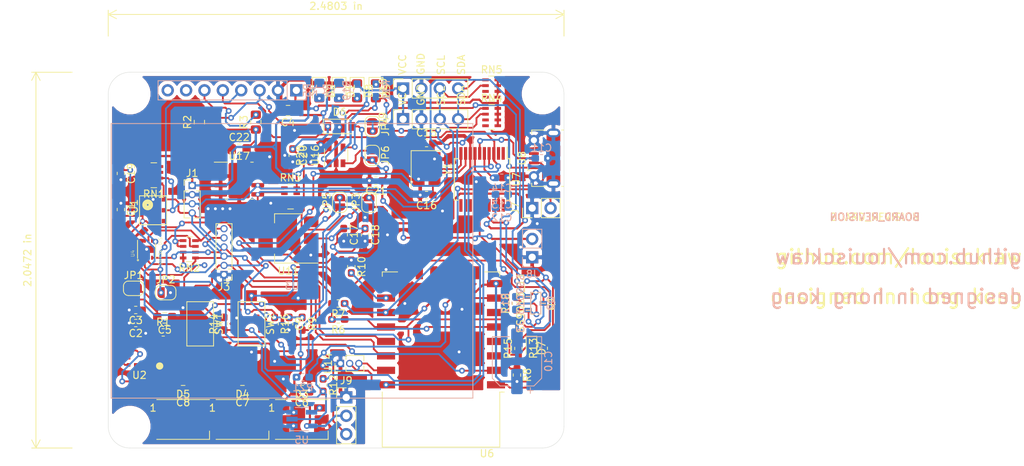
<source format=kicad_pcb>
(kicad_pcb (version 20171130) (host pcbnew 5.1.2-f72e74a~84~ubuntu18.04.1)
  (layers (0 F.Cu signal) (31 B.Cu signal) (34 B.Paste user) (35 F.Paste user) (36 B.SilkS user) (37 F.SilkS user) (38 B.Mask user) (39 F.Mask user) (44 Edge.Cuts user))
  (net 0 "")
  (net 1 +3V3)
  (net 2 GND)
  (net 3 "Net-(C3-Pad1)")
  (net 4 +5V)
  (net 5 /esp-12e/nRST)
  (net 6 "Net-(C14-Pad1)")
  (net 7 "Net-(C15-Pad1)")
  (net 8 "Net-(C16-Pad1)")
  (net 9 "Net-(D1-Pad2)")
  (net 10 "Net-(D2-Pad2)")
  (net 11 "Net-(D3-Pad2)")
  (net 12 "Net-(D3-Pad4)")
  (net 13 "Net-(D4-Pad2)")
  (net 14 "Net-(D7-Pad2)")
  (net 15 /esp-12e/GPIO16)
  (net 16 /SDA)
  (net 17 /SCL)
  (net 18 /pm2_5/SEN_RESET)
  (net 19 /TXD)
  (net 20 /RXD)
  (net 21 /GPIO12)
  (net 22 /SHT3X/NRST)
  (net 23 /SHT3X/ALERT)
  (net 24 /esp-12e/GPIO2)
  (net 25 "Net-(JP1-Pad2)")
  (net 26 /SHT3X/ADDR)
  (net 27 "Net-(Q1-Pad1)")
  (net 28 /esp-12e/usb_to_uart/RTS)
  (net 29 "Net-(Q2-Pad1)")
  (net 30 /esp-12e/GPIO0)
  (net 31 /esp-12e/usb_to_uart/DTR)
  (net 32 /sunlight_uv/EN)
  (net 33 /esp-12e/EN)
  (net 34 /esp-12e/GPIO15)
  (net 35 /esp-12e/usb_to_uart/RXD0)
  (net 36 "Net-(R14-Pad2)")
  (net 37 "Net-(R15-Pad2)")
  (net 38 /esp-12e/ADC)
  (net 39 "Net-(U7-Pad7)")
  (net 40 "Net-(U7-Pad6)")
  (net 41 "Net-(C17-Pad1)")
  (net 42 "Net-(C18-Pad1)")
  (net 43 "Net-(D8-Pad2)")
  (net 44 Vbat)
  (net 45 "Net-(D9-Pad1)")
  (net 46 "Net-(D9-Pad2)")
  (net 47 VBUS)
  (net 48 "Net-(JP6-Pad1)")
  (net 49 "Net-(R11-Pad1)")
  (net 50 "Net-(R20-Pad2)")
  (net 51 /DHT_OUT)
  (module LED_SMD:LED_0805_2012Metric_Pad1.15x1.40mm_HandSolder (layer F.Cu) (at 92 55.575 270)
    (fp_text reference D9 (at 0 -1.43 90) (layer F.SilkS))
    (fp_text value CHARGING)
    (pad 2 smd roundrect (at 1.025 0 270) (size 1.15 1.4) (layers F.Cu F.Paste F.Mask) (roundrect_rratio 0.217391) (net 46 "Net-(D9-Pad2)"))
    (pad 1 smd roundrect (at -1.025 0 270) (size 1.15 1.4) (layers F.Cu F.Paste F.Mask) (roundrect_rratio 0.217391) (net 45 "Net-(D9-Pad1)"))
  )
  (module LED_SMD:LED_0805_2012Metric_Pad1.15x1.40mm_HandSolder (layer F.Cu) (at 89.4 55.575 270)
    (fp_text reference D8 (at 0 -1.65 90) (layer F.SilkS))
    (fp_text value 3V3_HEALTHY)
    (pad 2 smd roundrect (at 1.025 0 270) (size 1.15 1.4) (layers F.Cu F.Paste F.Mask) (roundrect_rratio 0.217391) (net 43 "Net-(D8-Pad2)"))
    (pad 1 smd roundrect (at -1.025 0 270) (size 1.15 1.4) (layers F.Cu F.Paste F.Mask) (roundrect_rratio 0.217391) (net 2 GND))
  )
  (module Resistor_SMD:R_0805_2012Metric_Pad1.15x1.40mm_HandSolder (layer B.Cu) (at 84.175 55.5 270)
    (fp_text reference R5 (at 0 1.65 90) (layer B.SilkS) (effects (justify mirror)))
    (fp_text value R102)
    (pad 2 smd roundrect (at 1.025 0 270) (size 1.15 1.4) (layers B.Cu B.Paste B.Mask) (roundrect_rratio 0.217391) (net 10 "Net-(D2-Pad2)"))
    (pad 1 smd roundrect (at -1.025 0 270) (size 1.15 1.4) (layers B.Cu B.Paste B.Mask) (roundrect_rratio 0.217391) (net 1 +3V3))
  )
  (module Resistor_SMD:R_0805_2012Metric_Pad1.15x1.40mm_HandSolder (layer B.Cu) (at 86.9 55.5 270)
    (fp_text reference R4 (at 0 1.65 90) (layer B.SilkS) (effects (justify mirror)))
    (fp_text value R102)
    (pad 2 smd roundrect (at 1.025 0 270) (size 1.15 1.4) (layers B.Cu B.Paste B.Mask) (roundrect_rratio 0.217391) (net 9 "Net-(D1-Pad2)"))
    (pad 1 smd roundrect (at -1.025 0 270) (size 1.15 1.4) (layers B.Cu B.Paste B.Mask) (roundrect_rratio 0.217391) (net 4 +5V))
  )
  (module Resistor_SMD:R_0603_1608Metric_Pad1.05x0.95mm_HandSolder (layer B.Cu) (at 81.9 95.2)
    (fp_text reference R21 (at 0 1.43 180) (layer B.SilkS) (effects (justify mirror)))
    (fp_text value R103,0603)
    (pad 2 smd roundrect (at 0.875 0) (size 1.05 0.95) (layers B.Cu B.Paste B.Mask) (net 51 /DHT_OUT))
    (pad 1 smd roundrect (at -0.875 0) (size 1.05 0.95) (layers B.Cu B.Paste B.Mask) (net 4 +5V))
  )
  (module Connector_PinHeader_2.54mm:PinHeader_1x03_P2.54mm_Vertical (layer F.Cu) (at 87.9 98)
    (fp_text reference J9 (at 0 -2.33) (layer F.SilkS))
    (fp_text value DHT22_HEADER)
    (pad 3 thru_hole oval (at 0 5.08) (size 1.7 1.7) (drill 1) (layers *.Cu *.Mask) (net 51 /DHT_OUT))
    (pad 2 thru_hole oval (at 0 2.54) (size 1.7 1.7) (drill 1) (layers *.Cu *.Mask) (net 4 +5V))
    (pad 1 thru_hole rect (at 0 0) (size 1.7 1.7) (drill 1) (layers *.Cu *.Mask) (net 2 GND))
  )
  (module footprint-lib:BOARD_REVISION (layer F.Cu) (at 160.968 73.04)
    (fp_text reference U15 hide)
    (fp_text value BOARD_REVISION hide)
    (fp_text user BOARD_REVISION (at 0 0) (layer B.SilkS) (effects (font (thickness 0.2)) (justify mirror)))
    (fp_text user BOARD_REVISION (at 0 0) (layer F.SilkS))
  )
  (module footprint-lib:GITHUB_ADDRESS (layer F.Cu) (at 164.24 78.54)
    (fp_text reference U13 hide)
    (fp_text value GITHUB_ADDRESS hide)
    (fp_text user github.com/louiscklaw (at 0 0) (layer B.SilkS) (effects (font (size 2 2) (thickness 0.3)) (justify mirror)))
    (fp_text user github.com/louiscklaw (at 0 0) (layer F.SilkS) (effects (font (size 2 2) (thickness 0.3))))
  )
  (module footprint-lib:DESIGNED_IN_HONG_KONG (layer F.Cu) (at 163.932 84.032)
    (fp_text reference U12 hide)
    (fp_text value DESIGNED_IN_HONG_KONG hide)
    (fp_text user "designed in hong kong" (at 0 0) (layer F.SilkS) (effects (font (size 2 2) (thickness 0.3))))
    (fp_text user "designed in hong kong" (at 0 0) (layer B.SilkS) (effects (font (size 2 2) (thickness 0.3)) (justify mirror)))
  )
  (module footprint-lib:24Cxx_SOIC8 (layer F.Cu) (at 73.1 68)
    (fp_text reference U17 (at 0 -3.4) (layer F.SilkS))
    (fp_text value 24C02_SOIC8)
    (pad 4 smd roundrect (at 0 0) (size 2.95 4.9) (layers F.Cu) (roundrect_rratio 0.08500000000000001) (net 2 GND))
    (pad 1 smd roundrect (at -2.5625 -1.905) (size 1.775 0.6) (layers F.Cu F.Paste F.Mask) (net 2 GND))
    (pad 2 smd roundrect (at -2.5625 -0.635) (size 1.775 0.6) (layers F.Cu F.Paste F.Mask) (net 2 GND))
    (pad 3 smd roundrect (at -2.5625 0.635) (size 1.775 0.6) (layers F.Cu F.Paste F.Mask) (net 2 GND))
    (pad 4 smd roundrect (at -2.5625 1.905) (size 1.775 0.6) (layers F.Cu F.Paste F.Mask) (net 2 GND))
    (pad 5 smd roundrect (at 2.5625 1.905) (size 1.775 0.6) (layers F.Cu F.Paste F.Mask) (net 16 /SDA))
    (pad 6 smd roundrect (at 2.5625 0.635) (size 1.775 0.6) (layers F.Cu F.Paste F.Mask) (net 17 /SCL))
    (pad 7 smd roundrect (at 2.5625 -0.635) (size 1.775 0.6) (layers F.Cu F.Paste F.Mask) (net 2 GND))
    (pad 8 smd roundrect (at 2.5625 -1.905) (size 1.775 0.6) (layers F.Cu F.Paste F.Mask) (net 1 +3V3))
  )
  (module Resistor_SMD:R_Array_Concave_4x0603 (layer F.Cu) (at 80.2 70.2)
    (fp_text reference RN3 (at 0 -2.6) (layer F.SilkS))
    (fp_text value RN_472,0603)
    (pad 5 smd rect (at 0.85 1.2) (size 0.9 0.4) (layers F.Cu F.Paste F.Mask))
    (pad 6 smd rect (at 0.85 0.4) (size 0.9 0.4) (layers F.Cu F.Paste F.Mask))
    (pad 7 smd rect (at 0.85 -0.4) (size 0.9 0.4) (layers F.Cu F.Paste F.Mask) (net 1 +3V3))
    (pad 8 smd rect (at 0.85 -1.2) (size 0.9 0.4) (layers F.Cu F.Paste F.Mask) (net 1 +3V3))
    (pad 4 smd rect (at -0.85 1.2) (size 0.9 0.4) (layers F.Cu F.Paste F.Mask))
    (pad 1 smd rect (at -0.85 -1.2) (size 0.9 0.4) (layers F.Cu F.Paste F.Mask) (net 17 /SCL))
    (pad 3 smd rect (at -0.85 0.4) (size 0.9 0.4) (layers F.Cu F.Paste F.Mask))
    (pad 2 smd rect (at -0.85 -0.4) (size 0.9 0.4) (layers F.Cu F.Paste F.Mask) (net 16 /SDA))
  )
  (module LED_SMD:LED_0805_2012Metric_Pad1.15x1.40mm_HandSolder (layer F.Cu) (at 84.175 55.575 270)
    (fp_text reference D2 (at 0 -1.65 90) (layer F.SilkS))
    (fp_text value 3V3_HEALTHY)
    (pad 2 smd roundrect (at 1.025 0 270) (size 1.15 1.4) (layers F.Cu F.Paste F.Mask) (roundrect_rratio 0.217391) (net 10 "Net-(D2-Pad2)"))
    (pad 1 smd roundrect (at -1.025 0 270) (size 1.15 1.4) (layers F.Cu F.Paste F.Mask) (roundrect_rratio 0.217391) (net 2 GND))
  )
  (module LED_SMD:LED_0805_2012Metric_Pad1.15x1.40mm_HandSolder (layer F.Cu) (at 86.9 55.575 270)
    (fp_text reference D1 (at 0 -1.65 90) (layer F.SilkS))
    (fp_text value 5V_HEALTHY)
    (pad 2 smd roundrect (at 1.025 0 270) (size 1.15 1.4) (layers F.Cu F.Paste F.Mask) (roundrect_rratio 0.217391) (net 9 "Net-(D1-Pad2)"))
    (pad 1 smd roundrect (at -1.025 0 270) (size 1.15 1.4) (layers F.Cu F.Paste F.Mask) (roundrect_rratio 0.217391) (net 2 GND))
  )
  (module Capacitor_SMD:C_0805_2012Metric_Pad1.15x1.40mm_HandSolder (layer F.Cu) (at 73.1 63.65)
    (fp_text reference C22 (at 0 -1.65) (layer F.SilkS))
    (fp_text value C106,0805)
    (pad 2 smd roundrect (at 1.025 0) (size 1.15 1.4) (layers F.Cu F.Paste F.Mask) (roundrect_rratio 0.217391) (net 1 +3V3))
    (pad 1 smd roundrect (at -1.025 0) (size 1.15 1.4) (layers F.Cu F.Paste F.Mask) (roundrect_rratio 0.217391) (net 2 GND))
  )
  (module Capacitor_SMD:C_0603_1608Metric_Pad1.05x0.95mm_HandSolder (layer F.Cu) (at 92 68 180)
    (fp_text reference C21 (at 0 -1.43) (layer F.SilkS))
    (fp_text value C106,0603)
    (pad 2 smd roundrect (at 0.875 0 180) (size 1.05 0.95) (layers F.Cu F.Paste F.Mask) (net 2 GND))
    (pad 1 smd roundrect (at -0.875 0 180) (size 1.05 0.95) (layers F.Cu F.Paste F.Mask) (net 44 Vbat))
  )
  (module footprint-lib:MCP73831_SOT23_5 (layer F.Cu) (at 86.5 64.5 90)
    (fp_text reference U16 (at 0 -2.9 90) (layer F.SilkS))
    (fp_text value MCP73831)
    (pad 1 smd rect (at -1.1 -0.95 90) (size 1.06 0.65) (layers F.Cu F.Paste F.Mask) (net 49 "Net-(R11-Pad1)"))
    (pad 2 smd rect (at -1.1 0 90) (size 1.06 0.65) (layers F.Cu F.Paste F.Mask) (net 2 GND))
    (pad 3 smd rect (at -1.1 0.95 90) (size 1.06 0.65) (layers F.Cu F.Paste F.Mask) (net 48 "Net-(JP6-Pad1)"))
    (pad 4 smd rect (at 1.1 0.95 90) (size 1.06 0.65) (layers F.Cu F.Paste F.Mask) (net 46 "Net-(D9-Pad2)"))
    (pad 5 smd rect (at 1.1 -0.95 90) (size 1.06 0.65) (layers F.Cu F.Paste F.Mask) (net 50 "Net-(R20-Pad2)"))
  )
  (module Connector_PinHeader_1.27mm:PinHeader_1x03_P1.27mm_Vertical (layer F.Cu) (at 87.1 93.3 90)
    (fp_text reference U14 (at 0 -1.695 90) (layer F.SilkS))
    (fp_text value TTL_TERMINAL)
    (pad 3 thru_hole oval (at 0 2.54 90) (size 1 1) (drill 0.65) (layers *.Cu *.Mask) (net 20 /RXD))
    (pad 2 thru_hole oval (at 0 1.27 90) (size 1 1) (drill 0.65) (layers *.Cu *.Mask) (net 19 /TXD))
    (pad 1 thru_hole rect (at 0 0 90) (size 1 1) (drill 0.65) (layers *.Cu *.Mask) (net 2 GND))
  )
  (module Resistor_SMD:R_0603_1608Metric_Pad1.05x0.95mm_HandSolder (layer F.Cu) (at 83 64.5 90)
    (fp_text reference R20 (at 0 -1.43 90) (layer F.SilkS))
    (fp_text value R103,0603)
    (pad 2 smd roundrect (at 0.875 0 90) (size 1.05 0.95) (layers F.Cu F.Paste F.Mask) (net 50 "Net-(R20-Pad2)"))
    (pad 1 smd roundrect (at -0.875 0 90) (size 1.05 0.95) (layers F.Cu F.Paste F.Mask) (net 2 GND))
  )
  (module Resistor_SMD:R_0603_1608Metric_Pad1.05x0.95mm_HandSolder (layer B.Cu) (at 92 55.5 90)
    (fp_text reference R11 (at 0 1.43 90) (layer B.SilkS) (effects (justify mirror)))
    (fp_text value R102,0603)
    (pad 2 smd roundrect (at 0.875 0 90) (size 1.05 0.95) (layers B.Cu B.Paste B.Mask) (net 45 "Net-(D9-Pad1)"))
    (pad 1 smd roundrect (at -0.875 0 90) (size 1.05 0.95) (layers B.Cu B.Paste B.Mask) (net 49 "Net-(R11-Pad1)"))
  )
  (module Jumper:SolderJumper-2_P1.3mm_Open_RoundedPad1.0x1.5mm (layer F.Cu) (at 91.5 64.5 270)
    (fp_text reference JP6 (at 0 -1.8 90) (layer F.SilkS))
    (fp_text value OUT_EN)
    (pad 2 smd custom (at 0.65 0 270) (size 1 0.5) (layers F.Cu F.Mask) (net 44 Vbat) (options (clearance outline) (anchor rect)) (primitives (gr_circle (center 0 0.25) (end 0.5 0.25) (width 0)) (gr_circle (center 0 -0.25) (end 0.5 -0.25) (width 0)) (gr_poly (pts (xy 0 -0.75) (xy -0.5 -0.75) (xy -0.5 0.75) (xy 0 0.75)) (width 0))))
    (pad 1 smd custom (at -0.65 0 270) (size 1 0.5) (layers F.Cu F.Mask) (net 48 "Net-(JP6-Pad1)") (options (clearance outline) (anchor rect)) (primitives (gr_circle (center 0 0.25) (end 0.5 0.25) (width 0)) (gr_circle (center 0 -0.25) (end 0.5 -0.25) (width 0)) (gr_poly (pts (xy 0 -0.75) (xy 0.5 -0.75) (xy 0.5 0.75) (xy 0 0.75)) (width 0))))
  )
  (module Jumper:SolderJumper-2_P1.3mm_Open_RoundedPad1.0x1.5mm (layer F.Cu) (at 91.5 60.5 270)
    (fp_text reference JP4 (at 0 -1.8 90) (layer F.SilkS))
    (fp_text value 5V_EN)
    (pad 2 smd custom (at 0.65 0 270) (size 1 0.5) (layers F.Cu F.Mask) (net 46 "Net-(D9-Pad2)") (options (clearance outline) (anchor rect)) (primitives (gr_circle (center 0 0.25) (end 0.5 0.25) (width 0)) (gr_circle (center 0 -0.25) (end 0.5 -0.25) (width 0)) (gr_poly (pts (xy 0 -0.75) (xy -0.5 -0.75) (xy -0.5 0.75) (xy 0 0.75)) (width 0))))
    (pad 1 smd custom (at -0.65 0 270) (size 1 0.5) (layers F.Cu F.Mask) (net 47 VBUS) (options (clearance outline) (anchor rect)) (primitives (gr_circle (center 0 0.25) (end 0.5 0.25) (width 0)) (gr_circle (center 0 -0.25) (end 0.5 -0.25) (width 0)) (gr_poly (pts (xy 0 -0.75) (xy 0.5 -0.75) (xy 0.5 0.75) (xy 0 0.75)) (width 0))))
  )
  (module Connector_PinHeader_2.54mm:PinHeader_1x02_P2.54mm_Vertical (layer B.Cu) (at 113.6 78.6)
    (fp_text reference J8 (at 0 2.33 180) (layer B.SilkS) (effects (justify mirror)))
    (fp_text value BAT)
    (pad 2 thru_hole oval (at 0 -2.54) (size 1.7 1.7) (drill 1) (layers *.Cu *.Mask) (net 44 Vbat))
    (pad 1 thru_hole rect (at 0 0) (size 1.7 1.7) (drill 1) (layers *.Cu *.Mask) (net 2 GND))
  )
  (module Diode_SMD:D_SOD-123 (layer F.Cu) (at 87 60.5)
    (fp_text reference D6 (at 0 -2) (layer F.SilkS))
    (fp_text value D_1N4148_T4)
    (pad 2 smd rect (at 1.65 0) (size 0.9 1.2) (layers F.Cu F.Paste F.Mask) (net 44 Vbat))
    (pad 1 smd rect (at -1.65 0) (size 0.9 1.2) (layers F.Cu F.Paste F.Mask) (net 4 +5V))
  )
  (module Capacitor_SMD:C_0603_1608Metric_Pad1.05x0.95mm_HandSolder (layer F.Cu) (at 80.5 64.5 270)
    (fp_text reference C20 (at 0 -1.43 90) (layer F.SilkS))
    (fp_text value C106,0603)
    (pad 2 smd roundrect (at 0.875 0 270) (size 1.05 0.95) (layers F.Cu F.Paste F.Mask) (net 2 GND))
    (pad 1 smd roundrect (at -0.875 0 270) (size 1.05 0.95) (layers F.Cu F.Paste F.Mask) (net 4 +5V))
  )
  (module footprint-lib:MountingHole_2.7mm_M2.5,rpi_like (layer F.Cu) (at 115 56)
    (fp_text reference H4 hide)
    (fp_text value MOUNT_M2.5)
    (pad "" np_thru_hole circle (at 0 0) (size 2.7 2.7) (drill 2.7) (layers *.Cu *.Mask) (clearance 1.5))
  )
  (module footprint-lib:MountingHole_2.7mm_M2.5,rpi_like (layer F.Cu) (at 58 56)
    (fp_text reference H3 hide)
    (fp_text value MOUNT_M2.5)
    (pad "" np_thru_hole circle (at 0 0) (size 2.7 2.7) (drill 2.7) (layers *.Cu *.Mask) (clearance 1.5))
  )
  (module footprint-lib:MountingHole_2.7mm_M2.5,rpi_like (layer F.Cu) (at 115 102)
    (fp_text reference H2 hide)
    (fp_text value MOUNT_M2.5)
    (pad "" np_thru_hole circle (at 0 0) (size 2.7 2.7) (drill 2.7) (layers *.Cu *.Mask) (clearance 1.5))
  )
  (module footprint-lib:MountingHole_2.7mm_M2.5,rpi_like (layer F.Cu) (at 58 102)
    (fp_text reference H1 hide)
    (fp_text value MOUNT_M2.5)
    (pad "" np_thru_hole circle (at 0 0) (size 2.7 2.7) (drill 2.7) (layers *.Cu *.Mask) (clearance 1.5))
  )
  (module footprint-lib:ESP-12E (layer F.Cu) (at 101 92.75 180)
    (fp_text reference U6 (at -6.35 -13.0175 180) (layer F.SilkS))
    (fp_text value ESP12)
    (pad 22 smd rect (at 7.6 -3.5 180) (size 2.5 1) (layers F.Cu F.Paste F.Mask) (net 19 /TXD))
    (pad 21 smd rect (at 7.6 -1.5 180) (size 2.5 1) (layers F.Cu F.Paste F.Mask) (net 20 /RXD))
    (pad 20 smd rect (at 7.6 0.5 180) (size 2.5 1) (layers F.Cu F.Paste F.Mask) (net 17 /SCL))
    (pad 19 smd rect (at 7.6 2.5 180) (size 2.5 1) (layers F.Cu F.Paste F.Mask) (net 16 /SDA))
    (pad 18 smd rect (at 7.6 4.5 180) (size 2.5 1) (layers F.Cu F.Paste F.Mask) (net 30 /esp-12e/GPIO0))
    (pad 17 smd rect (at 7.6 6.5 180) (size 2.5 1) (layers F.Cu F.Paste F.Mask) (net 24 /esp-12e/GPIO2))
    (pad 16 smd rect (at 7.6 8.5 180) (size 2.5 1) (layers F.Cu F.Paste F.Mask) (net 34 /esp-12e/GPIO15))
    (pad 15 smd rect (at 7.6 10.5 180) (size 2.5 1) (layers F.Cu F.Paste F.Mask) (net 2 GND))
    (pad 14 smd rect (at 5 12 180) (size 1 1.8) (layers F.Cu F.Paste F.Mask))
    (pad 13 smd rect (at 3 12 180) (size 1 1.8) (layers F.Cu F.Paste F.Mask))
    (pad 12 smd rect (at 1 12 180) (size 1 1.8) (layers F.Cu F.Paste F.Mask))
    (pad 11 smd rect (at -1 12 180) (size 1 1.8) (layers F.Cu F.Paste F.Mask))
    (pad 10 smd rect (at -3 12 180) (size 1 1.8) (layers F.Cu F.Paste F.Mask))
    (pad 9 smd rect (at -5 12 180) (size 1 1.8) (layers F.Cu F.Paste F.Mask))
    (pad 8 smd rect (at -7.6 10.5 180) (size 2.5 1) (layers F.Cu F.Paste F.Mask) (net 1 +3V3))
    (pad 7 smd rect (at -7.6 8.5 180) (size 2.5 1) (layers F.Cu F.Paste F.Mask) (net 51 /DHT_OUT))
    (pad 6 smd rect (at -7.6 6.5 180) (size 2.5 1) (layers F.Cu F.Paste F.Mask) (net 21 /GPIO12))
    (pad 5 smd rect (at -7.6 4.5 180) (size 2.5 1) (layers F.Cu F.Paste F.Mask) (net 32 /sunlight_uv/EN))
    (pad 4 smd rect (at -7.6 2.5 180) (size 2.5 1) (layers F.Cu F.Paste F.Mask) (net 15 /esp-12e/GPIO16))
    (pad 3 smd rect (at -7.6 0.5 180) (size 2.5 1) (layers F.Cu F.Paste F.Mask) (net 33 /esp-12e/EN))
    (pad 2 smd rect (at -7.6 -1.5 180) (size 2.5 1) (layers F.Cu F.Paste F.Mask) (net 38 /esp-12e/ADC))
    (pad 1 smd rect (at -7.6 -3.5 180) (size 2.5 1) (layers F.Cu F.Paste F.Mask) (net 5 /esp-12e/nRST))
  )
  (module Resistor_SMD:R_Array_Concave_4x0603 (layer F.Cu) (at 108 55.25)
    (fp_text reference RN5 (at 0 -2.6) (layer F.SilkS))
    (fp_text value RN_472,0603)
    (pad 5 smd rect (at 0.85 1.2) (size 0.9 0.4) (layers F.Cu F.Paste F.Mask) (net 1 +3V3))
    (pad 6 smd rect (at 0.85 0.4) (size 0.9 0.4) (layers F.Cu F.Paste F.Mask) (net 1 +3V3))
    (pad 7 smd rect (at 0.85 -0.4) (size 0.9 0.4) (layers F.Cu F.Paste F.Mask) (net 1 +3V3))
    (pad 8 smd rect (at 0.85 -1.2) (size 0.9 0.4) (layers F.Cu F.Paste F.Mask) (net 1 +3V3))
    (pad 4 smd rect (at -0.85 1.2) (size 0.9 0.4) (layers F.Cu F.Paste F.Mask))
    (pad 1 smd rect (at -0.85 -1.2) (size 0.9 0.4) (layers F.Cu F.Paste F.Mask) (net 16 /SDA))
    (pad 3 smd rect (at -0.85 0.4) (size 0.9 0.4) (layers F.Cu F.Paste F.Mask))
    (pad 2 smd rect (at -0.85 -0.4) (size 0.9 0.4) (layers F.Cu F.Paste F.Mask) (net 17 /SCL))
  )
  (module Resistor_SMD:R_Array_Concave_4x0603 (layer F.Cu) (at 108 59.2)
    (fp_text reference RN4 (at 0 -2.6) (layer F.SilkS))
    (fp_text value RN_472,0603)
    (pad 5 smd rect (at 0.85 1.2) (size 0.9 0.4) (layers F.Cu F.Paste F.Mask) (net 1 +3V3))
    (pad 6 smd rect (at 0.85 0.4) (size 0.9 0.4) (layers F.Cu F.Paste F.Mask) (net 1 +3V3))
    (pad 7 smd rect (at 0.85 -0.4) (size 0.9 0.4) (layers F.Cu F.Paste F.Mask) (net 1 +3V3))
    (pad 8 smd rect (at 0.85 -1.2) (size 0.9 0.4) (layers F.Cu F.Paste F.Mask) (net 1 +3V3))
    (pad 4 smd rect (at -0.85 1.2) (size 0.9 0.4) (layers F.Cu F.Paste F.Mask))
    (pad 1 smd rect (at -0.85 -1.2) (size 0.9 0.4) (layers F.Cu F.Paste F.Mask) (net 16 /SDA))
    (pad 3 smd rect (at -0.85 0.4) (size 0.9 0.4) (layers F.Cu F.Paste F.Mask))
    (pad 2 smd rect (at -0.85 -0.4) (size 0.9 0.4) (layers F.Cu F.Paste F.Mask) (net 17 /SCL))
  )
  (module Capacitor_SMD:C_0603_1608Metric_Pad1.05x0.95mm_HandSolder (layer F.Cu) (at 56.75 67 270)
    (fp_text reference C19 (at 0 -1.43 90) (layer F.SilkS))
    (fp_text value C106,0603)
    (pad 1 smd roundrect (at -0.875 0 270) (size 1.05 0.95) (layers F.Cu F.Paste F.Mask) (net 42 "Net-(C18-Pad1)"))
    (pad 2 smd roundrect (at 0.875 0 270) (size 1.05 0.95) (layers F.Cu F.Paste F.Mask) (net 2 GND))
  )
  (module Package_TO_SOT_SMD:SOT-223-3_TabPin2 (layer F.Cu) (at 79.9 76 180)
    (fp_text reference U11 (at 0 -4.5) (layer F.SilkS))
    (fp_text value AMS1117-3.3)
    (pad 2 smd rect (at 3.15 0 180) (size 2 3.8) (layers F.Cu F.Paste F.Mask) (net 42 "Net-(C18-Pad1)"))
    (pad 2 smd rect (at -3.15 0 180) (size 2 1.5) (layers F.Cu F.Paste F.Mask) (net 42 "Net-(C18-Pad1)"))
    (pad 3 smd rect (at -3.15 2.3 180) (size 2 1.5) (layers F.Cu F.Paste F.Mask) (net 41 "Net-(C17-Pad1)"))
    (pad 1 smd rect (at -3.15 -2.3 180) (size 2 1.5) (layers F.Cu F.Paste F.Mask) (net 2 GND))
  )
  (module Resistor_SMD:R_0603_1608Metric_Pad1.05x0.95mm_HandSolder (layer B.Cu) (at 89.4 55.5 270)
    (fp_text reference R19 (at 0 1.43 270) (layer B.SilkS) (effects (justify mirror)))
    (fp_text value R102,0603)
    (pad 2 smd roundrect (at 0.875 0 270) (size 1.05 0.95) (layers B.Cu B.Paste B.Mask) (net 43 "Net-(D8-Pad2)"))
    (pad 1 smd roundrect (at -0.875 0 270) (size 1.05 0.95) (layers B.Cu B.Paste B.Mask) (net 1 +3V3))
  )
  (module Jumper:SolderJumper-2_P1.3mm_Open_RoundedPad1.0x1.5mm (layer F.Cu) (at 87 71 90)
    (fp_text reference JP5 (at 0 -1.8 90) (layer F.SilkS))
    (fp_text value 3V_EN)
    (pad 1 smd custom (at -0.65 0 90) (size 1 0.5) (layers F.Cu F.Mask) (net 1 +3V3) (options (clearance outline) (anchor rect)) (primitives (gr_circle (center 0 0.25) (end 0.5 0.25) (width 0)) (gr_circle (center 0 -0.25) (end 0.5 -0.25) (width 0)) (gr_poly (pts (xy 0 -0.75) (xy 0.5 -0.75) (xy 0.5 0.75) (xy 0 0.75)) (width 0))))
    (pad 2 smd custom (at 0.65 0 90) (size 1 0.5) (layers F.Cu F.Mask) (net 42 "Net-(C18-Pad1)") (options (clearance outline) (anchor rect)) (primitives (gr_circle (center 0 0.25) (end 0.5 0.25) (width 0)) (gr_circle (center 0 -0.25) (end 0.5 -0.25) (width 0)) (gr_poly (pts (xy 0 -0.75) (xy -0.5 -0.75) (xy -0.5 0.75) (xy 0 0.75)) (width 0))))
  )
  (module Jumper:SolderJumper-2_P1.3mm_Open_RoundedPad1.0x1.5mm (layer F.Cu) (at 91.05 71 90)
    (fp_text reference JP3 (at 0 -1.8 90) (layer F.SilkS))
    (fp_text value 5V_EN)
    (pad 1 smd custom (at -0.65 0 90) (size 1 0.5) (layers F.Cu F.Mask) (net 4 +5V) (options (clearance outline) (anchor rect)) (primitives (gr_circle (center 0 0.25) (end 0.5 0.25) (width 0)) (gr_circle (center 0 -0.25) (end 0.5 -0.25) (width 0)) (gr_poly (pts (xy 0 -0.75) (xy 0.5 -0.75) (xy 0.5 0.75) (xy 0 0.75)) (width 0))))
    (pad 2 smd custom (at 0.65 0 90) (size 1 0.5) (layers F.Cu F.Mask) (net 41 "Net-(C17-Pad1)") (options (clearance outline) (anchor rect)) (primitives (gr_circle (center 0 0.25) (end 0.5 0.25) (width 0)) (gr_circle (center 0 -0.25) (end 0.5 -0.25) (width 0)) (gr_poly (pts (xy 0 -0.75) (xy -0.5 -0.75) (xy -0.5 0.75) (xy 0 0.75)) (width 0))))
  )
  (module Capacitor_SMD:C_0603_1608Metric_Pad1.05x0.95mm_HandSolder (layer F.Cu) (at 90.5 75.5 270)
    (fp_text reference C18 (at 0 -1.43 90) (layer F.SilkS))
    (fp_text value C104,0603)
    (pad 1 smd roundrect (at -0.875 0 270) (size 1.05 0.95) (layers F.Cu F.Paste F.Mask) (net 42 "Net-(C18-Pad1)"))
    (pad 2 smd roundrect (at 0.875 0 270) (size 1.05 0.95) (layers F.Cu F.Paste F.Mask) (net 2 GND))
  )
  (module Capacitor_SMD:C_0603_1608Metric_Pad1.05x0.95mm_HandSolder (layer F.Cu) (at 87.55 75.5 270)
    (fp_text reference C17 (at 0 -1.43 90) (layer F.SilkS))
    (fp_text value C104,0603)
    (pad 1 smd roundrect (at -0.875 0 270) (size 1.05 0.95) (layers F.Cu F.Paste F.Mask) (net 41 "Net-(C17-Pad1)"))
    (pad 2 smd roundrect (at 0.875 0 270) (size 1.05 0.95) (layers F.Cu F.Paste F.Mask) (net 2 GND))
  )
  (module footprint-lib:CONN_I2C_SSD1306 (layer F.Cu) (at 95.75 55.25 90)
    (fp_text reference U10 (at 0 -2.77 90) (layer F.SilkS))
    (fp_text value SSD1306-OLED-I2C)
    (fp_text user SDA (at 3.278191 8.0518 90) (layer F.SilkS))
    (fp_text user SCL (at 3.254381 5.2578 90) (layer F.SilkS))
    (fp_text user GND (at 3.397238 2.4638 90) (layer F.SilkS))
    (fp_text user VCC (at 3.302 -0.0762 90) (layer F.SilkS))
    (pad VCC thru_hole rect (at 0 0 90) (size 1.7 1.7) (drill 1) (layers *.Cu *.Mask) (net 1 +3V3))
    (pad GND thru_hole oval (at 0 2.54 90) (size 1.7 1.7) (drill 1) (layers *.Cu *.Mask) (net 2 GND))
    (pad SCL thru_hole oval (at 0 5.08 90) (size 1.7 1.7) (drill 1) (layers *.Cu *.Mask) (net 17 /SCL))
    (pad SDA thru_hole oval (at 0 7.62 90) (size 1.7 1.7) (drill 1) (layers *.Cu *.Mask) (net 16 /SDA))
  )
  (module footprint-lib:CONN_I2C_SSD1306 (layer F.Cu) (at 95.75 59.5 90)
    (fp_text reference U9 (at 0 -2.77 90) (layer F.SilkS))
    (fp_text value SSD1306-OLED-I2C)
    (fp_text user SDA (at 3.278191 8.0518 90) (layer F.SilkS))
    (fp_text user SCL (at 3.254381 5.2578 90) (layer F.SilkS))
    (fp_text user GND (at 3.397238 2.4638 90) (layer F.SilkS))
    (fp_text user VCC (at 3.302 -0.0762 90) (layer F.SilkS))
    (pad VCC thru_hole rect (at 0 0 90) (size 1.7 1.7) (drill 1) (layers *.Cu *.Mask) (net 1 +3V3))
    (pad GND thru_hole oval (at 0 2.54 90) (size 1.7 1.7) (drill 1) (layers *.Cu *.Mask) (net 2 GND))
    (pad SCL thru_hole oval (at 0 5.08 90) (size 1.7 1.7) (drill 1) (layers *.Cu *.Mask) (net 17 /SCL))
    (pad SDA thru_hole oval (at 0 7.62 90) (size 1.7 1.7) (drill 1) (layers *.Cu *.Mask) (net 16 /SDA))
  )
  (module footprint-lib:OSC_3225 (layer F.Cu) (at 99 66.4 270)
    (fp_text reference Y1 (at 0 -2.925 90) (layer F.SilkS))
    (fp_text value O_12M,3225)
    (pad 1 smd rect (at -1.375 1.1 270) (size 1.95 1.65) (layers F.Cu F.Paste F.Mask) (net 7 "Net-(C15-Pad1)"))
    (pad 2 smd rect (at 1.375 1.1 270) (size 1.95 1.65) (layers F.Cu F.Paste F.Mask) (net 2 GND))
    (pad 3 smd rect (at 1.375 -1.1 270) (size 1.95 1.65) (layers F.Cu F.Paste F.Mask) (net 8 "Net-(C16-Pad1)"))
    (pad 2 smd rect (at -1.375 -1.1 270) (size 1.95 1.65) (layers F.Cu F.Paste F.Mask) (net 2 GND))
  )
  (module footprint-lib:USB_Micro-B_Molex-105017-0001 (layer F.Cu) (at 115.3 64.9 90)
    (fp_text reference U8 (at 0 -3.1125 90) (layer F.SilkS))
    (fp_text value USB_Micro)
    (pad 6 smd rect (at -2.9 1.2375 90) (size 1.2 1.9) (layers F.Cu F.Mask) (net 2 GND))
    (pad 7 smd rect (at 2.9 1.2375 90) (size 1.2 1.9) (layers F.Cu F.Mask) (net 2 GND))
    (pad 7 thru_hole oval (at 3.5 1.2375 90) (size 1.2 1.9) (drill oval 0.6 1.3) (layers *.Cu *.Mask) (net 2 GND))
    (pad 6 thru_hole oval (at -3.5 1.2375 270) (size 1.2 1.9) (drill oval 0.6 1.3) (layers *.Cu *.Mask) (net 2 GND))
    (pad 6 smd rect (at -1 1.2375 90) (size 1.5 1.9) (layers F.Cu F.Paste F.Mask) (net 2 GND))
    (pad 9 thru_hole circle (at 2.5 -1.4625 90) (size 1.45 1.45) (drill 0.85) (layers *.Cu *.Mask) (net 2 GND))
    (pad 3 smd rect (at 0 -1.4625 90) (size 0.4 1.35) (layers F.Cu F.Paste F.Mask) (net 40 "Net-(U7-Pad6)"))
    (pad 4 smd rect (at 0.65 -1.4625 90) (size 0.4 1.35) (layers F.Cu F.Paste F.Mask))
    (pad 5 smd rect (at 1.3 -1.4625 90) (size 0.4 1.35) (layers F.Cu F.Paste F.Mask) (net 2 GND))
    (pad 1 smd rect (at -1.3 -1.4625 90) (size 0.4 1.35) (layers F.Cu F.Paste F.Mask) (net 47 VBUS))
    (pad 2 smd rect (at -0.65 -1.4625 90) (size 0.4 1.35) (layers F.Cu F.Paste F.Mask) (net 39 "Net-(U7-Pad7)"))
    (pad 8 thru_hole circle (at -2.5 -1.4625 90) (size 1.45 1.45) (drill 0.85) (layers *.Cu *.Mask) (net 2 GND))
    (pad 7 smd rect (at 1 1.2375 90) (size 1.5 1.9) (layers F.Cu F.Paste F.Mask) (net 2 GND))
  )
  (module footprint-lib:CH340T_SSOP-20 (layer F.Cu) (at 106.67 67.83 270)
    (fp_text reference U7 (at 0 -4.75 90) (layer F.SilkS))
    (fp_text value CH340T)
    (pad 20 smd rect (at 3.6 -2.925 270) (size 1.75 0.45) (layers F.Cu F.Paste F.Mask))
    (pad 19 smd rect (at 3.6 -2.275 270) (size 1.75 0.45) (layers F.Cu F.Paste F.Mask) (net 4 +5V))
    (pad 18 smd rect (at 3.6 -1.625 270) (size 1.75 0.45) (layers F.Cu F.Paste F.Mask))
    (pad 17 smd rect (at 3.6 -0.975 270) (size 1.75 0.45) (layers F.Cu F.Paste F.Mask))
    (pad 16 smd rect (at 3.6 -0.325 270) (size 1.75 0.45) (layers F.Cu F.Paste F.Mask) (net 28 /esp-12e/usb_to_uart/RTS))
    (pad 15 smd rect (at 3.6 0.325 270) (size 1.75 0.45) (layers F.Cu F.Paste F.Mask) (net 31 /esp-12e/usb_to_uart/DTR))
    (pad 14 smd rect (at 3.6 0.975 270) (size 1.75 0.45) (layers F.Cu F.Paste F.Mask))
    (pad 13 smd rect (at 3.6 1.625 270) (size 1.75 0.45) (layers F.Cu F.Paste F.Mask))
    (pad 12 smd rect (at 3.6 2.275 270) (size 1.75 0.45) (layers F.Cu F.Paste F.Mask))
    (pad 11 smd rect (at 3.6 2.925 270) (size 1.75 0.45) (layers F.Cu F.Paste F.Mask))
    (pad 10 smd rect (at -3.6 2.925 270) (size 1.75 0.45) (layers F.Cu F.Paste F.Mask) (net 7 "Net-(C15-Pad1)"))
    (pad 9 smd rect (at -3.6 2.275 270) (size 1.75 0.45) (layers F.Cu F.Paste F.Mask) (net 8 "Net-(C16-Pad1)"))
    (pad 8 smd rect (at -3.6 1.625 270) (size 1.75 0.45) (layers F.Cu F.Paste F.Mask) (net 2 GND))
    (pad 7 smd rect (at -3.6 0.975 270) (size 1.75 0.45) (layers F.Cu F.Paste F.Mask) (net 39 "Net-(U7-Pad7)"))
    (pad 6 smd rect (at -3.6 0.325 270) (size 1.75 0.45) (layers F.Cu F.Paste F.Mask) (net 40 "Net-(U7-Pad6)"))
    (pad 5 smd rect (at -3.6 -0.325 270) (size 1.75 0.45) (layers F.Cu F.Paste F.Mask) (net 6 "Net-(C14-Pad1)"))
    (pad 4 smd rect (at -3.6 -0.975 270) (size 1.75 0.45) (layers F.Cu F.Paste F.Mask) (net 35 /esp-12e/usb_to_uart/RXD0))
    (pad 3 smd rect (at -3.6 -1.625 270) (size 1.75 0.45) (layers F.Cu F.Paste F.Mask) (net 19 /TXD))
    (pad 2 smd rect (at -3.6 -2.275 270) (size 1.75 0.45) (layers F.Cu F.Paste F.Mask))
    (pad 1 smd rect (at -3.6 -2.925 270) (size 1.75 0.45) (layers F.Cu F.Paste F.Mask))
  )
  (module Package_TO_SOT_SMD:SOT-23-5_HandSoldering (layer B.Cu) (at 81.75 101)
    (fp_text reference U5 (at 0 2.9 180) (layer B.SilkS) (effects (justify mirror)))
    (fp_text value 74AHCT1G125)
    (pad 1 smd rect (at -1.35 0.95) (size 1.56 0.65) (layers B.Cu B.Paste B.Mask) (net 2 GND))
    (pad 2 smd rect (at -1.35 0) (size 1.56 0.65) (layers B.Cu B.Paste B.Mask) (net 20 /RXD))
    (pad 3 smd rect (at -1.35 -0.95) (size 1.56 0.65) (layers B.Cu B.Paste B.Mask) (net 2 GND))
    (pad 4 smd rect (at 1.35 -0.95) (size 1.56 0.65) (layers B.Cu B.Paste B.Mask) (net 12 "Net-(D3-Pad4)"))
    (pad 5 smd rect (at 1.35 0.95) (size 1.56 0.65) (layers B.Cu B.Paste B.Mask) (net 4 +5V))
  )
  (module footprint-lib:SHT3x-DIS (layer F.Cu) (at 60.3 77.5 90)
    (fp_text reference U4 (at -0.583644 -1.91413 90) (layer F.SilkS) (effects (font (size 0.482349 0.482349) (thickness 0.05))))
    (fp_text value SHT3x-DIS (at -0.27733 1.90426 90) (layer F.SilkS) (effects (font (size 0.482296 0.482296) (thickness 0.05))))
    (pad 1 smd rect (at -1.175 -0.75 90) (size 0.55 0.25) (layers F.Cu F.Paste F.Mask) (net 16 /SDA))
    (pad 2 smd rect (at -1.175 -0.25 90) (size 0.55 0.25) (layers F.Cu F.Paste F.Mask) (net 26 /SHT3X/ADDR))
    (pad 3 smd rect (at -1.175 0.25 90) (size 0.55 0.25) (layers F.Cu F.Paste F.Mask) (net 23 /SHT3X/ALERT))
    (pad 4 smd rect (at -1.175 0.75 90) (size 0.55 0.25) (layers F.Cu F.Paste F.Mask) (net 17 /SCL))
    (pad 8 smd rect (at 1.175 -0.75 90) (size 0.55 0.25) (layers F.Cu F.Paste F.Mask) (net 2 GND))
    (pad 7 smd rect (at 1.175 -0.25 90) (size 0.55 0.25) (layers F.Cu F.Paste F.Mask) (net 2 GND))
    (pad 6 smd rect (at 1.175 0.25 90) (size 0.55 0.25) (layers F.Cu F.Paste F.Mask) (net 22 /SHT3X/NRST))
    (pad 5 smd rect (at 1.175 0.75 90) (size 0.55 0.25) (layers F.Cu F.Paste F.Mask) (net 1 +3V3))
    (pad PAD smd rect (at 0 0 90) (size 1 2) (layers F.Cu F.Paste F.Mask) (net 2 GND))
  )
  (module footprint-lib:PMS5003S_BODY (layer B.Cu) (at 80.4 84.1 180)
    (fp_text reference U3 (at 0 1.524 180) (layer B.SilkS) (effects (justify mirror)))
    (fp_text value PMS5003S_BODY)
  )
  (module footprint-lib:ML8511 (layer F.Cu) (at 59.31 92)
    (fp_text reference U2 (at 0 2.921) (layer F.SilkS))
    (fp_text value ML8511)
    (pad 1 smd rect (at 1.5 1.5) (size 0.5 0.5) (layers F.Cu F.Paste F.Mask))
    (pad 2 smd rect (at 1.52 0.5) (size 0.5 0.5) (layers F.Cu F.Paste F.Mask))
    (pad 3 smd rect (at 1.5 -0.5) (size 0.5 0.5) (layers F.Cu F.Paste F.Mask))
    (pad 4 smd rect (at 1.5 -1.5) (size 0.5 0.5) (layers F.Cu F.Paste F.Mask) (net 32 /sunlight_uv/EN))
    (pad 5 smd rect (at 0.5 -1.5) (size 0.5 0.5) (layers F.Cu F.Paste F.Mask) (net 2 GND))
    (pad 6 smd rect (at -0.5 -1.5) (size 0.5 0.5) (layers F.Cu F.Paste F.Mask))
    (pad 7 smd rect (at -1.5 -1.5) (size 0.5 0.5) (layers F.Cu F.Paste F.Mask) (net 1 +3V3))
    (pad 8 smd rect (at -1.5 -0.5) (size 0.5 0.5) (layers F.Cu F.Paste F.Mask) (net 38 /esp-12e/ADC))
    (pad 9 smd rect (at -1.5 0.5) (size 0.5 0.5) (layers F.Cu F.Paste F.Mask))
    (pad 10 smd rect (at -1.5 1.5) (size 0.5 0.5) (layers F.Cu F.Paste F.Mask) (net 3 "Net-(C3-Pad1)"))
    (pad 11 smd rect (at -0.5 1.5) (size 0.5 0.5) (layers F.Cu F.Paste F.Mask))
    (pad 12 smd rect (at 0.5 1.5) (size 0.5 0.5) (layers F.Cu F.Paste F.Mask))
  )
  (module footprint-lib:BMP180 (layer F.Cu) (at 61.2 72.1 90)
    (fp_text reference U1 (at 0.54054 -2.63763 90) (layer F.SilkS))
    (fp_text value BMP180 hide)
    (pad 1 smd rect (at 1.5 -1.45 180) (size 0.5 0.6) (layers F.Cu F.Paste F.Mask))
    (pad 2 smd rect (at 0 -1.45 180) (size 0.5 0.6) (layers F.Cu F.Paste F.Mask) (net 1 +3V3))
    (pad 3 smd rect (at -1.5 -1.45 180) (size 0.5 0.6) (layers F.Cu F.Paste F.Mask) (net 1 +3V3))
    (pad 4 smd rect (at -1.5 1.45 180) (size 0.5 0.6) (layers F.Cu F.Paste F.Mask))
    (pad 5 smd rect (at 0 1.45 180) (size 0.5 0.6) (layers F.Cu F.Paste F.Mask) (net 17 /SCL))
    (pad 6 smd rect (at 1.5 1.45 180) (size 0.5 0.6) (layers F.Cu F.Paste F.Mask) (net 16 /SDA))
    (pad 7 smd rect (at 1.5 0 270) (size 0.5 0.6) (layers F.Cu F.Paste F.Mask) (net 2 GND))
  )
  (module footprint-lib:SW_SPST_CK_RS282G05A3 (layer F.Cu) (at 74.8 87.82 270)
    (fp_text reference SW2 (at 0 -2.6 90) (layer F.SilkS))
    (fp_text value SW_RESET,2_leg,SMD)
    (pad 1 smd rect (at -3.9 0 270) (size 1.5 1.5) (layers F.Cu F.Paste F.Mask) (net 37 "Net-(R15-Pad2)"))
    (pad 2 smd rect (at 3.9 0 270) (size 1.5 1.5) (layers F.Cu F.Paste F.Mask) (net 2 GND))
  )
  (module footprint-lib:SW_SPST_CK_RS282G05A3 (layer F.Cu) (at 67.71 87.82 270)
    (fp_text reference SW1 (at 0 -2.6 90) (layer F.SilkS))
    (fp_text value FLASH_BUTTON)
    (pad 1 smd rect (at -3.9 0 270) (size 1.5 1.5) (layers F.Cu F.Paste F.Mask) (net 36 "Net-(R14-Pad2)"))
    (pad 2 smd rect (at 3.9 0 270) (size 1.5 1.5) (layers F.Cu F.Paste F.Mask) (net 2 GND))
  )
  (module Resistor_SMD:R_Array_Concave_4x0603 (layer F.Cu) (at 66.2 77.5 180)
    (fp_text reference RN2 (at 0 -2.6) (layer F.SilkS))
    (fp_text value RN_472,0603)
    (pad 2 smd rect (at -0.85 -0.4 180) (size 0.9 0.4) (layers F.Cu F.Paste F.Mask) (net 17 /SCL))
    (pad 3 smd rect (at -0.85 0.4 180) (size 0.9 0.4) (layers F.Cu F.Paste F.Mask) (net 26 /SHT3X/ADDR))
    (pad 1 smd rect (at -0.85 -1.2 180) (size 0.9 0.4) (layers F.Cu F.Paste F.Mask) (net 16 /SDA))
    (pad 4 smd rect (at -0.85 1.2 180) (size 0.9 0.4) (layers F.Cu F.Paste F.Mask) (net 22 /SHT3X/NRST))
    (pad 8 smd rect (at 0.85 -1.2 180) (size 0.9 0.4) (layers F.Cu F.Paste F.Mask) (net 25 "Net-(JP1-Pad2)"))
    (pad 7 smd rect (at 0.85 -0.4 180) (size 0.9 0.4) (layers F.Cu F.Paste F.Mask) (net 25 "Net-(JP1-Pad2)"))
    (pad 6 smd rect (at 0.85 0.4 180) (size 0.9 0.4) (layers F.Cu F.Paste F.Mask) (net 1 +3V3))
    (pad 5 smd rect (at 0.85 1.2 180) (size 0.9 0.4) (layers F.Cu F.Paste F.Mask) (net 1 +3V3))
  )
  (module Resistor_SMD:R_Array_Concave_4x0603 (layer F.Cu) (at 61.3 67.25 180)
    (fp_text reference RN1 (at 0 -2.6) (layer F.SilkS))
    (fp_text value RN_103,0603)
    (pad 2 smd rect (at -0.85 -0.4 180) (size 0.9 0.4) (layers F.Cu F.Paste F.Mask) (net 17 /SCL))
    (pad 3 smd rect (at -0.85 0.4 180) (size 0.9 0.4) (layers F.Cu F.Paste F.Mask))
    (pad 1 smd rect (at -0.85 -1.2 180) (size 0.9 0.4) (layers F.Cu F.Paste F.Mask) (net 16 /SDA))
    (pad 4 smd rect (at -0.85 1.2 180) (size 0.9 0.4) (layers F.Cu F.Paste F.Mask))
    (pad 8 smd rect (at 0.85 -1.2 180) (size 0.9 0.4) (layers F.Cu F.Paste F.Mask) (net 1 +3V3))
    (pad 7 smd rect (at 0.85 -0.4 180) (size 0.9 0.4) (layers F.Cu F.Paste F.Mask) (net 1 +3V3))
    (pad 6 smd rect (at 0.85 0.4 180) (size 0.9 0.4) (layers F.Cu F.Paste F.Mask) (net 1 +3V3))
    (pad 5 smd rect (at 0.85 1.2 180) (size 0.9 0.4) (layers F.Cu F.Paste F.Mask) (net 1 +3V3))
  )
  (module Resistor_SMD:R_0603_1608Metric_Pad1.05x0.95mm_HandSolder (layer F.Cu) (at 111.4 85 90)
    (fp_text reference R18 (at 0 -1.43 270) (layer F.SilkS))
    (fp_text value R123,0603)
    (pad 2 smd roundrect (at 0.875 0 90) (size 1.05 0.95) (layers F.Cu F.Paste F.Mask) (net 29 "Net-(Q2-Pad1)"))
    (pad 1 smd roundrect (at -0.875 0 90) (size 1.05 0.95) (layers F.Cu F.Paste F.Mask) (net 28 /esp-12e/usb_to_uart/RTS))
  )
  (module Resistor_SMD:R_0603_1608Metric_Pad1.05x0.95mm_HandSolder (layer B.Cu) (at 111.3 84.95 270)
    (fp_text reference R17 (at 0 1.43 90) (layer B.SilkS) (effects (justify mirror)))
    (fp_text value R123,0603)
    (pad 2 smd roundrect (at 0.875 0 270) (size 1.05 0.95) (layers B.Cu B.Paste B.Mask) (net 27 "Net-(Q1-Pad1)"))
    (pad 1 smd roundrect (at -0.875 0 270) (size 1.05 0.95) (layers B.Cu B.Paste B.Mask) (net 31 /esp-12e/usb_to_uart/DTR))
  )
  (module Resistor_SMD:R_0603_1608Metric_Pad1.05x0.95mm_HandSolder (layer F.Cu) (at 78 87.8 270)
    (fp_text reference R16 (at 0 -1.43 90) (layer F.SilkS))
    (fp_text value R471,0603)
    (pad 1 smd roundrect (at -0.875 0 270) (size 1.05 0.95) (layers F.Cu F.Paste F.Mask) (net 5 /esp-12e/nRST))
    (pad 2 smd roundrect (at 0.875 0 270) (size 1.05 0.95) (layers F.Cu F.Paste F.Mask) (net 37 "Net-(R15-Pad2)"))
  )
  (module Resistor_SMD:R_0603_1608Metric_Pad1.05x0.95mm_HandSolder (layer F.Cu) (at 111.7 91.225 90)
    (fp_text reference R15 (at 0 -1.43 90) (layer F.SilkS))
    (fp_text value R0,0603)
    (pad 1 smd roundrect (at -0.875 0 90) (size 1.05 0.95) (layers F.Cu F.Paste F.Mask) (net 15 /esp-12e/GPIO16))
    (pad 2 smd roundrect (at 0.875 0 90) (size 1.05 0.95) (layers F.Cu F.Paste F.Mask) (net 37 "Net-(R15-Pad2)"))
  )
  (module Resistor_SMD:R_0603_1608Metric_Pad1.05x0.95mm_HandSolder (layer F.Cu) (at 71 87.8 90)
    (fp_text reference R14 (at 0 -1.43 90) (layer F.SilkS))
    (fp_text value R471,0603)
    (pad 1 smd roundrect (at -0.875 0 90) (size 1.05 0.95) (layers F.Cu F.Paste F.Mask) (net 30 /esp-12e/GPIO0))
    (pad 2 smd roundrect (at 0.875 0 90) (size 1.05 0.95) (layers F.Cu F.Paste F.Mask) (net 36 "Net-(R14-Pad2)"))
  )
  (module Resistor_SMD:R_0603_1608Metric_Pad1.05x0.95mm_HandSolder (layer F.Cu) (at 115.2 91.2 90)
    (fp_text reference R13 (at 0 -1.43 90) (layer F.SilkS))
    (fp_text value R471,0603)
    (pad 1 smd roundrect (at -0.875 0 90) (size 1.05 0.95) (layers F.Cu F.Paste F.Mask) (net 1 +3V3))
    (pad 2 smd roundrect (at 0.875 0 90) (size 1.05 0.95) (layers F.Cu F.Paste F.Mask) (net 14 "Net-(D7-Pad2)"))
  )
  (module Resistor_SMD:R_0603_1608Metric_Pad1.05x0.95mm_HandSolder (layer F.Cu) (at 84.7 96.3 270)
    (fp_text reference R12 (at 0 -1.43 90) (layer F.SilkS))
    (fp_text value R471,0603)
    (pad 1 smd roundrect (at -0.875 0 270) (size 1.05 0.95) (layers F.Cu F.Paste F.Mask) (net 35 /esp-12e/usb_to_uart/RXD0))
    (pad 2 smd roundrect (at 0.875 0 270) (size 1.05 0.95) (layers F.Cu F.Paste F.Mask) (net 20 /RXD))
  )
  (module Resistor_SMD:R_0603_1608Metric_Pad1.05x0.95mm_HandSolder (layer F.Cu) (at 88.6 79.9 270)
    (fp_text reference R10 (at 0 -1.43 90) (layer F.SilkS))
    (fp_text value R123,0603)
    (pad 1 smd roundrect (at -0.875 0 270) (size 1.05 0.95) (layers F.Cu F.Paste F.Mask) (net 2 GND))
    (pad 2 smd roundrect (at 0.875 0 270) (size 1.05 0.95) (layers F.Cu F.Paste F.Mask) (net 34 /esp-12e/GPIO15))
  )
  (module Resistor_SMD:R_0603_1608Metric_Pad1.05x0.95mm_HandSolder (layer F.Cu) (at 81.8 87.8 270)
    (fp_text reference R9 (at 0 -1.43 90) (layer F.SilkS))
    (fp_text value R123,0603)
    (pad 1 smd roundrect (at -0.875 0 270) (size 1.05 0.95) (layers F.Cu F.Paste F.Mask) (net 5 /esp-12e/nRST))
    (pad 2 smd roundrect (at 0.875 0 270) (size 1.05 0.95) (layers F.Cu F.Paste F.Mask) (net 1 +3V3))
  )
  (module Resistor_SMD:R_0603_1608Metric_Pad1.05x0.95mm_HandSolder (layer F.Cu) (at 111.5 94.9 270)
    (fp_text reference R8 (at 0 -1.43 90) (layer F.SilkS))
    (fp_text value R123,0603)
    (pad 1 smd roundrect (at -0.875 0 270) (size 1.05 0.95) (layers F.Cu F.Paste F.Mask) (net 33 /esp-12e/EN))
    (pad 2 smd roundrect (at 0.875 0 270) (size 1.05 0.95) (layers F.Cu F.Paste F.Mask) (net 1 +3V3))
  )
  (module Resistor_SMD:R_0603_1608Metric_Pad1.05x0.95mm_HandSolder (layer F.Cu) (at 86.8 85 180)
    (fp_text reference R7 (at 0 -1.43) (layer F.SilkS))
    (fp_text value R123,0603)
    (pad 1 smd roundrect (at -0.875 0 180) (size 1.05 0.95) (layers F.Cu F.Paste F.Mask) (net 24 /esp-12e/GPIO2))
    (pad 2 smd roundrect (at 0.875 0 180) (size 1.05 0.95) (layers F.Cu F.Paste F.Mask) (net 1 +3V3))
  )
  (module Resistor_SMD:R_0603_1608Metric_Pad1.05x0.95mm_HandSolder (layer F.Cu) (at 86.8 87.2 180)
    (fp_text reference R6 (at 0 -1.43) (layer F.SilkS))
    (fp_text value R123,0603)
    (pad 1 smd roundrect (at -0.875 0 180) (size 1.05 0.95) (layers F.Cu F.Paste F.Mask) (net 30 /esp-12e/GPIO0))
    (pad 2 smd roundrect (at 0.875 0 180) (size 1.05 0.95) (layers F.Cu F.Paste F.Mask) (net 1 +3V3))
  )
  (module Resistor_SMD:R_0805_2012Metric_Pad1.15x1.40mm_HandSolder (layer F.Cu) (at 75.4 59.9 90)
    (fp_text reference R3 (at 0 -1.65 90) (layer F.SilkS))
    (fp_text value R103)
    (pad 2 smd roundrect (at 1.025 0 90) (size 1.15 1.4) (layers F.Cu F.Paste F.Mask) (roundrect_rratio 0.217391) (net 18 /pm2_5/SEN_RESET))
    (pad 1 smd roundrect (at -1.025 0 90) (size 1.15 1.4) (layers F.Cu F.Paste F.Mask) (roundrect_rratio 0.217391) (net 1 +3V3))
  )
  (module Resistor_SMD:R_0805_2012Metric_Pad1.15x1.40mm_HandSolder (layer F.Cu) (at 67.6 59.9 90)
    (fp_text reference R2 (at 0 -1.65 90) (layer F.SilkS))
    (fp_text value R103)
    (pad 2 smd roundrect (at 1.025 0 90) (size 1.15 1.4) (layers F.Cu F.Paste F.Mask) (roundrect_rratio 0.217391) (net 21 /GPIO12))
    (pad 1 smd roundrect (at -1.025 0 90) (size 1.15 1.4) (layers F.Cu F.Paste F.Mask) (roundrect_rratio 0.217391) (net 1 +3V3))
  )
  (module Resistor_SMD:R_0603_1608Metric_Pad1.05x0.95mm_HandSolder (layer F.Cu) (at 62.6 89)
    (fp_text reference R1 (at 0 -1.43) (layer F.SilkS))
    (fp_text value R103,0603)
    (pad 1 smd roundrect (at -0.875 0) (size 1.05 0.95) (layers F.Cu F.Paste F.Mask) (net 1 +3V3))
    (pad 2 smd roundrect (at 0.875 0) (size 1.05 0.95) (layers F.Cu F.Paste F.Mask) (net 32 /sunlight_uv/EN))
  )
  (module footprint-lib:9013,J3,SOT23 (layer B.Cu) (at 114.1 84.95 90)
    (fp_text reference Q2 (at 0 2.1 90) (layer B.SilkS) (effects (justify mirror)))
    (fp_text value SS9013_J3 (at 0 -2.1 90) (layer B.SilkS) (effects (justify mirror)))
    (pad 1 smd rect (at -0.95 -1.06 90) (size 0.6 1) (layers B.Cu B.Paste B.Mask) (net 29 "Net-(Q2-Pad1)"))
    (pad 3 smd rect (at 0 1.06 90) (size 0.6 1) (layers B.Cu B.Paste B.Mask) (net 30 /esp-12e/GPIO0))
    (pad 2 smd rect (at 0.95 -1.06 90) (size 0.6 1) (layers B.Cu B.Paste B.Mask) (net 31 /esp-12e/usb_to_uart/DTR))
  )
  (module footprint-lib:9013,J3,SOT23 (layer F.Cu) (at 114.1 85 270)
    (fp_text reference Q1 (at 0 -2.1 270) (layer F.SilkS))
    (fp_text value SS9013_J3 (at 0 2.1 270) (layer F.SilkS))
    (pad 1 smd rect (at -0.95 1.06 270) (size 0.6 1) (layers F.Cu F.Paste F.Mask) (net 27 "Net-(Q1-Pad1)"))
    (pad 3 smd rect (at 0 -1.06 270) (size 0.6 1) (layers F.Cu F.Paste F.Mask) (net 5 /esp-12e/nRST))
    (pad 2 smd rect (at 0.95 1.06 270) (size 0.6 1) (layers F.Cu F.Paste F.Mask) (net 28 /esp-12e/usb_to_uart/RTS))
  )
  (module Jumper:SolderJumper-2_P1.3mm_Open_RoundedPad1.0x1.5mm (layer F.Cu) (at 62.9505 83.5)
    (fp_text reference JP2 (at 0 -1.8) (layer F.SilkS))
    (fp_text value J_ADDR)
    (pad 1 smd custom (at -0.65 0) (size 1 0.5) (layers F.Cu F.Mask) (net 26 /SHT3X/ADDR) (options (clearance outline) (anchor rect)) (primitives (gr_circle (center 0 0.25) (end 0.5 0.25) (width 0)) (gr_circle (center 0 -0.25) (end 0.5 -0.25) (width 0)) (gr_poly (pts (xy 0 -0.75) (xy 0.5 -0.75) (xy 0.5 0.75) (xy 0 0.75)) (width 0))))
    (pad 2 smd custom (at 0.65 0) (size 1 0.5) (layers F.Cu F.Mask) (net 2 GND) (options (clearance outline) (anchor rect)) (primitives (gr_circle (center 0 0.25) (end 0.5 0.25) (width 0)) (gr_circle (center 0 -0.25) (end 0.5 -0.25) (width 0)) (gr_poly (pts (xy 0 -0.75) (xy -0.5 -0.75) (xy -0.5 0.75) (xy 0 0.75)) (width 0))))
  )
  (module Jumper:SolderJumper-2_P1.3mm_Open_RoundedPad1.0x1.5mm (layer F.Cu) (at 58.5 82.9)
    (fp_text reference JP1 (at 0 -1.8) (layer F.SilkS))
    (fp_text value SolderJumper_2_Open_round)
    (pad 1 smd custom (at -0.65 0) (size 1 0.5) (layers F.Cu F.Mask) (net 1 +3V3) (options (clearance outline) (anchor rect)) (primitives (gr_circle (center 0 0.25) (end 0.5 0.25) (width 0)) (gr_circle (center 0 -0.25) (end 0.5 -0.25) (width 0)) (gr_poly (pts (xy 0 -0.75) (xy 0.5 -0.75) (xy 0.5 0.75) (xy 0 0.75)) (width 0))))
    (pad 2 smd custom (at 0.65 0) (size 1 0.5) (layers F.Cu F.Mask) (net 25 "Net-(JP1-Pad2)") (options (clearance outline) (anchor rect)) (primitives (gr_circle (center 0 0.25) (end 0.5 0.25) (width 0)) (gr_circle (center 0 -0.25) (end 0.5 -0.25) (width 0)) (gr_poly (pts (xy 0 -0.75) (xy -0.5 -0.75) (xy -0.5 0.75) (xy 0 0.75)) (width 0))))
  )
  (module Connector_PinHeader_2.54mm:PinHeader_1x02_P2.54mm_Vertical (layer F.Cu) (at 113.6 71.8 90)
    (fp_text reference J7 (at 0 -2.33 90) (layer F.SilkS))
    (fp_text value DEBUG_HEADER)
    (pad 2 thru_hole oval (at 0 2.54 90) (size 1.7 1.7) (drill 1) (layers *.Cu *.Mask) (net 24 /esp-12e/GPIO2))
    (pad 1 thru_hole rect (at 0 0 90) (size 1.7 1.7) (drill 1) (layers *.Cu *.Mask) (net 2 GND))
  )
  (module Connector_PinHeader_1.27mm:PinHeader_1x06_P1.27mm_Vertical (layer F.Cu) (at 71 81 180)
    (fp_text reference J3 (at 0 -1.695) (layer F.SilkS))
    (fp_text value SHT3x_HEADER)
    (pad 1 thru_hole rect (at 0 0 180) (size 1 1) (drill 0.65) (layers *.Cu *.Mask) (net 2 GND))
    (pad 2 thru_hole oval (at 0 1.27 180) (size 1 1) (drill 0.65) (layers *.Cu *.Mask) (net 1 +3V3))
    (pad 3 thru_hole oval (at 0 2.54 180) (size 1 1) (drill 0.65) (layers *.Cu *.Mask) (net 16 /SDA))
    (pad 4 thru_hole oval (at 0 3.81 180) (size 1 1) (drill 0.65) (layers *.Cu *.Mask) (net 17 /SCL))
    (pad 5 thru_hole oval (at 0 5.08 180) (size 1 1) (drill 0.65) (layers *.Cu *.Mask) (net 23 /SHT3X/ALERT))
    (pad 6 thru_hole oval (at 0 6.35 180) (size 1 1) (drill 0.65) (layers *.Cu *.Mask) (net 22 /SHT3X/NRST))
  )
  (module Connector_PinHeader_2.54mm:PinHeader_1x08_P2.54mm_Vertical (layer B.Cu) (at 81 55.5 90)
    (fp_text reference J2 (at 0 2.33 270) (layer B.SilkS) (effects (justify mirror)))
    (fp_text value CONN_PMS)
    (pad 8 thru_hole oval (at 0 -17.78 90) (size 1.7 1.7) (drill 1) (layers *.Cu *.Mask))
    (pad 7 thru_hole oval (at 0 -15.24 90) (size 1.7 1.7) (drill 1) (layers *.Cu *.Mask))
    (pad 6 thru_hole oval (at 0 -12.7 90) (size 1.7 1.7) (drill 1) (layers *.Cu *.Mask) (net 18 /pm2_5/SEN_RESET))
    (pad 5 thru_hole oval (at 0 -10.16 90) (size 1.7 1.7) (drill 1) (layers *.Cu *.Mask) (net 19 /TXD))
    (pad 4 thru_hole oval (at 0 -7.62 90) (size 1.7 1.7) (drill 1) (layers *.Cu *.Mask) (net 20 /RXD))
    (pad 3 thru_hole oval (at 0 -5.08 90) (size 1.7 1.7) (drill 1) (layers *.Cu *.Mask) (net 21 /GPIO12))
    (pad 2 thru_hole oval (at 0 -2.54 90) (size 1.7 1.7) (drill 1) (layers *.Cu *.Mask) (net 2 GND))
    (pad 1 thru_hole rect (at 0 0 90) (size 1.7 1.7) (drill 1) (layers *.Cu *.Mask) (net 4 +5V))
  )
  (module Connector_PinHeader_1.27mm:PinHeader_1x04_P1.27mm_Vertical (layer F.Cu) (at 66.6 68.66)
    (fp_text reference J1 (at 0 -1.695) (layer F.SilkS))
    (fp_text value BMP180_HEADER)
    (pad 1 thru_hole rect (at 0 0) (size 1 1) (drill 0.65) (layers *.Cu *.Mask) (net 1 +3V3))
    (pad 2 thru_hole oval (at 0 1.27) (size 1 1) (drill 0.65) (layers *.Cu *.Mask) (net 2 GND))
    (pad 3 thru_hole oval (at 0 2.54) (size 1 1) (drill 0.65) (layers *.Cu *.Mask) (net 17 /SCL))
    (pad 4 thru_hole oval (at 0 3.81) (size 1 1) (drill 0.65) (layers *.Cu *.Mask) (net 16 /SDA))
  )
  (module LED_SMD:LED_0603_1608Metric_Pad1.05x0.95mm_HandSolder (layer F.Cu) (at 113.5 91.2 270)
    (fp_text reference D7 (at 0 -1.43 90) (layer F.SilkS))
    (fp_text value LED_BLUE,0603)
    (pad 1 smd roundrect (at -0.875 0 270) (size 1.05 0.95) (layers F.Cu F.Paste F.Mask) (net 15 /esp-12e/GPIO16))
    (pad 2 smd roundrect (at 0.875 0 270) (size 1.05 0.95) (layers F.Cu F.Paste F.Mask) (net 14 "Net-(D7-Pad2)"))
  )
  (module footprint-lib:LED_WS2812B_5050_white (layer F.Cu) (at 65.35 101.05)
    (fp_text reference D5 (at 0 -3.5) (layer F.SilkS))
    (fp_text value WS2812B)
    (fp_text user 1 (at -4.15 -1.6) (layer F.SilkS))
    (pad 3 smd rect (at 2.45 1.6) (size 1.5 1) (layers F.Cu F.Paste F.Mask) (net 2 GND))
    (pad 4 smd rect (at 2.45 -1.6) (size 1.5 1) (layers F.Cu F.Paste F.Mask) (net 13 "Net-(D4-Pad2)"))
    (pad 2 smd rect (at -2.45 1.6) (size 1.5 1) (layers F.Cu F.Paste F.Mask))
    (pad 1 smd rect (at -2.45 -1.6) (size 1.5 1) (layers F.Cu F.Paste F.Mask) (net 4 +5V))
  )
  (module footprint-lib:LED_WS2812B_5050_white (layer F.Cu) (at 73.55 101.05)
    (fp_text reference D4 (at 0 -3.5) (layer F.SilkS))
    (fp_text value WS2812B)
    (fp_text user 1 (at -4.15 -1.6) (layer F.SilkS))
    (pad 3 smd rect (at 2.45 1.6) (size 1.5 1) (layers F.Cu F.Paste F.Mask) (net 2 GND))
    (pad 4 smd rect (at 2.45 -1.6) (size 1.5 1) (layers F.Cu F.Paste F.Mask) (net 11 "Net-(D3-Pad2)"))
    (pad 2 smd rect (at -2.45 1.6) (size 1.5 1) (layers F.Cu F.Paste F.Mask) (net 13 "Net-(D4-Pad2)"))
    (pad 1 smd rect (at -2.45 -1.6) (size 1.5 1) (layers F.Cu F.Paste F.Mask) (net 4 +5V))
  )
  (module footprint-lib:LED_WS2812B_5050_white (layer F.Cu) (at 81.75 101.05)
    (fp_text reference D3 (at 0 -3.5) (layer F.SilkS))
    (fp_text value WS2812B)
    (fp_text user 1 (at -4.15 -1.6) (layer F.SilkS))
    (pad 3 smd rect (at 2.45 1.6) (size 1.5 1) (layers F.Cu F.Paste F.Mask) (net 2 GND))
    (pad 4 smd rect (at 2.45 -1.6) (size 1.5 1) (layers F.Cu F.Paste F.Mask) (net 12 "Net-(D3-Pad4)"))
    (pad 2 smd rect (at -2.45 1.6) (size 1.5 1) (layers F.Cu F.Paste F.Mask) (net 11 "Net-(D3-Pad2)"))
    (pad 1 smd rect (at -2.45 -1.6) (size 1.5 1) (layers F.Cu F.Paste F.Mask) (net 4 +5V))
  )
  (module Capacitor_SMD:C_0603_1608Metric_Pad1.05x0.95mm_HandSolder (layer F.Cu) (at 99 70 180)
    (fp_text reference C16 (at 0 -1.43) (layer F.SilkS))
    (fp_text value C22pf,0603)
    (pad 2 smd roundrect (at 0.875 0 180) (size 1.05 0.95) (layers F.Cu F.Paste F.Mask) (net 2 GND))
    (pad 1 smd roundrect (at -0.875 0 180) (size 1.05 0.95) (layers F.Cu F.Paste F.Mask) (net 8 "Net-(C16-Pad1)"))
  )
  (module Capacitor_SMD:C_0603_1608Metric_Pad1.05x0.95mm_HandSolder (layer F.Cu) (at 99 62.8)
    (fp_text reference C15 (at 0 -1.43) (layer F.SilkS))
    (fp_text value C22pf,0603)
    (pad 2 smd roundrect (at 0.875 0) (size 1.05 0.95) (layers F.Cu F.Paste F.Mask) (net 2 GND))
    (pad 1 smd roundrect (at -0.875 0) (size 1.05 0.95) (layers F.Cu F.Paste F.Mask) (net 7 "Net-(C15-Pad1)"))
  )
  (module Capacitor_SMD:C_0603_1608Metric_Pad1.05x0.95mm_HandSolder (layer B.Cu) (at 109.4 67.6)
    (fp_text reference C14 (at 0 1.43) (layer B.SilkS) (effects (justify mirror)))
    (fp_text value C103,0603)
    (pad 2 smd roundrect (at 0.875 0) (size 1.05 0.95) (layers B.Cu B.Paste B.Mask) (net 2 GND))
    (pad 1 smd roundrect (at -0.875 0) (size 1.05 0.95) (layers B.Cu B.Paste B.Mask) (net 6 "Net-(C14-Pad1)"))
  )
  (module Capacitor_SMD:C_0603_1608Metric_Pad1.05x0.95mm_HandSolder (layer B.Cu) (at 109.4 69.9)
    (fp_text reference C13 (at 0 1.43 180) (layer B.SilkS) (effects (justify mirror)))
    (fp_text value C104,0603)
    (pad 2 smd roundrect (at 0.875 0) (size 1.05 0.95) (layers B.Cu B.Paste B.Mask) (net 2 GND))
    (pad 1 smd roundrect (at -0.875 0) (size 1.05 0.95) (layers B.Cu B.Paste B.Mask) (net 4 +5V))
  )
  (module Capacitor_SMD:C_0603_1608Metric_Pad1.05x0.95mm_HandSolder (layer B.Cu) (at 109.4 71.7)
    (fp_text reference C12 (at 0 1.43) (layer B.SilkS) (effects (justify mirror)))
    (fp_text value C225,0603)
    (pad 2 smd roundrect (at 0.875 0) (size 1.05 0.95) (layers B.Cu B.Paste B.Mask) (net 2 GND))
    (pad 1 smd roundrect (at -0.875 0) (size 1.05 0.95) (layers B.Cu B.Paste B.Mask) (net 4 +5V))
  )
  (module Capacitor_SMD:C_0603_1608Metric_Pad1.05x0.95mm_HandSolder (layer B.Cu) (at 114.9 64.9 180)
    (fp_text reference C11 (at 0 1.43 180) (layer B.SilkS) (effects (justify mirror)))
    (fp_text value C475,0603)
    (pad 2 smd roundrect (at 0.875 0 180) (size 1.05 0.95) (layers B.Cu B.Paste B.Mask) (net 4 +5V))
    (pad 1 smd roundrect (at -0.875 0 180) (size 1.05 0.95) (layers B.Cu B.Paste B.Mask) (net 2 GND))
  )
  (module Capacitor_SMD:CP_Elec_6.3x5.3 (layer B.Cu) (at 111.5 93 90)
    (fp_text reference C10 (at 0 4.35 -90) (layer B.SilkS) (effects (justify mirror)))
    (fp_text value CP100uf,10V)
    (pad 1 smd roundrect (at -2.8 0 90) (size 3.5 1.6) (layers B.Cu B.Paste B.Mask) (roundrect_rratio 0.15625) (net 1 +3V3))
    (pad 2 smd roundrect (at 2.8 0 90) (size 3.5 1.6) (layers B.Cu B.Paste B.Mask) (roundrect_rratio 0.15625) (net 2 GND))
  )
  (module Capacitor_SMD:C_0603_1608Metric_Pad1.05x0.95mm_HandSolder (layer F.Cu) (at 80 87.8 270)
    (fp_text reference C9 (at 0 -1.43 90) (layer F.SilkS))
    (fp_text value C104,0603)
    (pad 1 smd roundrect (at -0.875 0 270) (size 1.05 0.95) (layers F.Cu F.Paste F.Mask) (net 5 /esp-12e/nRST))
    (pad 2 smd roundrect (at 0.875 0 270) (size 1.05 0.95) (layers F.Cu F.Paste F.Mask) (net 2 GND))
  )
  (module Capacitor_SMD:C_0805_2012Metric_Pad1.15x1.40mm_HandSolder (layer F.Cu) (at 65.35 97.05 180)
    (fp_text reference C8 (at 0 -1.65 180) (layer F.SilkS))
    (fp_text value C106,0805)
    (pad 1 smd roundrect (at -1.025 0 180) (size 1.15 1.4) (layers F.Cu F.Paste F.Mask) (roundrect_rratio 0.217391) (net 2 GND))
    (pad 2 smd roundrect (at 1.025 0 180) (size 1.15 1.4) (layers F.Cu F.Paste F.Mask) (roundrect_rratio 0.217391) (net 4 +5V))
  )
  (module Capacitor_SMD:C_0805_2012Metric_Pad1.15x1.40mm_HandSolder (layer F.Cu) (at 73.55 97.05 180)
    (fp_text reference C7 (at 0 -1.65) (layer F.SilkS))
    (fp_text value C106,0805)
    (pad 1 smd roundrect (at -1.025 0 180) (size 1.15 1.4) (layers F.Cu F.Paste F.Mask) (roundrect_rratio 0.217391) (net 2 GND))
    (pad 2 smd roundrect (at 1.025 0 180) (size 1.15 1.4) (layers F.Cu F.Paste F.Mask) (roundrect_rratio 0.217391) (net 4 +5V))
  )
  (module Capacitor_SMD:C_0805_2012Metric_Pad1.15x1.40mm_HandSolder (layer F.Cu) (at 81.75 97.05 180)
    (fp_text reference C6 (at 0 -1.65) (layer F.SilkS))
    (fp_text value C106,0805)
    (pad 1 smd roundrect (at -1.025 0 180) (size 1.15 1.4) (layers F.Cu F.Paste F.Mask) (roundrect_rratio 0.217391) (net 2 GND))
    (pad 2 smd roundrect (at 1.025 0 180) (size 1.15 1.4) (layers F.Cu F.Paste F.Mask) (roundrect_rratio 0.217391) (net 4 +5V))
  )
  (module Capacitor_SMD:C_0805_2012Metric_Pad1.15x1.40mm_HandSolder (layer F.Cu) (at 62.8 87 180)
    (fp_text reference C5 (at 0 -1.65) (layer F.SilkS))
    (fp_text value C104,0805)
    (pad 1 smd roundrect (at -1.025 0 180) (size 1.15 1.4) (layers F.Cu F.Paste F.Mask) (roundrect_rratio 0.217391) (net 2 GND))
    (pad 2 smd roundrect (at 1.025 0 180) (size 1.15 1.4) (layers F.Cu F.Paste F.Mask) (roundrect_rratio 0.217391) (net 1 +3V3))
  )
  (module Capacitor_SMD:C_0805_2012Metric_Pad1.15x1.40mm_HandSolder (layer F.Cu) (at 79.85 58.3 180)
    (fp_text reference C4 (at 0 -1.65) (layer F.SilkS))
    (fp_text value C106)
    (pad 2 smd roundrect (at 1.025 0 180) (size 1.15 1.4) (layers F.Cu F.Paste F.Mask) (roundrect_rratio 0.217391) (net 2 GND))
    (pad 1 smd roundrect (at -1.025 0 180) (size 1.15 1.4) (layers F.Cu F.Paste F.Mask) (roundrect_rratio 0.217391) (net 4 +5V))
  )
  (module Capacitor_SMD:C_0603_1608Metric_Pad1.05x0.95mm_HandSolder (layer F.Cu) (at 58.8 85.9 180)
    (fp_text reference C3 (at 0 -1.43) (layer F.SilkS))
    (fp_text value C102,0603)
    (pad 1 smd roundrect (at -0.875 0 180) (size 1.05 0.95) (layers F.Cu F.Paste F.Mask) (net 3 "Net-(C3-Pad1)"))
    (pad 2 smd roundrect (at 0.875 0 180) (size 1.05 0.95) (layers F.Cu F.Paste F.Mask) (net 2 GND))
  )
  (module Capacitor_SMD:C_0603_1608Metric_Pad1.05x0.95mm_HandSolder (layer F.Cu) (at 58.8 87.7 180)
    (fp_text reference C2 (at 0 -1.43) (layer F.SilkS))
    (fp_text value C104,0603)
    (pad 1 smd roundrect (at -0.875 0 180) (size 1.05 0.95) (layers F.Cu F.Paste F.Mask) (net 1 +3V3))
    (pad 2 smd roundrect (at 0.875 0 180) (size 1.05 0.95) (layers F.Cu F.Paste F.Mask) (net 2 GND))
  )
  (module Capacitor_SMD:C_0603_1608Metric_Pad1.05x0.95mm_HandSolder (layer F.Cu) (at 56.75 72 270)
    (fp_text reference C1 (at 0 -1.43 90) (layer F.SilkS))
    (fp_text value C104,0603)
    (pad 1 smd roundrect (at -0.875 0 270) (size 1.05 0.95) (layers F.Cu F.Paste F.Mask) (net 2 GND))
    (pad 2 smd roundrect (at 0.875 0 270) (size 1.05 0.95) (layers F.Cu F.Paste F.Mask) (net 1 +3V3))
  )
  (dimension 52 (width 0.12) (layer F.SilkS) (gr_text "52.000 mm" (at 43.73 79 270) (layer F.SilkS) (effects (font (size 1 1) (thickness 0.15)))) (feature1 (pts (xy 50 105) (xy 44.413579 105))) (feature2 (pts (xy 50 53) (xy 44.413579 53))) (crossbar (pts (xy 45 53) (xy 45 105))) (arrow1a (pts (xy 45 105) (xy 44.413579 103.873496))) (arrow1b (pts (xy 45 105) (xy 45.586421 103.873496))) (arrow2a (pts (xy 45 53) (xy 44.413579 54.126504))) (arrow2b (pts (xy 45 53) (xy 45.586421 54.126504))))
  (dimension 63 (width 0.12) (layer F.SilkS) (gr_text "63.000 mm" (at 86.5 43.73) (layer F.SilkS) (effects (font (size 1 1) (thickness 0.15)))) (feature1 (pts (xy 118 48) (xy 118 44.413579))) (feature2 (pts (xy 55 48) (xy 55 44.413579))) (crossbar (pts (xy 55 45) (xy 118 45))) (arrow1a (pts (xy 118 45) (xy 116.873496 45.586421))) (arrow1b (pts (xy 118 45) (xy 116.873496 44.413579))) (arrow2a (pts (xy 55 45) (xy 56.126504 45.586421))) (arrow2b (pts (xy 55 45) (xy 56.126504 44.413579))))
  (gr_arc (start 115 102) (end 115 105) (angle -90) (layer Edge.Cuts) (width 0.05))
  (gr_arc (start 58 102) (end 55 102) (angle -90) (layer Edge.Cuts) (width 0.05))
  (gr_arc (start 58 56) (end 58 53) (angle -90) (layer Edge.Cuts) (width 0.05))
  (gr_arc (start 115 56) (end 118 56) (angle -90) (layer Edge.Cuts) (width 0.05))
  (gr_line (start 115 53) (end 58 53) (layer Edge.Cuts) (width 0.05))
  (gr_line (start 118 102) (end 118 56) (layer Edge.Cuts) (width 0.05))
  (gr_line (start 58 105) (end 115 105) (layer Edge.Cuts) (width 0.05))
  (gr_line (start 55 56) (end 55 102) (layer Edge.Cuts) (width 0.05))
  (via (at 91.1 68) (size 0.8) (drill 0.4) (layers F.Cu B.Cu) (net 2))
  (via (at 91.55 61.15) (size 0.8) (drill 0.4) (layers F.Cu B.Cu) (net 46))
  (via (at 80.5 65.4) (size 0.8) (drill 0.4) (layers F.Cu B.Cu) (net 2))
  (via (at 86.9 56.624978) (size 0.8) (drill 0.4) (layers F.Cu B.Cu) (net 9))
  (segment (start 59.75 72.875) (end 56.75 72.875) (width 0.25) (layer F.Cu) (net 1))
  (segment (start 59.75 73.6) (end 59.75 72.875) (width 0.25) (layer F.Cu) (net 1))
  (segment (start 108.6 82.25) (end 108.6 95.1) (width 0.3) (layer B.Cu) (net 1))
  (segment (start 108.6 95.1) (end 109.3 95.8) (width 0.3) (layer B.Cu) (net 1))
  (segment (start 109.3 95.8) (end 111.5 95.8) (width 0.3) (layer B.Cu) (net 1))
  (segment (start 115.2 92.075) (end 115.2 94.9) (width 0.3) (layer F.Cu) (net 1))
  (segment (start 115.2 94.9) (end 114.325 95.775) (width 0.3) (layer F.Cu) (net 1))
  (segment (start 114.325 95.775) (end 111.5 95.775) (width 0.3) (layer F.Cu) (net 1))
  (segment (start 111.5 95.8) (end 111.5 95.775) (width 0.25) (layer F.Cu) (net 1))
  (segment (start 61.775 87.65) (end 61.725 87.7) (width 0.25) (layer F.Cu) (net 1))
  (segment (start 77.7304 63.3311) (end 77.784 63.2775) (width 0.25) (layer B.Cu) (net 1))
  (segment (start 65.35 76.3) (end 64.5747 76.3) (width 0.25) (layer F.Cu) (net 1))
  (segment (start 64.5747 76.3) (end 64.5747 76.415) (width 0.25) (layer F.Cu) (net 1))
  (segment (start 59.75 72.875) (end 59.75 72.1) (width 0.25) (layer F.Cu) (net 1))
  (segment (start 65.35 77.1) (end 64.6873 77.1) (width 0.25) (layer F.Cu) (net 1))
  (segment (start 64.6873 77.1) (end 64.5747 76.9874) (width 0.25) (layer F.Cu) (net 1))
  (segment (start 64.5747 76.9874) (end 64.5747 76.415) (width 0.25) (layer F.Cu) (net 1))
  (segment (start 95.75 55.5) (end 95.75 55.25) (width 0.25) (layer B.Cu) (net 1))
  (segment (start 57.81 89.49) (end 59.6 87.7) (width 0.25) (layer F.Cu) (net 1))
  (segment (start 59.6 87.7) (end 59.675 87.7) (width 0.25) (layer F.Cu) (net 1))
  (segment (start 59.675 87.7) (end 61.725 87.7) (width 0.25) (layer F.Cu) (net 1))
  (segment (start 95.75 59.5) (end 95.75 55.5) (width 0.25) (layer B.Cu) (net 1))
  (segment (start 67.6 60.925) (end 74.125 60.925) (width 0.25) (layer F.Cu) (net 1))
  (segment (start 74.125 60.925) (end 75.4 60.925) (width 0.25) (layer F.Cu) (net 1))
  (segment (start 74.125 63.65) (end 75.6625 65.1875) (width 0.25) (layer F.Cu) (net 1))
  (segment (start 75.6625 65.1875) (end 75.6625 66.095) (width 0.25) (layer F.Cu) (net 1))
  (segment (start 81.05 69) (end 81.05 69.8) (width 0.25) (layer F.Cu) (net 1))
  (segment (start 85.925 85) (end 85.925 83.7647) (width 0.25) (layer F.Cu) (net 1))
  (segment (start 85.925 83.7647) (end 82.8468 80.6865) (width 0.25) (layer F.Cu) (net 1))
  (segment (start 82.8468 80.6865) (end 78.7107 80.6865) (width 0.25) (layer F.Cu) (net 1))
  (segment (start 78.7107 80.6865) (end 77.0843 79.0601) (width 0.25) (layer F.Cu) (net 1))
  (segment (start 77.0843 79.0601) (end 76.4439 79.0601) (width 0.25) (layer F.Cu) (net 1))
  (segment (start 76.4439 79.0601) (end 73.8135 76.4297) (width 0.25) (layer F.Cu) (net 1))
  (segment (start 73.8135 76.4297) (end 73.8135 76.3303) (width 0.25) (layer F.Cu) (net 1))
  (segment (start 73.8135 76.3303) (end 71.881 74.3978) (width 0.25) (layer F.Cu) (net 1))
  (segment (start 71.881 74.3978) (end 71.8809 74.3978) (width 0.25) (layer F.Cu) (net 1))
  (segment (start 71.8809 74.3978) (end 71.8809 74.329) (width 0.25) (layer F.Cu) (net 1))
  (segment (start 71.8809 74.329) (end 71.3425 73.7906) (width 0.25) (layer F.Cu) (net 1))
  (segment (start 65.3261 73.7906) (end 65.1927 73.924) (width 0.25) (layer F.Cu) (net 1))
  (segment (start 90.7151 55.5) (end 90.275 55.5) (width 0.25) (layer B.Cu) (net 1))
  (via (at 108.6 82.25) (size 0.8) (layers F.Cu B.Cu) (net 1))
  (via (at 111.5 95.8) (size 0.8) (layers F.Cu B.Cu) (net 1))
  (via (at 65.1927 73.924) (size 0.8) (layers F.Cu B.Cu) (net 1))
  (segment (start 58.552397 84.449989) (end 57.85 83.747592) (width 0.25) (layer F.Cu) (net 1))
  (segment (start 57.85 83.747592) (end 57.85 82.9) (width 0.25) (layer F.Cu) (net 1))
  (via (at 75.4 60.925) (size 0.8) (drill 0.4) (layers F.Cu B.Cu) (net 1))
  (segment (start 75.4 63.1622) (end 75.2311 63.3311) (width 0.25) (layer B.Cu) (net 1))
  (segment (start 75.4 62.375) (end 74.125 63.65) (width 0.25) (layer F.Cu) (net 1))
  (segment (start 75.4 60.925) (end 75.4 62.375) (width 0.25) (layer F.Cu) (net 1))
  (segment (start 77.784 63.2775) (end 78.2 62.8615) (width 0.25) (layer B.Cu) (net 1))
  (segment (start 79.2399 79.0601) (end 84.600001 73.699999) (width 0.25) (layer B.Cu) (net 1))
  (segment (start 84.600001 73.699999) (end 85 73.3) (width 0.25) (layer B.Cu) (net 1))
  (segment (start 71 79.73) (end 75.8135 79.73) (width 0.25) (layer B.Cu) (net 1))
  (via (at 85 73.3) (size 0.8) (drill 0.4) (layers F.Cu B.Cu) (net 1))
  (segment (start 76.4834 79.0601) (end 79.2399 79.0601) (width 0.25) (layer B.Cu) (net 1))
  (segment (start 75.8135 79.73) (end 76.4834 79.0601) (width 0.25) (layer B.Cu) (net 1))
  (segment (start 87 71.65) (end 85.35 73.3) (width 0.25) (layer F.Cu) (net 1))
  (segment (start 85.35 73.3) (end 85 73.3) (width 0.25) (layer F.Cu) (net 1))
  (segment (start 60.45 67.65) (end 60.45 68.45) (width 0.25) (layer F.Cu) (net 1))
  (segment (start 66.4953 64.5953) (end 66.6 64.7) (width 0.25) (layer F.Cu) (net 1))
  (segment (start 66.6 68.66) (end 66.6 64.7) (width 0.25) (layer F.Cu) (net 1))
  (segment (start 81.05 67.300537) (end 81.300548 67.049989) (width 0.25) (layer F.Cu) (net 1))
  (via (at 81.300548 67.049989) (size 0.8) (drill 0.4) (layers F.Cu B.Cu) (net 1))
  (segment (start 81.05 69) (end 81.05 67.300537) (width 0.25) (layer F.Cu) (net 1))
  (segment (start 57.81 90.5) (end 57.81 89.49) (width 0.3) (layer F.Cu) (net 1))
  (segment (start 71.3425 73.7906) (end 66.1406 73.7906) (width 0.25) (layer F.Cu) (net 1))
  (segment (start 66.1406 73.7906) (end 65.3261 73.7906) (width 0.25) (layer F.Cu) (net 1))
  (segment (start 60.25 73.6) (end 59.75 73.6) (width 0.25) (layer F.Cu) (net 1))
  (segment (start 61.1 74.45) (end 60.25 73.6) (width 0.25) (layer F.Cu) (net 1))
  (segment (start 64.6667 74.45) (end 65.1927 73.924) (width 0.25) (layer F.Cu) (net 1))
  (segment (start 61.8 74.45) (end 64.6667 74.45) (width 0.25) (layer F.Cu) (net 1))
  (segment (start 61.8 74.45) (end 61.1 74.45) (width 0.25) (layer F.Cu) (net 1))
  (segment (start 64.259442 74.857258) (end 64.259442 75.835423) (width 0.25) (layer B.Cu) (net 1))
  (segment (start 61.05 76.325) (end 61.425 76.325) (width 0.25) (layer F.Cu) (net 1))
  (segment (start 61.425 76.325) (end 61.518637 76.418637) (width 0.25) (layer F.Cu) (net 1))
  (segment (start 65.1927 73.924) (end 64.259442 74.857258) (width 0.25) (layer B.Cu) (net 1))
  (segment (start 64.259442 75.835423) (end 64.259442 76.401108) (width 0.25) (layer B.Cu) (net 1))
  (segment (start 64.5747 76.415) (end 64.273334 76.415) (width 0.25) (layer F.Cu) (net 1))
  (via (at 64.259442 76.401108) (size 0.8) (drill 0.4) (layers F.Cu B.Cu) (net 1))
  (segment (start 61.518637 76.418637) (end 61.518637 76.441241) (width 0.25) (layer F.Cu) (net 1))
  (segment (start 64.273334 76.415) (end 64.259442 76.401108) (width 0.25) (layer F.Cu) (net 1))
  (via (at 61.518637 76.441241) (size 0.8) (drill 0.4) (layers F.Cu B.Cu) (net 1))
  (segment (start 85.925 87.2) (end 85.925 85) (width 0.25) (layer F.Cu) (net 1))
  (segment (start 85.925 86.225) (end 85.925 87.2) (width 0.25) (layer F.Cu) (net 1))
  (segment (start 86.05 86.1) (end 85.925 86.225) (width 0.25) (layer F.Cu) (net 1))
  (segment (start 85.925 85.975) (end 85.925 85) (width 0.25) (layer F.Cu) (net 1))
  (segment (start 86.05 86.1) (end 85.925 85.975) (width 0.25) (layer F.Cu) (net 1))
  (segment (start 82.625 88.675) (end 83.05 88.25) (width 0.25) (layer F.Cu) (net 1))
  (segment (start 71.93 79.73) (end 71 79.73) (width 0.25) (layer F.Cu) (net 1))
  (segment (start 81.8 88.675) (end 82.625 88.675) (width 0.25) (layer F.Cu) (net 1))
  (segment (start 83.05 88.25) (end 83.05 84.15) (width 0.25) (layer F.Cu) (net 1))
  (segment (start 83.05 84.15) (end 81.6 82.7) (width 0.25) (layer F.Cu) (net 1))
  (segment (start 81.6 82.7) (end 74.9 82.7) (width 0.25) (layer F.Cu) (net 1))
  (segment (start 74.9 82.7) (end 71.93 79.73) (width 0.25) (layer F.Cu) (net 1))
  (segment (start 61.725 87.05) (end 61.775 87) (width 0.3) (layer F.Cu) (net 1))
  (segment (start 61.725 89) (end 61.725 87.05) (width 0.3) (layer F.Cu) (net 1))
  (segment (start 61.075 87.7) (end 61.775 87) (width 0.25) (layer F.Cu) (net 1))
  (segment (start 59.675 87.7) (end 61.075 87.7) (width 0.25) (layer F.Cu) (net 1))
  (segment (start 61.775 86.2) (end 61.775 87) (width 0.25) (layer F.Cu) (net 1))
  (segment (start 58.800011 84.449989) (end 60.024989 84.449989) (width 0.25) (layer F.Cu) (net 1))
  (segment (start 58.800011 84.449989) (end 58.552397 84.449989) (width 0.25) (layer F.Cu) (net 1))
  (segment (start 61.6625 86.0875) (end 61.775 86.2) (width 0.25) (layer F.Cu) (net 1))
  (segment (start 60.024989 84.449989) (end 61.6625 86.0875) (width 0.25) (layer F.Cu) (net 1))
  (segment (start 62.049989 85.700011) (end 64.1864 85.700011) (width 0.25) (layer F.Cu) (net 1))
  (segment (start 68.95 82.525) (end 69.35055 82.12445) (width 0.25) (layer F.Cu) (net 1))
  (segment (start 69.35055 82.12445) (end 69.35055 80.672344) (width 0.25) (layer F.Cu) (net 1))
  (segment (start 61.6625 86.0875) (end 62.049989 85.700011) (width 0.25) (layer F.Cu) (net 1))
  (segment (start 69.35055 80.672344) (end 70.292894 79.73) (width 0.25) (layer F.Cu) (net 1))
  (segment (start 65.950011 83.6864) (end 67.111411 82.525) (width 0.25) (layer F.Cu) (net 1))
  (segment (start 70.292894 79.73) (end 71 79.73) (width 0.25) (layer F.Cu) (net 1))
  (segment (start 67.111411 82.525) (end 68.95 82.525) (width 0.25) (layer F.Cu) (net 1))
  (segment (start 65.950011 83.9364) (end 65.950011 83.6864) (width 0.25) (layer F.Cu) (net 1))
  (segment (start 64.1864 85.700011) (end 65.950011 83.9364) (width 0.25) (layer F.Cu) (net 1))
  (via (at 85.925 87.2) (size 0.8) (drill 0.4) (layers F.Cu B.Cu) (net 1))
  (segment (start 85.925 87.2) (end 97.2 87.2) (width 0.3) (layer B.Cu) (net 1))
  (via (at 98.7 85.7) (size 0.8) (drill 0.4) (layers F.Cu B.Cu) (net 1))
  (segment (start 98.300001 86.099999) (end 98.7 85.7) (width 0.3) (layer B.Cu) (net 1))
  (segment (start 97.2 87.2) (end 98.300001 86.099999) (width 0.3) (layer B.Cu) (net 1))
  (segment (start 108.45 82.4) (end 108.6 82.25) (width 0.3) (layer F.Cu) (net 1))
  (segment (start 106.8 82.4) (end 108.45 82.4) (width 0.3) (layer F.Cu) (net 1))
  (segment (start 105.8 83.4) (end 106.8 82.4) (width 0.3) (layer F.Cu) (net 1))
  (segment (start 101 83.4) (end 105.8 83.4) (width 0.3) (layer F.Cu) (net 1))
  (segment (start 98.7 85.7) (end 101 83.4) (width 0.3) (layer F.Cu) (net 1))
  (segment (start 95.75 55.25) (end 95.75 59.5) (width 0.3) (layer B.Cu) (net 1))
  (segment (start 95.75 55.25) (end 95.75 57.05) (width 0.3) (layer F.Cu) (net 1))
  (segment (start 95.75 57.05) (end 95.9 57.2) (width 0.3) (layer F.Cu) (net 1))
  (segment (start 95.9 57.2) (end 105 57.2) (width 0.3) (layer F.Cu) (net 1))
  (segment (start 105 57.2) (end 105.4 56.8) (width 0.3) (layer F.Cu) (net 1))
  (segment (start 105.4 56.8) (end 106.3 56.8) (width 0.3) (layer F.Cu) (net 1))
  (segment (start 106.75 57.25) (end 108.85 57.25) (width 0.3) (layer F.Cu) (net 1))
  (segment (start 106.3 56.8) (end 106.75 57.25) (width 0.3) (layer F.Cu) (net 1))
  (segment (start 108.85 60.4) (end 108.85 57.25) (width 0.3) (layer F.Cu) (net 1))
  (segment (start 108.85 57.25) (end 108.85 54.05) (width 0.3) (layer F.Cu) (net 1))
  (segment (start 90.275 55.5) (end 89.4 54.625) (width 0.3) (layer B.Cu) (net 1))
  (segment (start 90.9 55.5) (end 90.275 55.5) (width 0.3) (layer B.Cu) (net 1))
  (segment (start 90.9 55.5) (end 90.7151 55.5) (width 0.25) (layer B.Cu) (net 1))
  (segment (start 78.2 62.8615) (end 78.2 62.2) (width 0.25) (layer B.Cu) (net 1))
  (segment (start 79.049989 67.049989) (end 81.300548 67.049989) (width 0.3) (layer B.Cu) (net 1))
  (segment (start 78.2 66.2) (end 79.049989 67.049989) (width 0.3) (layer B.Cu) (net 1))
  (segment (start 78.2 64.9) (end 78.2 63.8) (width 0.3) (layer B.Cu) (net 1))
  (segment (start 78.2 64.9) (end 78.2 66.2) (width 0.3) (layer B.Cu) (net 1))
  (segment (start 77.7311 63.3311) (end 77.3689 63.3311) (width 0.3) (layer B.Cu) (net 1))
  (segment (start 78.2 63.8) (end 77.7311 63.3311) (width 0.3) (layer B.Cu) (net 1))
  (segment (start 77.3689 63.3311) (end 77.7304 63.3311) (width 0.25) (layer B.Cu) (net 1))
  (segment (start 75.4 63.1) (end 75.6311 63.3311) (width 0.3) (layer B.Cu) (net 1))
  (segment (start 75.4 61.9) (end 75.4 63.1) (width 0.3) (layer B.Cu) (net 1))
  (segment (start 75.2311 63.3311) (end 75.6311 63.3311) (width 0.25) (layer B.Cu) (net 1))
  (segment (start 75.4 60.925) (end 75.4 61.9) (width 0.25) (layer B.Cu) (net 1))
  (segment (start 75.4 62.8) (end 75.4 60.925) (width 0.3) (layer B.Cu) (net 1))
  (segment (start 75.4 61.9) (end 75.4 62.8) (width 0.25) (layer B.Cu) (net 1))
  (segment (start 72.9689 63.3311) (end 75.0689 63.3311) (width 0.3) (layer B.Cu) (net 1))
  (segment (start 75.0689 63.3311) (end 75.4 63) (width 0.3) (layer B.Cu) (net 1))
  (segment (start 75.4 62.8) (end 75.4 63) (width 0.25) (layer B.Cu) (net 1))
  (segment (start 72.7542 63.3311) (end 72.9689 63.3311) (width 0.25) (layer B.Cu) (net 1))
  (segment (start 75.4 63) (end 75.4 63.1622) (width 0.25) (layer B.Cu) (net 1))
  (segment (start 72.9689 63.3311) (end 75.2311 63.3311) (width 0.25) (layer B.Cu) (net 1))
  (segment (start 75.6311 63.3311) (end 76.7311 63.3311) (width 0.3) (layer B.Cu) (net 1))
  (segment (start 76.7311 63.3311) (end 77.3689 63.3311) (width 0.3) (layer B.Cu) (net 1))
  (segment (start 66.6 68.66) (end 71.34 68.66) (width 0.3) (layer B.Cu) (net 1))
  (segment (start 72.14265 67.85735) (end 72.14265 63.94265) (width 0.3) (layer B.Cu) (net 1))
  (segment (start 71.34 68.66) (end 72.14265 67.85735) (width 0.3) (layer B.Cu) (net 1))
  (segment (start 72.7542 63.3311) (end 72.14265 63.94265) (width 0.3) (layer B.Cu) (net 1))
  (segment (start 74.8311 63.3311) (end 72.7542 63.3311) (width 0.3) (layer B.Cu) (net 1))
  (segment (start 76.7311 63.3311) (end 74.8311 63.3311) (width 0.3) (layer B.Cu) (net 1))
  (segment (start 67.6 62.77) (end 66.6 63.77) (width 0.3) (layer F.Cu) (net 1))
  (segment (start 67.6 60.925) (end 67.6 62.77) (width 0.3) (layer F.Cu) (net 1))
  (segment (start 66.6 64.7) (end 66.6 63.77) (width 0.25) (layer F.Cu) (net 1))
  (segment (start 60.45 65.17) (end 61.0247 64.5953) (width 0.3) (layer F.Cu) (net 1))
  (segment (start 63.7453 64.5953) (end 66.4953 64.5953) (width 0.25) (layer F.Cu) (net 1))
  (segment (start 63.0853 64.5953) (end 66.4553 64.5953) (width 0.3) (layer F.Cu) (net 1))
  (segment (start 66.6 64.74) (end 66.6 68.66) (width 0.3) (layer F.Cu) (net 1))
  (segment (start 66.6 63.77) (end 66.6 64.74) (width 0.3) (layer F.Cu) (net 1))
  (segment (start 61.0247 64.5953) (end 63.0853 64.5953) (width 0.3) (layer F.Cu) (net 1))
  (segment (start 66.4553 64.5953) (end 66.6 64.74) (width 0.3) (layer F.Cu) (net 1))
  (segment (start 63.0853 64.5953) (end 63.7453 64.5953) (width 0.3) (layer F.Cu) (net 1))
  (segment (start 60.45 71.35) (end 59.75 72.05) (width 0.3) (layer F.Cu) (net 1))
  (segment (start 60.45 67.65) (end 60.45 65.71) (width 0.3) (layer F.Cu) (net 1))
  (segment (start 59.75 72.05) (end 59.75 72.1) (width 0.3) (layer F.Cu) (net 1))
  (segment (start 60.45 65.71) (end 60.45 71.35) (width 0.3) (layer F.Cu) (net 1))
  (segment (start 60.45 65.71) (end 60.45 65.17) (width 0.3) (layer F.Cu) (net 1))
  (segment (start 59.75 73.6) (end 59.75 73.600022) (width 0.25) (layer F.Cu) (net 1))
  (segment (start 59.75 74.672604) (end 59.75 74.165707) (width 0.25) (layer B.Cu) (net 1))
  (segment (start 59.75 74.165707) (end 59.75 73.600022) (width 0.25) (layer B.Cu) (net 1))
  (segment (start 61.518637 76.441241) (end 59.75 74.672604) (width 0.25) (layer B.Cu) (net 1))
  (segment (start 57.85 75.500022) (end 59.350001 74.000021) (width 0.25) (layer F.Cu) (net 1))
  (segment (start 57.85 82.9) (end 57.85 75.500022) (width 0.25) (layer F.Cu) (net 1))
  (via (at 59.75 73.600022) (size 0.6) (drill 0.4) (layers F.Cu B.Cu) (net 1))
  (segment (start 59.350001 74.000021) (end 59.75 73.600022) (width 0.25) (layer F.Cu) (net 1))
  (segment (start 78.2 62.2) (end 78.2 62.6) (width 0.3) (layer B.Cu) (net 1))
  (segment (start 78.2 62.6) (end 78.2 64.9) (width 0.3) (layer B.Cu) (net 1))
  (segment (start 82.2 59.7) (end 82.6475 59.2525) (width 0.3) (layer B.Cu) (net 1))
  (segment (start 78.7 59.7) (end 82.2 59.7) (width 0.3) (layer B.Cu) (net 1))
  (segment (start 78.2 62.6) (end 78.2 60.2) (width 0.3) (layer B.Cu) (net 1))
  (segment (start 78.2 60.2) (end 78.7 59.7) (width 0.3) (layer B.Cu) (net 1))
  (segment (start 94.6 55.25) (end 95.75 55.25) (width 0.3) (layer B.Cu) (net 1))
  (segment (start 94.35 55.5) (end 94.6 55.25) (width 0.3) (layer B.Cu) (net 1))
  (segment (start 91.4 55.5) (end 94.35 55.5) (width 0.3) (layer B.Cu) (net 1))
  (segment (start 91.4 55.5) (end 90.9 55.5) (width 0.25) (layer B.Cu) (net 1))
  (segment (start 82.05055 66.299987) (end 84.990009 66.299987) (width 0.3) (layer B.Cu) (net 1))
  (segment (start 90.7151 57.424898) (end 90.7151 55.5) (width 0.3) (layer B.Cu) (net 1))
  (segment (start 88.5 62.789996) (end 88.5 59.639998) (width 0.3) (layer B.Cu) (net 1))
  (segment (start 81.300548 67.049989) (end 82.05055 66.299987) (width 0.3) (layer B.Cu) (net 1))
  (segment (start 88.5 59.639998) (end 90.7151 57.424898) (width 0.3) (layer B.Cu) (net 1))
  (segment (start 84.990009 66.299987) (end 88.5 62.789996) (width 0.3) (layer B.Cu) (net 1))
  (segment (start 82.6475 56.0025) (end 84.175 54.475) (width 0.3) (layer B.Cu) (net 1))
  (segment (start 82.6475 59.2525) (end 82.6475 58.3025) (width 0.3) (layer B.Cu) (net 1))
  (segment (start 82.6475 58.3025) (end 82.6475 57.8025) (width 0.3) (layer B.Cu) (net 1))
  (via (at 90.7151 57.424898) (size 0.8) (drill 0.4) (layers F.Cu B.Cu) (net 1))
  (segment (start 84.13177 57.621096) (end 83.731771 58.021095) (width 0.3) (layer F.Cu) (net 1))
  (segment (start 82.928905 58.021095) (end 83.166086 58.021095) (width 0.3) (layer B.Cu) (net 1))
  (segment (start 90.7151 57.424898) (end 90.518902 57.621096) (width 0.3) (layer F.Cu) (net 1))
  (via (at 83.731771 58.021095) (size 0.8) (drill 0.4) (layers F.Cu B.Cu) (net 1))
  (segment (start 90.518902 57.621096) (end 84.13177 57.621096) (width 0.3) (layer F.Cu) (net 1))
  (segment (start 82.6475 58.3025) (end 82.928905 58.021095) (width 0.3) (layer B.Cu) (net 1))
  (segment (start 83.166086 58.021095) (end 83.731771 58.021095) (width 0.3) (layer B.Cu) (net 1))
  (segment (start 82.6475 57.73969) (end 82.928905 58.021095) (width 0.3) (layer B.Cu) (net 1))
  (segment (start 82.6475 56.7975) (end 82.6475 57.73969) (width 0.3) (layer B.Cu) (net 1))
  (segment (start 82.6475 57.8025) (end 82.6475 56.7975) (width 0.3) (layer B.Cu) (net 1))
  (segment (start 82.6475 56.7975) (end 82.6475 56.0025) (width 0.3) (layer B.Cu) (net 1))
  (via (at 69.81 71.89) (size 0.6) (drill 0.4) (layers F.Cu B.Cu) (net 2))
  (via (at 70.82 71.89) (size 0.6) (drill 0.4) (layers F.Cu B.Cu) (net 2))
  (via (at 71.83 71.89) (size 0.6) (drill 0.4) (layers F.Cu B.Cu) (net 2))
  (via (at 82.775 97.025) (size 0.8) (drill 0.4) (layers F.Cu B.Cu) (net 2))
  (via (at 83 78.3) (size 0.8) (drill 0.4) (layers F.Cu B.Cu) (net 2))
  (via (at 87.55 76.375) (size 0.8) (drill 0.4) (layers F.Cu B.Cu) (net 2))
  (via (at 88.6 79) (size 0.8) (drill 0.4) (layers F.Cu B.Cu) (net 2))
  (via (at 83 65.4) (size 0.8) (drill 0.4) (layers F.Cu B.Cu) (net 2))
  (via (at 57.9 87.7) (size 0.8) (drill 0.4) (layers F.Cu B.Cu) (net 2))
  (via (at 57.9 85.9) (size 0.8) (drill 0.4) (layers F.Cu B.Cu) (net 2))
  (via (at 61.2 70.6) (size 0.6) (drill 0.4) (layers F.Cu B.Cu) (net 2))
  (segment (start 70.5375 68.635) (end 70.5375 67.365) (width 0.5) (layer F.Cu) (net 2))
  (segment (start 70.5375 69.905) (end 70.5375 68.635) (width 0.5) (layer F.Cu) (net 2))
  (segment (start 70.5375 66.095) (end 70.5375 64.2625) (width 0.5) (layer F.Cu) (net 2))
  (segment (start 70.5375 64.2625) (end 71.15 63.65) (width 0.5) (layer F.Cu) (net 2))
  (segment (start 71.15 63.65) (end 72.075 63.65) (width 0.5) (layer F.Cu) (net 2))
  (segment (start 70.5375 67.365) (end 70.5375 66.095) (width 0.5) (layer F.Cu) (net 2))
  (segment (start 99.875 62.8) (end 99.875 64.8) (width 0.5) (layer F.Cu) (net 2))
  (segment (start 99.875 64.8) (end 100.1 65.025) (width 0.5) (layer F.Cu) (net 2))
  (segment (start 98.125 70) (end 98.125 70) (width 0.5) (layer F.Cu) (net 2))
  (segment (start 98.125 68) (end 97.9 67.775) (width 0.5) (layer F.Cu) (net 2))
  (segment (start 70.5375 67.365) (end 72.465 67.365) (width 0.5) (layer F.Cu) (net 2))
  (segment (start 72.465 67.365) (end 73.1 68) (width 0.5) (layer F.Cu) (net 2))
  (segment (start 75.6625 67.365) (end 73.735 67.365) (width 0.5) (layer F.Cu) (net 2))
  (segment (start 73.735 67.365) (end 73.1 68) (width 0.5) (layer F.Cu) (net 2))
  (segment (start 56.75 67.875) (end 56.75 67.875) (width 0.5) (layer F.Cu) (net 2))
  (segment (start 59.55 76.325) (end 59.975 76.325) (width 0.5) (layer F.Cu) (net 2))
  (segment (start 110.275 71.7) (end 110.275 69.9) (width 0.5) (layer B.Cu) (net 2))
  (via (at 100.1 65) (size 0.8) (layers F.Cu B.Cu) (net 2))
  (segment (start 116.2375 63.6) (end 116.5375 63.9) (width 0.5) (layer F.Cu) (net 2))
  (segment (start 113.8375 63.6) (end 116.2375 63.6) (width 0.5) (layer F.Cu) (net 2))
  (via (at 115.775 64.9) (size 0.8) (drill 0.4) (layers F.Cu B.Cu) (net 2))
  (segment (start 116.5375 64.8625) (end 116.5 64.9) (width 0.5) (layer F.Cu) (net 2))
  (segment (start 116.5375 67.8) (end 116.5375 64.8625) (width 0.5) (layer F.Cu) (net 2))
  (segment (start 116.5 64.9) (end 115.775 64.9) (width 0.5) (layer F.Cu) (net 2))
  (segment (start 116.5375 64.8625) (end 116.5375 62) (width 0.5) (layer F.Cu) (net 2))
  (via (at 97.900001 67.775001) (size 0.8) (drill 0.4) (layers F.Cu B.Cu) (net 2))
  (segment (start 56.75 71.125) (end 56.75 71.125) (width 0.5) (layer F.Cu) (net 2))
  (segment (start 56.75 67.875) (end 56.75 71.125) (width 0.5) (layer F.Cu) (net 2))
  (via (at 56.75 67.875) (size 0.8) (drill 0.4) (layers F.Cu B.Cu) (net 2))
  (segment (start 113.8375 67.4) (end 110.475 67.4) (width 0.5) (layer F.Cu) (net 2))
  (segment (start 110.475 67.4) (end 110.275 67.6) (width 0.5) (layer F.Cu) (net 2))
  (segment (start 110.275 67.6) (end 110.275 67.6) (width 0.5) (layer F.Cu) (net 2))
  (via (at 110.275 67.6) (size 0.8) (drill 0.4) (layers F.Cu B.Cu) (net 2))
  (segment (start 105.045 67.645) (end 105.6 68.2) (width 0.3) (layer F.Cu) (net 2))
  (segment (start 105.045 64.23) (end 105.045 67.645) (width 0.3) (layer F.Cu) (net 2))
  (segment (start 109.92501 68.52501) (end 110.275 68.17502) (width 0.5) (layer B.Cu) (net 2))
  (segment (start 110.275 68.17502) (end 110.275 67.6) (width 0.5) (layer B.Cu) (net 2))
  (segment (start 110.275 69.325) (end 109.92501 68.97501) (width 0.5) (layer B.Cu) (net 2))
  (segment (start 109.92501 68.97501) (end 109.92501 68.52501) (width 0.5) (layer B.Cu) (net 2))
  (segment (start 110.275 69.9) (end 110.275 69.325) (width 0.5) (layer B.Cu) (net 2))
  (segment (start 74.575 91.945) (end 74.8 91.72) (width 0.5) (layer F.Cu) (net 2))
  (segment (start 74.575 97.05) (end 74.575 91.945) (width 0.5) (layer F.Cu) (net 2))
  (via (at 77.3 64.7) (size 0.8) (drill 0.4) (layers F.Cu B.Cu) (net 2))
  (segment (start 109.600018 68.850002) (end 106.250002 68.850002) (width 0.5) (layer B.Cu) (net 2))
  (segment (start 106.199999 68.799999) (end 105.8 68.4) (width 0.5) (layer B.Cu) (net 2))
  (segment (start 106.250002 68.850002) (end 106.199999 68.799999) (width 0.5) (layer B.Cu) (net 2))
  (segment (start 109.92501 68.52501) (end 109.600018 68.850002) (width 0.5) (layer B.Cu) (net 2))
  (via (at 90.500002 76.375) (size 0.8) (drill 0.4) (layers F.Cu B.Cu) (net 2))
  (via (at 93.4 80.3) (size 0.8) (drill 0.4) (layers F.Cu B.Cu) (net 2))
  (via (at 93.6 75.5) (size 0.8) (drill 0.4) (layers F.Cu B.Cu) (net 2))
  (segment (start 99.875 62.8) (end 101 62.8) (width 0.5) (layer F.Cu) (net 2))
  (segment (start 101 62.8) (end 102 61.8) (width 0.5) (layer F.Cu) (net 2))
  (segment (start 102 61.8) (end 104.2 61.8) (width 0.5) (layer F.Cu) (net 2))
  (segment (start 105.045 62.645) (end 105.045 62.969998) (width 0.3) (layer F.Cu) (net 2))
  (segment (start 104.2 61.8) (end 105.045 62.645) (width 0.5) (layer F.Cu) (net 2))
  (segment (start 105.045 62.969998) (end 105.045 64.23) (width 0.3) (layer F.Cu) (net 2))
  (segment (start 105.6 68.2) (end 105.8 68.4) (width 0.3) (layer F.Cu) (net 2))
  (via (at 101.2 72.2) (size 0.8) (drill 0.4) (layers F.Cu B.Cu) (net 2))
  (via (at 86.95 60.6) (size 0.8) (drill 0.4) (layers F.Cu B.Cu) (net 2))
  (segment (start 56.75 71.125) (end 56.75 71.125) (width 0.5) (layer F.Cu) (net 2))
  (via (at 56.75 71.125) (size 0.8) (drill 0.4) (layers F.Cu B.Cu) (net 2))
  (segment (start 56.75 71.125) (end 56.75 76.5) (width 0.5) (layer B.Cu) (net 2))
  (via (at 60.3 77.5) (size 0.8) (drill 0.4) (layers F.Cu B.Cu) (net 2))
  (segment (start 56.75 76.5) (end 57.75 77.5) (width 0.5) (layer B.Cu) (net 2))
  (segment (start 57.75 77.5) (end 60.3 77.5) (width 0.5) (layer B.Cu) (net 2))
  (via (at 80 88.674998) (size 0.8) (drill 0.4) (layers F.Cu B.Cu) (net 2))
  (via (at 81.25 84.25) (size 0.8) (drill 0.4) (layers F.Cu B.Cu) (net 2))
  (segment (start 79.07499 87.74999) (end 79.07499 85.17501) (width 0.5) (layer F.Cu) (net 2))
  (segment (start 80 88.675) (end 79.07499 87.74999) (width 0.5) (layer F.Cu) (net 2))
  (segment (start 80 84.25) (end 81.25 84.25) (width 0.5) (layer F.Cu) (net 2))
  (segment (start 79.07499 85.17501) (end 80 84.25) (width 0.5) (layer F.Cu) (net 2))
  (via (at 105.875 68.15) (size 0.6) (drill 0.4) (layers F.Cu B.Cu) (net 2))
  (via (at 60.175 89.125) (size 0.8) (drill 0.4) (layers F.Cu B.Cu) (net 2))
  (segment (start 59.81 89.49) (end 60.175 89.125) (width 0.5) (layer F.Cu) (net 2))
  (segment (start 59.81 90.5) (end 59.81 89.49) (width 0.5) (layer F.Cu) (net 2))
  (via (at 65.330865 85.580865) (size 0.8) (drill 0.4) (layers F.Cu B.Cu) (net 2))
  (via (at 63.6005 83.499998) (size 0.8) (drill 0.4) (layers F.Cu B.Cu) (net 2))
  (segment (start 59.55 76.75) (end 60.3 77.5) (width 0.5) (layer F.Cu) (net 2))
  (segment (start 59.55 76.325) (end 59.55 76.75) (width 0.5) (layer F.Cu) (net 2))
  (segment (start 74.8 91.72) (end 74.8 91.72) (width 0.5) (layer F.Cu) (net 2))
  (via (at 74.8 91.72) (size 0.8) (drill 0.4) (layers F.Cu B.Cu) (net 2))
  (via (at 72.75 87) (size 0.6) (drill 0.4) (layers F.Cu B.Cu) (net 2))
  (segment (start 72.75 87) (end 76 87) (width 0.5) (layer B.Cu) (net 2))
  (segment (start 76 87) (end 77.674998 88.674998) (width 0.5) (layer B.Cu) (net 2))
  (segment (start 77.674998 88.674998) (end 80 88.674998) (width 0.5) (layer B.Cu) (net 2))
  (via (at 80.606217 101.925001) (size 0.8) (drill 0.4) (layers F.Cu B.Cu) (net 2))
  (segment (start 80.606217 101.925001) (end 80.606217 100.105617) (width 0.5) (layer F.Cu) (net 2))
  (segment (start 80.606217 100.105617) (end 80.636836 100.074998) (width 0.5) (layer F.Cu) (net 2))
  (via (at 80.636836 100.074998) (size 0.8) (drill 0.4) (layers F.Cu B.Cu) (net 2))
  (via (at 78 93) (size 0.8) (drill 0.4) (layers F.Cu B.Cu) (net 2))
  (via (at 68.8 71.89) (size 0.6) (drill 0.4) (layers F.Cu B.Cu) (net 2))
  (segment (start 87.1 97.2) (end 87.9 98) (width 0.5) (layer F.Cu) (net 2))
  (segment (start 87.1 93.3) (end 87.1 97.2) (width 0.5) (layer F.Cu) (net 2))
  (via (at 96 85) (size 0.8) (drill 0.4) (layers F.Cu B.Cu) (net 2))
  (via (at 103.5 91.7) (size 0.8) (drill 0.4) (layers F.Cu B.Cu) (net 2))
  (via (at 103.9 85.8) (size 0.8) (drill 0.4) (layers F.Cu B.Cu) (net 2))
  (segment (start 113.6 67.6375) (end 113.8375 67.4) (width 0.5) (layer B.Cu) (net 2))
  (segment (start 113.6 71.8) (end 113.6 67.6375) (width 0.5) (layer B.Cu) (net 2))
  (via (at 112 77.2) (size 0.8) (drill 0.4) (layers F.Cu B.Cu) (net 2))
  (via (at 79.4 64.5) (size 0.8) (drill 0.4) (layers F.Cu B.Cu) (net 2))
  (via (at 77.47 71.12) (size 0.8) (drill 0.4) (layers F.Cu B.Cu) (net 2))
  (segment (start 78.825 55.865) (end 78.46 55.5) (width 0.5) (layer F.Cu) (net 2))
  (segment (start 78.825 58.3) (end 78.825 55.865) (width 0.5) (layer F.Cu) (net 2))
  (segment (start 89.4 54.55) (end 84.175 54.55) (width 0.5) (layer F.Cu) (net 2))
  (segment (start 83.375 54.55) (end 82.875 54.05) (width 0.5) (layer F.Cu) (net 2))
  (segment (start 84.175 54.55) (end 83.375 54.55) (width 0.5) (layer F.Cu) (net 2))
  (segment (start 79.91 54.05) (end 78.46 55.5) (width 0.5) (layer F.Cu) (net 2))
  (segment (start 82.875 54.05) (end 79.91 54.05) (width 0.5) (layer F.Cu) (net 2))
  (via (at 80.75 61.050011) (size 0.8) (drill 0.4) (layers F.Cu B.Cu) (net 2))
  (segment (start 84.780026 62.637518) (end 84.380027 63.037517) (width 0.5) (layer F.Cu) (net 2))
  (segment (start 86.5 62.684998) (end 86.145651 62.330649) (width 0.5) (layer F.Cu) (net 2))
  (segment (start 86.5 65.6) (end 86.5 62.684998) (width 0.5) (layer F.Cu) (net 2))
  (segment (start 85.086895 62.330649) (end 84.780026 62.637518) (width 0.5) (layer F.Cu) (net 2))
  (segment (start 86.145651 62.330649) (end 85.086895 62.330649) (width 0.5) (layer F.Cu) (net 2))
  (via (at 84.380027 63.037517) (size 0.8) (drill 0.4) (layers F.Cu B.Cu) (net 2))
  (via (at 79.2 95.45) (size 0.8) (drill 0.4) (layers F.Cu B.Cu) (net 2))
  (via (at 90.5 73.1) (size 0.8) (drill 0.4) (layers F.Cu B.Cu) (net 2))
  (segment (start 98.125 70) (end 98.125 68) (width 0.5) (layer F.Cu) (net 2))
  (via (at 98.125 70) (size 0.8) (drill 0.4) (layers F.Cu B.Cu) (net 2))
  (segment (start 113.6 73.25) (end 113.900001 73.550001) (width 0.5) (layer B.Cu) (net 2))
  (segment (start 113.900001 73.550001) (end 114.3 73.95) (width 0.5) (layer B.Cu) (net 2))
  (via (at 114.3 73.95) (size 0.8) (drill 0.4) (layers F.Cu B.Cu) (net 2))
  (segment (start 113.6 71.8) (end 113.6 73.2) (width 0.5) (layer B.Cu) (net 2))
  (segment (start 113.6 73.2) (end 113.6 73.25) (width 0.5) (layer B.Cu) (net 2))
  (segment (start 81.006216 102.325) (end 80.606217 101.925001) (width 0.5) (layer F.Cu) (net 2))
  (segment (start 82.331216 103.65) (end 81.006216 102.325) (width 0.5) (layer F.Cu) (net 2))
  (segment (start 84.2 102.65) (end 84.2 103.65) (width 0.5) (layer F.Cu) (net 2))
  (segment (start 84.2 103.65) (end 82.331216 103.65) (width 0.5) (layer F.Cu) (net 2))
  (via (at 84.67956 93.57499) (size 0.8) (drill 0.4) (layers F.Cu B.Cu) (net 2))
  (segment (start 58.675 84.9) (end 57.2 84.9) (width 0.25) (layer F.Cu) (net 3))
  (segment (start 57.2 84.9) (end 56.7 85.4) (width 0.25) (layer F.Cu) (net 3))
  (segment (start 59.675 85.9) (end 58.675 84.9) (width 0.25) (layer F.Cu) (net 3))
  (segment (start 57.31 93.5) (end 57.81 93.5) (width 0.25) (layer F.Cu) (net 3))
  (segment (start 56.7 92.89) (end 57.31 93.5) (width 0.25) (layer F.Cu) (net 3))
  (segment (start 56.7 87.5) (end 56.7 92.89) (width 0.25) (layer F.Cu) (net 3))
  (segment (start 56.7 85.4) (end 56.7 87.5) (width 0.25) (layer F.Cu) (net 3))
  (segment (start 108.945 71.43) (end 108.945 69.845) (width 0.3) (layer F.Cu) (net 4))
  (segment (start 108.945 69.845) (end 108.9 69.8) (width 0.3) (layer F.Cu) (net 4))
  (segment (start 108.525 71.7) (end 108.525 69.9) (width 0.25) (layer B.Cu) (net 4))
  (via (at 85.35 60.50002) (size 0.8) (drill 0.4) (layers F.Cu B.Cu) (net 4))
  (segment (start 85.35 60.5) (end 85.35 60.50002) (width 0.25) (layer F.Cu) (net 4))
  (via (at 88.4 72.9) (size 0.8) (drill 0.4) (layers F.Cu B.Cu) (net 4))
  (segment (start 88.799999 72.500001) (end 88.4 72.9) (width 0.25) (layer F.Cu) (net 4))
  (segment (start 89.65 71.65) (end 88.799999 72.500001) (width 0.25) (layer F.Cu) (net 4))
  (segment (start 91.05 71.65) (end 89.65 71.65) (width 0.25) (layer F.Cu) (net 4))
  (segment (start 108.3 69.8) (end 108.9 69.8) (width 0.3) (layer F.Cu) (net 4))
  (segment (start 108.3 69.8) (end 108.9 69.8) (width 0.3) (layer F.Cu) (net 4))
  (segment (start 102.7 70.744998) (end 103.644998 69.8) (width 0.3) (layer F.Cu) (net 4))
  (segment (start 102.7 73.2) (end 102.7 70.744998) (width 0.3) (layer F.Cu) (net 4))
  (segment (start 92.95 71.65) (end 93.5 72.2) (width 0.3) (layer F.Cu) (net 4))
  (segment (start 93.5 72.2) (end 93.5 73.7) (width 0.3) (layer F.Cu) (net 4))
  (segment (start 93.5 73.7) (end 93.7 73.9) (width 0.3) (layer F.Cu) (net 4))
  (segment (start 103.644998 69.8) (end 108.3 69.8) (width 0.3) (layer F.Cu) (net 4))
  (segment (start 91.05 71.65) (end 92.95 71.65) (width 0.3) (layer F.Cu) (net 4))
  (segment (start 93.7 73.9) (end 102 73.9) (width 0.3) (layer F.Cu) (net 4))
  (segment (start 102 73.9) (end 102.7 73.2) (width 0.3) (layer F.Cu) (net 4))
  (via (at 81.6 91.97499) (size 0.8) (drill 0.4) (layers F.Cu B.Cu) (net 4))
  (segment (start 85.150011 75.584304) (end 85.150011 84.849989) (width 0.25) (layer B.Cu) (net 4))
  (segment (start 87.834315 72.9) (end 85.150011 75.584304) (width 0.25) (layer B.Cu) (net 4))
  (segment (start 85.150011 84.849989) (end 81.6 88.4) (width 0.25) (layer B.Cu) (net 4))
  (segment (start 81.6 91.409305) (end 81.6 91.97499) (width 0.25) (layer B.Cu) (net 4))
  (segment (start 81.6 88.4) (end 81.6 91.409305) (width 0.25) (layer B.Cu) (net 4))
  (segment (start 88.4 72.9) (end 87.834315 72.9) (width 0.25) (layer B.Cu) (net 4))
  (segment (start 78.25 99.45) (end 79.3 99.45) (width 0.3) (layer F.Cu) (net 4))
  (segment (start 77.399999 98.599999) (end 78.25 99.45) (width 0.3) (layer F.Cu) (net 4))
  (segment (start 62.9 98.475) (end 64.325 97.05) (width 0.3) (layer F.Cu) (net 4))
  (segment (start 62.9 99.45) (end 62.9 98.475) (width 0.3) (layer F.Cu) (net 4))
  (segment (start 65.8581 98.5831) (end 64.325 97.05) (width 0.3) (layer F.Cu) (net 4))
  (segment (start 70.05 99.45) (end 71.1 99.45) (width 0.3) (layer F.Cu) (net 4))
  (segment (start 66.3831 98.5831) (end 69.1831 98.5831) (width 0.3) (layer F.Cu) (net 4))
  (segment (start 69.1831 98.5831) (end 70.05 99.45) (width 0.3) (layer F.Cu) (net 4))
  (segment (start 66.3831 98.5831) (end 65.8581 98.5831) (width 0.3) (layer F.Cu) (net 4))
  (segment (start 74.074999 98.599999) (end 72.525 97.05) (width 0.3) (layer F.Cu) (net 4))
  (segment (start 76.099999 98.599999) (end 74.074999 98.599999) (width 0.3) (layer F.Cu) (net 4))
  (segment (start 76.099999 98.599999) (end 77.399999 98.599999) (width 0.3) (layer F.Cu) (net 4))
  (segment (start 71.1 98.475) (end 72.525 97.05) (width 0.3) (layer F.Cu) (net 4))
  (segment (start 71.1 99.45) (end 71.1 98.475) (width 0.3) (layer F.Cu) (net 4))
  (segment (start 79.3 98.475) (end 80.725 97.05) (width 0.3) (layer F.Cu) (net 4))
  (segment (start 79.3 99.45) (end 79.3 98.475) (width 0.3) (layer F.Cu) (net 4))
  (via (at 81.025 95.2) (size 0.8) (drill 0.4) (layers F.Cu B.Cu) (net 4))
  (segment (start 80.725 97.05) (end 80.725 95.5) (width 0.3) (layer F.Cu) (net 4))
  (segment (start 80.725 95.5) (end 81.025 95.2) (width 0.3) (layer F.Cu) (net 4))
  (segment (start 81.6 94.625) (end 81.025 95.2) (width 0.3) (layer F.Cu) (net 4))
  (segment (start 81.6 91.97499) (end 81.6 94.625) (width 0.3) (layer F.Cu) (net 4))
  (segment (start 107.699999 73.600001) (end 107.3 74) (width 0.25) (layer B.Cu) (net 4))
  (segment (start 108.525 72.775) (end 107.699999 73.600001) (width 0.25) (layer B.Cu) (net 4))
  (segment (start 108.525 71.7) (end 108.525 72.775) (width 0.25) (layer B.Cu) (net 4))
  (via (at 107.3 74) (size 0.8) (drill 0.4) (layers F.Cu B.Cu) (net 4))
  (via (at 112.62501 73.5) (size 0.8) (drill 0.4) (layers F.Cu B.Cu) (net 4))
  (segment (start 111.6 69.8) (end 112.1 70.3) (width 0.3) (layer F.Cu) (net 4))
  (segment (start 111.525011 74.599999) (end 112.225011 73.899999) (width 0.3) (layer F.Cu) (net 4))
  (segment (start 107.3 74) (end 107.899999 74.599999) (width 0.3) (layer F.Cu) (net 4))
  (segment (start 112.225011 73.899999) (end 112.62501 73.5) (width 0.3) (layer F.Cu) (net 4))
  (segment (start 112.1 70.3) (end 112.1 72.97499) (width 0.3) (layer F.Cu) (net 4))
  (segment (start 112.225011 73.100001) (end 112.62501 73.5) (width 0.3) (layer F.Cu) (net 4))
  (segment (start 108.9 69.8) (end 111.6 69.8) (width 0.3) (layer F.Cu) (net 4))
  (segment (start 107.899999 74.599999) (end 111.525011 74.599999) (width 0.3) (layer F.Cu) (net 4))
  (segment (start 112.1 72.97499) (end 112.225011 73.100001) (width 0.3) (layer F.Cu) (net 4))
  (segment (start 112.350011 73.225001) (end 112.62501 73.5) (width 0.25) (layer B.Cu) (net 4))
  (segment (start 114.025 64.9) (end 112.9 64.9) (width 0.25) (layer B.Cu) (net 4))
  (segment (start 112.350011 65.449989) (end 112.350011 73.225001) (width 0.25) (layer B.Cu) (net 4))
  (segment (start 112.9 64.9) (end 112.350011 65.449989) (width 0.25) (layer B.Cu) (net 4))
  (via (at 80.500007 63.625007) (size 0.8) (drill 0.4) (layers F.Cu B.Cu) (net 4))
  (segment (start 85.5621 74.7754) (end 81.8777 74.7754) (width 0.25) (layer F.Cu) (net 4))
  (segment (start 80.5 63.625) (end 80.500007 63.625007) (width 0.25) (layer F.Cu) (net 4))
  (segment (start 80.900006 63.225008) (end 80.500007 63.625007) (width 0.25) (layer B.Cu) (net 4))
  (segment (start 88.4 72.9) (end 87.4375 72.9) (width 0.25) (layer F.Cu) (net 4))
  (segment (start 87.4375 72.9) (end 85.5621 74.7754) (width 0.25) (layer F.Cu) (net 4))
  (segment (start 80.900006 64.025006) (end 80.500007 63.625007) (width 0.25) (layer F.Cu) (net 4))
  (segment (start 82.028299 65.153299) (end 80.900006 64.025006) (width 0.25) (layer F.Cu) (net 4))
  (segment (start 82.028299 72.115901) (end 82.028299 65.153299) (width 0.25) (layer F.Cu) (net 4))
  (segment (start 81.7246 72.4196) (end 82.028299 72.115901) (width 0.25) (layer F.Cu) (net 4))
  (segment (start 81.7246 74.6223) (end 81.7246 72.4196) (width 0.25) (layer F.Cu) (net 4))
  (segment (start 81.8777 74.7754) (end 81.7246 74.6223) (width 0.25) (layer F.Cu) (net 4))
  (segment (start 80.875 55.625) (end 81 55.5) (width 0.3) (layer F.Cu) (net 4))
  (segment (start 80.875 58.3) (end 80.875 55.625) (width 0.3) (layer F.Cu) (net 4))
  (segment (start 81.837507 62.287507) (end 84.612493 62.287507) (width 0.3) (layer B.Cu) (net 4))
  (segment (start 81.837507 62.287507) (end 80.900006 63.225008) (width 0.25) (layer B.Cu) (net 4))
  (segment (start 85.35 61.55) (end 85.35 60.50002) (width 0.3) (layer B.Cu) (net 4))
  (segment (start 84.612493 62.287507) (end 85.35 61.55) (width 0.3) (layer B.Cu) (net 4))
  (segment (start 81.498372 58.923372) (end 84.47663 58.923372) (width 0.3) (layer F.Cu) (net 4))
  (segment (start 85.35 60.50002) (end 84.75 59.90002) (width 0.3) (layer B.Cu) (net 4))
  (segment (start 84.75 59.90002) (end 84.75 59.215687) (width 0.3) (layer B.Cu) (net 4))
  (segment (start 84.47663 58.923372) (end 84.75 58.650002) (width 0.3) (layer F.Cu) (net 4))
  (segment (start 86.9 54.475) (end 85.22501 56.14999) (width 0.3) (layer B.Cu) (net 4))
  (segment (start 84.75 59.215687) (end 84.75 58.650002) (width 0.3) (layer B.Cu) (net 4))
  (segment (start 85.149999 58.250003) (end 84.75 58.650002) (width 0.3) (layer B.Cu) (net 4))
  (segment (start 85.22501 58.174992) (end 85.149999 58.250003) (width 0.3) (layer B.Cu) (net 4))
  (segment (start 80.875 58.3) (end 81.498372 58.923372) (width 0.3) (layer F.Cu) (net 4))
  (segment (start 85.22501 56.14999) (end 85.22501 58.174992) (width 0.3) (layer B.Cu) (net 4))
  (via (at 84.75 58.650002) (size 0.8) (drill 0.4) (layers F.Cu B.Cu) (net 4))
  (segment (start 82.849999 101.550001) (end 82.45 101.95) (width 0.25) (layer F.Cu) (net 4))
  (segment (start 82.875293 101.288064) (end 82.875293 101.411903) (width 0.25) (layer F.Cu) (net 4))
  (segment (start 82.875293 101.524707) (end 82.849999 101.550001) (width 0.25) (layer F.Cu) (net 4))
  (segment (start 80.725 97.05) (end 82.875293 99.200293) (width 0.3) (layer F.Cu) (net 4))
  (segment (start 82.929052 101.234305) (end 82.875293 101.288064) (width 0.25) (layer F.Cu) (net 4))
  (segment (start 82.875293 99.200293) (end 82.875293 101.411903) (width 0.3) (layer F.Cu) (net 4))
  (via (at 82.45 101.95) (size 0.8) (drill 0.4) (layers F.Cu B.Cu) (net 4))
  (segment (start 82.875293 101.411903) (end 82.875293 101.524707) (width 0.25) (layer F.Cu) (net 4))
  (segment (start 86.41 100.54) (end 87.9 100.54) (width 0.3) (layer B.Cu) (net 4))
  (segment (start 83.1 101.95) (end 85 101.95) (width 0.3) (layer B.Cu) (net 4))
  (segment (start 85 101.95) (end 86.41 100.54) (width 0.3) (layer B.Cu) (net 4))
  (segment (start 80 86.925) (end 80.8375 86.925) (width 0.25) (layer F.Cu) (net 5))
  (segment (start 80.8375 86.925) (end 81.8 86.925) (width 0.25) (layer F.Cu) (net 5))
  (segment (start 76.7838 79.7854) (end 76.2428 79.7854) (width 0.25) (layer F.Cu) (net 5))
  (segment (start 76.2428 79.7854) (end 73.0882 76.6308) (width 0.25) (layer F.Cu) (net 5))
  (via (at 76.7838 79.7854) (size 0.8) (layers F.Cu B.Cu) (net 5))
  (via (at 73.0882 76.6308) (size 0.8) (layers F.Cu B.Cu) (net 5))
  (via (at 78 86.925) (size 0.8) (drill 0.4) (layers F.Cu B.Cu) (net 5))
  (via (at 83.353855 67.049989) (size 0.8) (drill 0.4) (layers F.Cu B.Cu) (net 5))
  (segment (start 78.53872 76.6308) (end 82.452071 72.717449) (width 0.25) (layer B.Cu) (net 5))
  (segment (start 82.452071 72.717449) (end 82.85207 72.31745) (width 0.25) (layer B.Cu) (net 5))
  (segment (start 83.252069 71.917451) (end 82.85207 72.31745) (width 0.25) (layer F.Cu) (net 5))
  (segment (start 83.353855 67.049989) (end 83.353855 71.815665) (width 0.25) (layer F.Cu) (net 5))
  (segment (start 83.353855 71.815665) (end 83.252069 71.917451) (width 0.25) (layer F.Cu) (net 5))
  (via (at 82.85207 72.31745) (size 0.8) (drill 0.4) (layers F.Cu B.Cu) (net 5))
  (segment (start 73.0882 76.6308) (end 78.53872 76.6308) (width 0.25) (layer B.Cu) (net 5))
  (via (at 80 86.925) (size 0.8) (drill 0.4) (layers F.Cu B.Cu) (net 5))
  (segment (start 78 86.925) (end 80 86.925) (width 0.25) (layer B.Cu) (net 5))
  (via (at 81.8 86.925) (size 0.8) (drill 0.4) (layers F.Cu B.Cu) (net 5))
  (segment (start 80 86.925) (end 81.8 86.925) (width 0.25) (layer B.Cu) (net 5))
  (segment (start 73.900001 82.669199) (end 73.900001 85.749991) (width 0.25) (layer B.Cu) (net 5))
  (segment (start 73.900001 85.749991) (end 74.3 86.14999) (width 0.25) (layer B.Cu) (net 5))
  (segment (start 77.588829 85.888829) (end 75.126846 85.888829) (width 0.25) (layer F.Cu) (net 5))
  (via (at 74.3 86.14999) (size 0.8) (drill 0.4) (layers F.Cu B.Cu) (net 5))
  (segment (start 74.865685 86.14999) (end 74.3 86.14999) (width 0.25) (layer F.Cu) (net 5))
  (segment (start 76.7838 79.7854) (end 73.900001 82.669199) (width 0.25) (layer B.Cu) (net 5))
  (segment (start 75.126846 85.888829) (end 74.865685 86.14999) (width 0.25) (layer F.Cu) (net 5))
  (segment (start 78 86.925) (end 78 86.3) (width 0.25) (layer F.Cu) (net 5))
  (segment (start 78 86.3) (end 77.588829 85.888829) (width 0.25) (layer F.Cu) (net 5))
  (segment (start 115.16 83.94) (end 115.3 83.8) (width 0.25) (layer F.Cu) (net 5))
  (segment (start 115.16 85) (end 115.16 83.94) (width 0.25) (layer F.Cu) (net 5))
  (via (at 115.3 83.8) (size 0.8) (drill 0.4) (layers F.Cu B.Cu) (net 5))
  (segment (start 115.3 83.234315) (end 113.965685 81.9) (width 0.25) (layer B.Cu) (net 5))
  (segment (start 113.465679 81.9) (end 112.899994 81.9) (width 0.25) (layer B.Cu) (net 5))
  (segment (start 113.965685 81.9) (end 113.465679 81.9) (width 0.25) (layer B.Cu) (net 5))
  (segment (start 115.3 83.8) (end 115.3 83.234315) (width 0.25) (layer B.Cu) (net 5))
  (via (at 112.899994 81.9) (size 0.8) (drill 0.4) (layers F.Cu B.Cu) (net 5))
  (via (at 115.5 81.399999) (size 0.8) (drill 0.4) (layers F.Cu B.Cu) (net 5))
  (segment (start 115.899999 81.799998) (end 115.5 81.399999) (width 0.25) (layer F.Cu) (net 5))
  (segment (start 116.475013 82.375012) (end 115.899999 81.799998) (width 0.25) (layer F.Cu) (net 5))
  (segment (start 115.100001 81.799998) (end 115.5 81.399999) (width 0.25) (layer F.Cu) (net 5))
  (segment (start 116.475013 94.330387) (end 116.475013 82.375012) (width 0.25) (layer F.Cu) (net 5))
  (segment (start 114.155 96.6504) (end 116.475013 94.330387) (width 0.25) (layer F.Cu) (net 5))
  (segment (start 114.999999 81.9) (end 115.100001 81.799998) (width 0.25) (layer F.Cu) (net 5))
  (segment (start 112.899994 81.9) (end 114.999999 81.9) (width 0.25) (layer F.Cu) (net 5))
  (segment (start 110.5004 96.6504) (end 114.155 96.6504) (width 0.25) (layer F.Cu) (net 5))
  (segment (start 108.6 96.25) (end 110.1 96.25) (width 0.25) (layer F.Cu) (net 5))
  (segment (start 110.1 96.25) (end 110.5004 96.6504) (width 0.25) (layer F.Cu) (net 5))
  (segment (start 114.300001 80.2) (end 115.5 81.399999) (width 0.25) (layer B.Cu) (net 5))
  (segment (start 110.9 79.3) (end 111.8 80.2) (width 0.25) (layer B.Cu) (net 5))
  (segment (start 110.9 75) (end 110.9 79.3) (width 0.25) (layer B.Cu) (net 5))
  (segment (start 111.9 58.2) (end 111.9 74) (width 0.25) (layer B.Cu) (net 5))
  (segment (start 107.7473 54.0473) (end 111.9 58.2) (width 0.25) (layer B.Cu) (net 5))
  (segment (start 95.549989 67.049989) (end 97.225002 68.725002) (width 0.25) (layer B.Cu) (net 5))
  (segment (start 111.9 74) (end 110.9 75) (width 0.25) (layer B.Cu) (net 5))
  (segment (start 99.56 62.285) (end 99.56 54.7831) (width 0.25) (layer B.Cu) (net 5))
  (segment (start 111.8 80.2) (end 114.300001 80.2) (width 0.25) (layer B.Cu) (net 5))
  (segment (start 100.296 54.0473) (end 107.7473 54.0473) (width 0.25) (layer B.Cu) (net 5))
  (segment (start 97.225002 68.725002) (end 100.649998 68.725002) (width 0.25) (layer B.Cu) (net 5))
  (segment (start 100.649998 68.725002) (end 101.8 67.575) (width 0.25) (layer B.Cu) (net 5))
  (segment (start 83.353855 67.049989) (end 95.549989 67.049989) (width 0.25) (layer B.Cu) (net 5))
  (segment (start 101.8 67.575) (end 101.8 64.525) (width 0.25) (layer B.Cu) (net 5))
  (segment (start 101.8 64.525) (end 99.56 62.285) (width 0.25) (layer B.Cu) (net 5))
  (segment (start 99.56 54.7831) (end 100.296 54.0473) (width 0.25) (layer B.Cu) (net 5))
  (segment (start 107.999999 67.400001) (end 108.000001 67.400001) (width 0.25) (layer F.Cu) (net 6))
  (via (at 108.15 67.600002) (size 0.8) (drill 0.4) (layers F.Cu B.Cu) (net 6))
  (segment (start 108.525 67.6) (end 108.150002 67.6) (width 0.25) (layer B.Cu) (net 6))
  (segment (start 108.150002 67.6) (end 108.15 67.600002) (width 0.25) (layer B.Cu) (net 6))
  (segment (start 106.995 66.445002) (end 107.750001 67.200003) (width 0.25) (layer F.Cu) (net 6))
  (segment (start 107.750001 67.200003) (end 108.15 67.600002) (width 0.25) (layer F.Cu) (net 6))
  (segment (start 106.995 64.23) (end 106.995 66.445002) (width 0.25) (layer F.Cu) (net 6))
  (segment (start 97.9 65.025) (end 97.9 66.25) (width 0.25) (layer F.Cu) (net 7))
  (segment (start 97.9 66.25) (end 98.05 66.4) (width 0.25) (layer F.Cu) (net 7))
  (segment (start 98.05 66.4) (end 103.2 66.4) (width 0.25) (layer F.Cu) (net 7))
  (segment (start 103.2 66.4) (end 103.745 65.855) (width 0.25) (layer F.Cu) (net 7))
  (segment (start 103.745 65.855) (end 103.745 64.23) (width 0.25) (layer F.Cu) (net 7))
  (segment (start 97.9 65.025) (end 97.9 63.025) (width 0.25) (layer F.Cu) (net 7))
  (segment (start 97.9 63.025) (end 98.125 62.8) (width 0.25) (layer F.Cu) (net 7))
  (segment (start 104.395 64.23) (end 104.395 65.905) (width 0.25) (layer F.Cu) (net 8))
  (segment (start 104.395 65.905) (end 103.4 66.9) (width 0.25) (layer F.Cu) (net 8))
  (segment (start 103.4 66.9) (end 100.975 66.9) (width 0.25) (layer F.Cu) (net 8))
  (segment (start 100.975 66.9) (end 100.1 67.775) (width 0.25) (layer F.Cu) (net 8))
  (segment (start 99.875 70) (end 99.875 68) (width 0.25) (layer F.Cu) (net 8))
  (segment (start 99.875 68) (end 100.1 67.775) (width 0.25) (layer F.Cu) (net 8))
  (via (at 84.174994 56.624978) (size 0.8) (drill 0.4) (layers F.Cu B.Cu) (net 10))
  (segment (start 84.175 56.67) (end 84.174994 56.67) (width 0.25) (layer B.Cu) (net 10))
  (segment (start 84.175 56.67) (end 84.174994 56.67) (width 0.25) (layer F.Cu) (net 10))
  (segment (start 77.6 102) (end 78.25 102.65) (width 0.25) (layer F.Cu) (net 11))
  (segment (start 77.6 99.9747) (end 77.6 102) (width 0.25) (layer F.Cu) (net 11))
  (segment (start 77.0753 99.45) (end 77.6 99.9747) (width 0.25) (layer F.Cu) (net 11))
  (segment (start 78.25 102.65) (end 79.3 102.65) (width 0.25) (layer F.Cu) (net 11))
  (segment (start 76 99.45) (end 77.0753 99.45) (width 0.25) (layer F.Cu) (net 11))
  (via (at 84.2 99.45) (size 0.8) (drill 0.4) (layers F.Cu B.Cu) (net 12))
  (segment (start 83.6 100.05) (end 84.2 99.45) (width 0.25) (layer B.Cu) (net 12))
  (segment (start 83.1 100.05) (end 83.6 100.05) (width 0.25) (layer B.Cu) (net 12))
  (segment (start 69.85 102.65) (end 71.1 102.65) (width 0.25) (layer F.Cu) (net 13))
  (segment (start 69.5 102.3) (end 69.85 102.65) (width 0.25) (layer F.Cu) (net 13))
  (segment (start 69.5 100.0747) (end 69.5 102.3) (width 0.25) (layer F.Cu) (net 13))
  (segment (start 68.8753 99.45) (end 69.5 100.0747) (width 0.25) (layer F.Cu) (net 13))
  (segment (start 67.8 99.45) (end 68.8753 99.45) (width 0.25) (layer F.Cu) (net 13))
  (segment (start 113.5 92.075) (end 113.5 92.025) (width 0.25) (layer F.Cu) (net 14))
  (segment (start 113.5 92.025) (end 115.2 90.325) (width 0.25) (layer F.Cu) (net 14))
  (segment (start 111.7 92.1) (end 113.475 90.325) (width 0.25) (layer F.Cu) (net 15))
  (segment (start 113.475 90.325) (end 113.5 90.325) (width 0.25) (layer F.Cu) (net 15))
  (segment (start 108.6 90.25) (end 110.1 90.25) (width 0.25) (layer F.Cu) (net 15))
  (segment (start 110.1 90.25) (end 110.45 90.6) (width 0.25) (layer F.Cu) (net 15))
  (segment (start 110.45 90.6) (end 110.45 91.85) (width 0.25) (layer F.Cu) (net 15))
  (segment (start 110.45 91.85) (end 110.7 92.1) (width 0.25) (layer F.Cu) (net 15))
  (segment (start 110.7 92.1) (end 111.7 92.1) (width 0.25) (layer F.Cu) (net 15))
  (segment (start 71 78.46) (end 73.66 78.46) (width 0.25) (layer B.Cu) (net 16))
  (segment (start 73.66 78.46) (end 73.9 78.7) (width 0.25) (layer B.Cu) (net 16))
  (segment (start 67.05 78.7) (end 70.76 78.7) (width 0.25) (layer F.Cu) (net 16))
  (segment (start 70.76 78.7) (end 71 78.46) (width 0.25) (layer F.Cu) (net 16))
  (segment (start 66.6 72.47) (end 64.97 72.47) (width 0.25) (layer F.Cu) (net 16))
  (segment (start 64.97 72.47) (end 64.7 72.2) (width 0.25) (layer F.Cu) (net 16))
  (segment (start 64.7 72.2) (end 64.7 71) (width 0.25) (layer F.Cu) (net 16))
  (segment (start 64.7 71) (end 64.3 70.6) (width 0.25) (layer F.Cu) (net 16))
  (segment (start 64.3 70.6) (end 62.65 70.6) (width 0.25) (layer F.Cu) (net 16))
  (segment (start 62.15 68.45) (end 62.4 68.45) (width 0.25) (layer F.Cu) (net 16))
  (segment (start 62.4 68.45) (end 62.65 68.7) (width 0.25) (layer F.Cu) (net 16))
  (segment (start 62.65 68.7) (end 62.65 70.6) (width 0.25) (layer F.Cu) (net 16))
  (segment (start 103.37 55.25) (end 104.572 55.25) (width 0.25) (layer F.Cu) (net 16))
  (segment (start 104.572 55.25) (end 105.772 54.05) (width 0.25) (layer F.Cu) (net 16))
  (segment (start 105.772 54.05) (end 107.15 54.05) (width 0.25) (layer F.Cu) (net 16))
  (segment (start 103.37 55.25) (end 103.37 59.5) (width 0.25) (layer B.Cu) (net 16))
  (via (at 73.9 78.7) (size 0.8) (layers F.Cu B.Cu) (net 16))
  (via (at 75.6625 69.905) (size 0.6) (drill 0.4) (layers F.Cu B.Cu) (net 16))
  (segment (start 59.55 80.0864) (end 59.55 79.2) (width 0.25) (layer F.Cu) (net 16))
  (segment (start 59.55 79.2) (end 59.55 78.675) (width 0.25) (layer F.Cu) (net 16))
  (segment (start 67.05 79.15) (end 65.150011 81.049989) (width 0.25) (layer F.Cu) (net 16))
  (segment (start 60.513589 81.049989) (end 59.55 80.0864) (width 0.25) (layer F.Cu) (net 16))
  (segment (start 65.150011 81.049989) (end 60.513589 81.049989) (width 0.25) (layer F.Cu) (net 16))
  (segment (start 67.05 78.7) (end 67.05 79.15) (width 0.25) (layer F.Cu) (net 16))
  (segment (start 95.8 71.6) (end 99.326996 71.6) (width 0.25) (layer B.Cu) (net 16))
  (segment (start 76.03321 69.53429) (end 92.063464 69.53429) (width 0.25) (layer B.Cu) (net 16))
  (segment (start 92.154198 69.625024) (end 93.825024 69.625024) (width 0.25) (layer B.Cu) (net 16))
  (segment (start 92.063464 69.53429) (end 92.154198 69.625024) (width 0.25) (layer B.Cu) (net 16))
  (segment (start 75.6625 69.905) (end 76.03321 69.53429) (width 0.25) (layer B.Cu) (net 16))
  (segment (start 103.37 60.702081) (end 103.37 59.5) (width 0.25) (layer B.Cu) (net 16))
  (segment (start 103.227902 67.699094) (end 103.227902 60.844179) (width 0.25) (layer B.Cu) (net 16))
  (segment (start 93.825024 69.625024) (end 95.8 71.6) (width 0.25) (layer B.Cu) (net 16))
  (segment (start 99.326996 71.6) (end 103.227902 67.699094) (width 0.25) (layer B.Cu) (net 16))
  (segment (start 103.227902 60.844179) (end 103.37 60.702081) (width 0.25) (layer B.Cu) (net 16))
  (segment (start 79.15 69.6) (end 79.35 69.8) (width 0.25) (layer F.Cu) (net 16))
  (segment (start 75.6625 69.905) (end 75.9675 69.6) (width 0.25) (layer F.Cu) (net 16))
  (segment (start 75.9675 69.6) (end 79.15 69.6) (width 0.25) (layer F.Cu) (net 16))
  (segment (start 66.6 73.9636) (end 70.5 77.8636) (width 0.25) (layer B.Cu) (net 16))
  (segment (start 70.5 77.96) (end 71 78.46) (width 0.25) (layer B.Cu) (net 16))
  (segment (start 66.6 72.47) (end 66.6 73.9636) (width 0.25) (layer B.Cu) (net 16))
  (segment (start 70.5 77.8636) (end 70.5 77.96) (width 0.25) (layer B.Cu) (net 16))
  (segment (start 67.23 73.1) (end 66.6 72.47) (width 0.25) (layer F.Cu) (net 16))
  (segment (start 75.6625 69.905) (end 75.6625 72.1375) (width 0.25) (layer F.Cu) (net 16))
  (segment (start 74.7 73.1) (end 67.23 73.1) (width 0.25) (layer F.Cu) (net 16))
  (segment (start 75.6625 72.1375) (end 74.7 73.1) (width 0.25) (layer F.Cu) (net 16))
  (segment (start 74.299999 79.099999) (end 73.9 78.7) (width 0.25) (layer F.Cu) (net 16))
  (segment (start 76.6 81.4) (end 74.299999 79.099999) (width 0.25) (layer F.Cu) (net 16))
  (segment (start 82.9 81.4) (end 76.6 81.4) (width 0.25) (layer F.Cu) (net 16))
  (segment (start 92.65 90.25) (end 91.9 89.5) (width 0.25) (layer F.Cu) (net 16))
  (segment (start 84.2 88.6) (end 84.2 82.7) (width 0.25) (layer F.Cu) (net 16))
  (segment (start 93.4 90.25) (end 92.65 90.25) (width 0.25) (layer F.Cu) (net 16))
  (segment (start 91.9 89.5) (end 85.1 89.5) (width 0.25) (layer F.Cu) (net 16))
  (segment (start 85.1 89.5) (end 84.2 88.6) (width 0.25) (layer F.Cu) (net 16))
  (segment (start 84.2 82.7) (end 82.9 81.4) (width 0.25) (layer F.Cu) (net 16))
  (segment (start 103.37 59.5) (end 104.95 59.5) (width 0.25) (layer F.Cu) (net 16))
  (segment (start 104.95 59.5) (end 106.45 58) (width 0.25) (layer F.Cu) (net 16))
  (segment (start 106.45 58) (end 107.15 58) (width 0.25) (layer F.Cu) (net 16))
  (segment (start 71 77.19) (end 70.2773 77.9127) (width 0.25) (layer F.Cu) (net 17))
  (segment (start 70.2773 77.9127) (end 68.7873 77.9127) (width 0.25) (layer F.Cu) (net 17))
  (segment (start 62.65 72.1) (end 63.9 72.1) (width 0.25) (layer F.Cu) (net 17))
  (segment (start 66.6 71.2) (end 64.8 71.2) (width 0.25) (layer B.Cu) (net 17))
  (segment (start 64.8 71.2) (end 63.9 72.1) (width 0.25) (layer B.Cu) (net 17))
  (segment (start 63.9 72.1) (end 63.9 68.3) (width 0.25) (layer B.Cu) (net 17))
  (segment (start 63.9 68.3) (end 63.7 68.1) (width 0.25) (layer B.Cu) (net 17))
  (segment (start 62.15 67.65) (end 63.25 67.65) (width 0.25) (layer F.Cu) (net 17))
  (segment (start 63.25 67.65) (end 63.7 68.1) (width 0.25) (layer F.Cu) (net 17))
  (segment (start 107.15 54.85) (end 106.45 54.85) (width 0.25) (layer F.Cu) (net 17))
  (segment (start 106.45 54.85) (end 104.875 56.425) (width 0.25) (layer F.Cu) (net 17))
  (segment (start 104.875 56.425) (end 102.005 56.425) (width 0.25) (layer F.Cu) (net 17))
  (segment (start 102.005 56.425) (end 100.83 55.25) (width 0.25) (layer F.Cu) (net 17))
  (segment (start 100.83 55.25) (end 100.83 59.5) (width 0.25) (layer B.Cu) (net 17))
  (segment (start 67.7 71.2) (end 66.6 71.2) (width 0.25) (layer B.Cu) (net 17))
  (segment (start 75.6625 68.635) (end 75.665 68.635) (width 0.25) (layer F.Cu) (net 17))
  (via (at 68.7873 77.9127) (size 0.8) (layers F.Cu B.Cu) (net 17))
  (via (at 63.9 72.1) (size 0.8) (layers F.Cu B.Cu) (net 17))
  (via (at 63.7 68.1) (size 0.8) (layers F.Cu B.Cu) (net 17))
  (via (at 75.665 68.635) (size 0.6) (drill 0.4) (layers F.Cu B.Cu) (net 17))
  (segment (start 67.9 71.2) (end 67.7 71.2) (width 0.25) (layer B.Cu) (net 17))
  (segment (start 63.925 78.675) (end 64.1 78.5) (width 0.25) (layer F.Cu) (net 17))
  (segment (start 61.05 78.675) (end 63.925 78.675) (width 0.25) (layer F.Cu) (net 17))
  (via (at 64.1 78.5) (size 0.8) (drill 0.4) (layers F.Cu B.Cu) (net 17))
  (segment (start 76.13 69.1) (end 75.665 68.635) (width 0.25) (layer F.Cu) (net 17))
  (segment (start 79.35 69) (end 79.25 69.1) (width 0.25) (layer F.Cu) (net 17))
  (segment (start 79.25 69.1) (end 76.13 69.1) (width 0.25) (layer F.Cu) (net 17))
  (segment (start 102.674969 61.344969) (end 101.679999 60.349999) (width 0.25) (layer B.Cu) (net 17))
  (segment (start 102.674969 67.615616) (end 102.674969 61.344969) (width 0.25) (layer B.Cu) (net 17))
  (segment (start 99.290585 71) (end 102.674969 67.615616) (width 0.25) (layer B.Cu) (net 17))
  (segment (start 92.340598 69.175013) (end 94.675013 69.175013) (width 0.25) (layer B.Cu) (net 17))
  (segment (start 76.11428 69.08428) (end 92.249864 69.08428) (width 0.25) (layer B.Cu) (net 17))
  (segment (start 96.5 71) (end 99.290585 71) (width 0.25) (layer B.Cu) (net 17))
  (segment (start 101.679999 60.349999) (end 100.83 59.5) (width 0.25) (layer B.Cu) (net 17))
  (segment (start 75.665 68.635) (end 76.11428 69.08428) (width 0.25) (layer B.Cu) (net 17))
  (segment (start 92.249864 69.08428) (end 92.340598 69.175013) (width 0.25) (layer B.Cu) (net 17))
  (segment (start 94.675013 69.175013) (end 96.5 71) (width 0.25) (layer B.Cu) (net 17))
  (segment (start 67.05 77.9) (end 68.7747 77.9) (width 0.25) (layer F.Cu) (net 17))
  (segment (start 68.7873 77.9127) (end 64.6873 77.9127) (width 0.25) (layer B.Cu) (net 17))
  (segment (start 68.7747 77.9) (end 68.7873 77.9127) (width 0.25) (layer F.Cu) (net 17))
  (segment (start 64.6873 77.9127) (end 64.499999 78.100001) (width 0.25) (layer B.Cu) (net 17))
  (segment (start 64.499999 78.100001) (end 64.1 78.5) (width 0.25) (layer B.Cu) (net 17))
  (segment (start 73.7 70.6) (end 68.5 70.6) (width 0.25) (layer B.Cu) (net 17))
  (segment (start 68.5 70.6) (end 67.9 71.2) (width 0.25) (layer B.Cu) (net 17))
  (segment (start 75.665 68.635) (end 73.7 70.6) (width 0.25) (layer B.Cu) (net 17))
  (segment (start 67.7 71.4) (end 67.9 71.2) (width 0.25) (layer B.Cu) (net 17))
  (segment (start 71 77.19) (end 70.49 77.19) (width 0.25) (layer B.Cu) (net 17))
  (segment (start 70.49 77.19) (end 67.7 74.4) (width 0.25) (layer B.Cu) (net 17))
  (segment (start 67.7 74.4) (end 67.7 73.4) (width 0.25) (layer B.Cu) (net 17))
  (segment (start 67.7 73.4) (end 67.7 71.4) (width 0.25) (layer B.Cu) (net 17))
  (segment (start 67.7 73.4) (end 67.7 71.5) (width 0.25) (layer B.Cu) (net 17))
  (segment (start 67.4 71.2) (end 66.6 71.2) (width 0.25) (layer B.Cu) (net 17))
  (segment (start 67.7 71.5) (end 67.4 71.2) (width 0.25) (layer B.Cu) (net 17))
  (segment (start 106.45 58.8) (end 107.15 58.8) (width 0.25) (layer F.Cu) (net 17))
  (segment (start 105.9 60.2) (end 105.9 59.35) (width 0.25) (layer F.Cu) (net 17))
  (segment (start 105.425 60.675) (end 105.9 60.2) (width 0.25) (layer F.Cu) (net 17))
  (segment (start 100.83 59.5) (end 102.005 60.675) (width 0.25) (layer F.Cu) (net 17))
  (segment (start 105.9 59.35) (end 106.45 58.8) (width 0.25) (layer F.Cu) (net 17))
  (segment (start 102.005 60.675) (end 105.425 60.675) (width 0.25) (layer F.Cu) (net 17))
  (segment (start 91.7 90.4) (end 91.3 90) (width 0.25) (layer F.Cu) (net 17))
  (segment (start 92.65 92.25) (end 91.7 91.3) (width 0.25) (layer F.Cu) (net 17))
  (segment (start 93.4 92.25) (end 92.65 92.25) (width 0.25) (layer F.Cu) (net 17))
  (segment (start 83.6818 82.8182) (end 82.7636 81.9) (width 0.25) (layer F.Cu) (net 17))
  (segment (start 91.7 91.3) (end 91.7 90.4) (width 0.25) (layer F.Cu) (net 17))
  (segment (start 72.9 79.09) (end 71.499999 77.689999) (width 0.25) (layer F.Cu) (net 17))
  (segment (start 91.3 90) (end 84.7 90) (width 0.25) (layer F.Cu) (net 17))
  (segment (start 75.1 81.9) (end 72.9 79.7) (width 0.25) (layer F.Cu) (net 17))
  (segment (start 84.7 90) (end 83.6818 88.9818) (width 0.25) (layer F.Cu) (net 17))
  (segment (start 83.6818 88.9818) (end 83.6818 82.8182) (width 0.25) (layer F.Cu) (net 17))
  (segment (start 82.7636 81.9) (end 75.1 81.9) (width 0.25) (layer F.Cu) (net 17))
  (segment (start 72.9 79.7) (end 72.9 79.09) (width 0.25) (layer F.Cu) (net 17))
  (segment (start 71.499999 77.689999) (end 71 77.19) (width 0.25) (layer F.Cu) (net 17))
  (segment (start 68.3 56.702081) (end 69.497919 57.9) (width 0.25) (layer F.Cu) (net 18))
  (segment (start 68.3 55.5) (end 68.3 56.702081) (width 0.25) (layer F.Cu) (net 18))
  (segment (start 69.497919 57.9) (end 71.2 57.9) (width 0.25) (layer F.Cu) (net 18))
  (via (at 71.65 58.35) (size 0.8) (drill 0.4) (layers F.Cu B.Cu) (net 18))
  (segment (start 71.2 57.9) (end 71.65 58.35) (width 0.25) (layer F.Cu) (net 18))
  (segment (start 71.65 58.35) (end 71.250001 58.749999) (width 0.25) (layer B.Cu) (net 18))
  (segment (start 73.875 60.4) (end 75.4 58.875) (width 0.25) (layer B.Cu) (net 18))
  (segment (start 75.4 58.875) (end 75.4 58.875) (width 0.25) (layer B.Cu) (net 18))
  (via (at 75.4 58.875) (size 0.8) (drill 0.4) (layers F.Cu B.Cu) (net 18))
  (segment (start 71.250001 59.850001) (end 71.8 60.4) (width 0.25) (layer B.Cu) (net 18))
  (segment (start 71.250001 58.749999) (end 71.250001 59.850001) (width 0.25) (layer B.Cu) (net 18))
  (segment (start 71.8 60.4) (end 73.875 60.4) (width 0.25) (layer B.Cu) (net 18))
  (via (at 93.4 96.25) (size 0.8) (layers F.Cu B.Cu) (net 19))
  (segment (start 108.295 65.221998) (end 108.873003 65.800001) (width 0.25) (layer F.Cu) (net 19))
  (segment (start 108.295 64.23) (end 108.295 65.221998) (width 0.25) (layer F.Cu) (net 19))
  (via (at 108.9 66) (size 0.8) (drill 0.4) (layers F.Cu B.Cu) (net 19))
  (segment (start 108.9 65.826998) (end 108.9 66) (width 0.25) (layer F.Cu) (net 19))
  (segment (start 108.873003 65.800001) (end 108.9 65.826998) (width 0.25) (layer F.Cu) (net 19))
  (segment (start 88.37 93.3) (end 89.37 94.3) (width 0.25) (layer F.Cu) (net 19))
  (segment (start 89.37 94.3) (end 90.9 94.3) (width 0.25) (layer F.Cu) (net 19))
  (segment (start 90.9 94.3) (end 91.4 94.8) (width 0.25) (layer F.Cu) (net 19))
  (segment (start 91.4 96) (end 91.65 96.25) (width 0.25) (layer F.Cu) (net 19))
  (segment (start 91.4 94.8) (end 91.4 96) (width 0.25) (layer F.Cu) (net 19))
  (segment (start 91.65 96.25) (end 93.4 96.25) (width 0.25) (layer F.Cu) (net 19))
  (segment (start 94.9 96.25) (end 93.4 96.25) (width 0.25) (layer B.Cu) (net 19))
  (segment (start 105.55 96.25) (end 94.9 96.25) (width 0.25) (layer B.Cu) (net 19))
  (segment (start 106.850011 94.94999) (end 105.55 96.25) (width 0.25) (layer B.Cu) (net 19))
  (segment (start 106.850011 79.623015) (end 106.850011 94.94999) (width 0.25) (layer B.Cu) (net 19))
  (segment (start 108.9 66) (end 108.9 66.565685) (width 0.25) (layer B.Cu) (net 19))
  (segment (start 108.9 66.565685) (end 108.690687 66.774998) (width 0.25) (layer B.Cu) (net 19))
  (segment (start 108.690687 66.774998) (end 105.425002 66.774998) (width 0.25) (layer B.Cu) (net 19))
  (segment (start 105.425002 66.774998) (end 104.8 67.4) (width 0.25) (layer B.Cu) (net 19))
  (segment (start 104.8 67.4) (end 104.8 77.573004) (width 0.25) (layer B.Cu) (net 19))
  (segment (start 104.8 77.573004) (end 106.850011 79.623015) (width 0.25) (layer B.Cu) (net 19))
  (segment (start 71.124998 57.324998) (end 70.84 57.04) (width 0.25) (layer F.Cu) (net 19))
  (segment (start 75.674998 57.324998) (end 71.124998 57.324998) (width 0.25) (layer F.Cu) (net 19))
  (segment (start 77.8218 61.9823) (end 76.7 60.8605) (width 0.25) (layer F.Cu) (net 19))
  (segment (start 83.744696 61.9823) (end 77.8218 61.9823) (width 0.25) (layer F.Cu) (net 19))
  (segment (start 84.108432 61.618564) (end 83.744696 61.9823) (width 0.25) (layer F.Cu) (net 19))
  (segment (start 86.510895 61.618564) (end 84.108432 61.618564) (width 0.25) (layer F.Cu) (net 19))
  (segment (start 86.874631 61.9823) (end 86.510895 61.618564) (width 0.25) (layer F.Cu) (net 19))
  (segment (start 76.7 58.35) (end 75.674998 57.324998) (width 0.25) (layer F.Cu) (net 19))
  (segment (start 76.7 60.8605) (end 76.7 58.35) (width 0.25) (layer F.Cu) (net 19))
  (segment (start 108.370001 65.296999) (end 108.370001 62.583456) (width 0.25) (layer F.Cu) (net 19))
  (segment (start 101.761823 61.224989) (end 101.004512 61.9823) (width 0.25) (layer F.Cu) (net 19))
  (segment (start 108.873003 65.800001) (end 108.370001 65.296999) (width 0.25) (layer F.Cu) (net 19))
  (segment (start 70.84 57.04) (end 70.84 55.5) (width 0.25) (layer F.Cu) (net 19))
  (segment (start 108.370001 62.583456) (end 107.011534 61.224989) (width 0.25) (layer F.Cu) (net 19))
  (segment (start 101.004512 61.9823) (end 86.874631 61.9823) (width 0.25) (layer F.Cu) (net 19))
  (segment (start 107.011534 61.224989) (end 101.761823 61.224989) (width 0.25) (layer F.Cu) (net 19))
  (segment (start 90.77 93.3) (end 89.64 93.3) (width 0.25) (layer F.Cu) (net 20))
  (segment (start 93.4 94.25) (end 91.72 94.25) (width 0.25) (layer F.Cu) (net 20))
  (segment (start 91.72 94.25) (end 90.77 93.3) (width 0.25) (layer F.Cu) (net 20))
  (segment (start 63.625001 76.751999) (end 62.9673 76.094298) (width 0.25) (layer B.Cu) (net 20))
  (segment (start 71.25 84.25) (end 69 82) (width 0.25) (layer B.Cu) (net 20))
  (segment (start 62.9673 58.0327) (end 63.885 57.115) (width 0.25) (layer B.Cu) (net 20))
  (segment (start 63.625001 77.498001) (end 63.625001 76.751999) (width 0.25) (layer B.Cu) (net 20))
  (segment (start 76.25 94.25) (end 76.25 90.75) (width 0.25) (layer B.Cu) (net 20))
  (segment (start 63.0593 81.5594) (end 63.0593 78.063702) (width 0.25) (layer B.Cu) (net 20))
  (segment (start 63.5 82) (end 63.0593 81.5594) (width 0.25) (layer B.Cu) (net 20))
  (segment (start 69 82) (end 63.5 82) (width 0.25) (layer B.Cu) (net 20))
  (segment (start 63.0593 78.063702) (end 63.625001 77.498001) (width 0.25) (layer B.Cu) (net 20))
  (segment (start 71.25 89.25) (end 71.25 84.25) (width 0.25) (layer B.Cu) (net 20))
  (segment (start 62.9673 76.094298) (end 62.9673 58.0327) (width 0.25) (layer B.Cu) (net 20))
  (segment (start 72.289 90.289) (end 71.25 89.25) (width 0.25) (layer B.Cu) (net 20))
  (segment (start 84.699992 97.174992) (end 83.874985 97.999999) (width 0.25) (layer B.Cu) (net 20))
  (segment (start 76.25 90.75) (end 75.789 90.289) (width 0.25) (layer B.Cu) (net 20))
  (segment (start 83.874985 97.999999) (end 79.999999 97.999999) (width 0.25) (layer B.Cu) (net 20))
  (segment (start 79.999999 97.999999) (end 76.25 94.25) (width 0.25) (layer B.Cu) (net 20))
  (segment (start 75.789 90.289) (end 72.289 90.289) (width 0.25) (layer B.Cu) (net 20))
  (segment (start 63.885 57.115) (end 71.765 57.115) (width 0.25) (layer B.Cu) (net 20))
  (segment (start 71.765 57.115) (end 73.38 55.5) (width 0.25) (layer B.Cu) (net 20))
  (via (at 84.699992 97.174992) (size 0.8) (drill 0.4) (layers F.Cu B.Cu) (net 20))
  (segment (start 84.15 101) (end 80.4 101) (width 0.25) (layer B.Cu) (net 20))
  (segment (start 85.099991 100.050009) (end 84.15 101) (width 0.25) (layer B.Cu) (net 20))
  (segment (start 85.099991 97.574991) (end 85.099991 100.050009) (width 0.25) (layer B.Cu) (net 20))
  (segment (start 84.699992 97.174992) (end 85.099991 97.574991) (width 0.25) (layer B.Cu) (net 20))
  (segment (start 89.64 94.007106) (end 89.347106 94.3) (width 0.25) (layer B.Cu) (net 20))
  (segment (start 89.64 93.3) (end 89.64 94.007106) (width 0.25) (layer B.Cu) (net 20))
  (segment (start 89.347106 94.3) (end 84.5 94.3) (width 0.25) (layer B.Cu) (net 20))
  (segment (start 84.5 94.3) (end 83.75 95.05) (width 0.25) (layer B.Cu) (net 20))
  (segment (start 83.75 96.225) (end 84.699992 97.174992) (width 0.25) (layer B.Cu) (net 20))
  (segment (start 83.75 95.05) (end 83.75 96.225) (width 0.25) (layer B.Cu) (net 20))
  (via (at 109.644 80.231) (size 0.8) (layers F.Cu B.Cu) (net 21))
  (segment (start 75.92 55.5) (end 75.92 56.82) (width 0.25) (layer B.Cu) (net 21))
  (via (at 71.975011 59.302967) (size 0.8) (drill 0.4) (layers F.Cu B.Cu) (net 21))
  (segment (start 67.6 58.875) (end 68.4 58.875) (width 0.25) (layer F.Cu) (net 21))
  (segment (start 71.409326 59.302967) (end 71.975011 59.302967) (width 0.25) (layer F.Cu) (net 21))
  (segment (start 68.827967 59.302967) (end 71.409326 59.302967) (width 0.25) (layer F.Cu) (net 21))
  (segment (start 72.117033 59.302967) (end 71.975011 59.302967) (width 0.25) (layer B.Cu) (net 21))
  (segment (start 68.4 58.875) (end 68.827967 59.302967) (width 0.25) (layer F.Cu) (net 21))
  (segment (start 110.15 86.25) (end 108.6 86.25) (width 0.25) (layer F.Cu) (net 21))
  (segment (start 110.3 86.1) (end 110.15 86.25) (width 0.25) (layer F.Cu) (net 21))
  (segment (start 109.644 80.231) (end 110.3 80.887) (width 0.25) (layer F.Cu) (net 21))
  (segment (start 110.3 80.887) (end 110.3 86.1) (width 0.25) (layer F.Cu) (net 21))
  (segment (start 106.336656 57.55001) (end 105.770971 57.55001) (width 0.25) (layer B.Cu) (net 21))
  (via (at 105.770971 57.55001) (size 0.8) (drill 0.4) (layers F.Cu B.Cu) (net 21))
  (segment (start 110.05001 57.55001) (end 106.336656 57.55001) (width 0.25) (layer B.Cu) (net 21))
  (segment (start 109.644 80.231) (end 109.244001 79.831001) (width 0.25) (layer B.Cu) (net 21))
  (segment (start 109.244001 79.831001) (end 109.244001 73.355999) (width 0.25) (layer B.Cu) (net 21))
  (segment (start 109.244001 73.355999) (end 109.652245 72.947755) (width 0.25) (layer B.Cu) (net 21))
  (segment (start 111.349991 71.945519) (end 111.349991 69.913599) (width 0.25) (layer B.Cu) (net 21))
  (segment (start 111.366634 69.896956) (end 111.366634 58.866634) (width 0.25) (layer B.Cu) (net 21))
  (segment (start 111.366634 58.866634) (end 110.05001 57.55001) (width 0.25) (layer B.Cu) (net 21))
  (segment (start 111.349991 69.913599) (end 111.366634 69.896956) (width 0.25) (layer B.Cu) (net 21))
  (segment (start 110.347755 72.947755) (end 111.349991 71.945519) (width 0.25) (layer B.Cu) (net 21))
  (segment (start 109.652245 72.947755) (end 110.347755 72.947755) (width 0.25) (layer B.Cu) (net 21))
  (segment (start 74.16 57.26) (end 75.48 57.26) (width 0.25) (layer B.Cu) (net 21))
  (segment (start 75.48 57.26) (end 75.92 56.82) (width 0.25) (layer B.Cu) (net 21))
  (segment (start 74.16 57.26) (end 72.117033 59.302967) (width 0.25) (layer B.Cu) (net 21))
  (segment (start 76.828491 57.403172) (end 77.22849 57.803171) (width 0.25) (layer B.Cu) (net 21))
  (segment (start 76.245319 56.82) (end 76.828491 57.403172) (width 0.25) (layer B.Cu) (net 21))
  (via (at 77.22849 57.803171) (size 0.8) (drill 0.4) (layers F.Cu B.Cu) (net 21))
  (segment (start 75.92 56.82) (end 76.245319 56.82) (width 0.25) (layer B.Cu) (net 21))
  (segment (start 77.22849 58.368856) (end 77.22849 57.803171) (width 0.25) (layer F.Cu) (net 21))
  (segment (start 83.998001 60.325001) (end 79.184635 60.325001) (width 0.25) (layer F.Cu) (net 21))
  (segment (start 84.823002 59.5) (end 83.998001 60.325001) (width 0.25) (layer F.Cu) (net 21))
  (segment (start 105.370972 57.950009) (end 94.349991 57.950009) (width 0.25) (layer F.Cu) (net 21))
  (segment (start 87.973002 59.5) (end 84.823002 59.5) (width 0.25) (layer F.Cu) (net 21))
  (segment (start 105.770971 57.55001) (end 105.370972 57.950009) (width 0.25) (layer F.Cu) (net 21))
  (segment (start 79.184635 60.325001) (end 77.22849 58.368856) (width 0.25) (layer F.Cu) (net 21))
  (segment (start 94.349991 57.950009) (end 93.524998 58.775002) (width 0.25) (layer F.Cu) (net 21))
  (segment (start 93.524998 58.775002) (end 88.698 58.775002) (width 0.25) (layer F.Cu) (net 21))
  (segment (start 88.698 58.775002) (end 87.973002 59.5) (width 0.25) (layer F.Cu) (net 21))
  (segment (start 67.05 76.3) (end 67.8253 76.3) (width 0.25) (layer F.Cu) (net 22))
  (segment (start 71 74.65) (end 69.4753 74.65) (width 0.25) (layer F.Cu) (net 22))
  (segment (start 69.4753 74.65) (end 67.8253 76.3) (width 0.25) (layer F.Cu) (net 22))
  (segment (start 60.55 76.325) (end 60.55 75.8) (width 0.25) (layer F.Cu) (net 22))
  (segment (start 60.55 75.8) (end 61.449989 74.900011) (width 0.25) (layer F.Cu) (net 22))
  (segment (start 61.449989 74.900011) (end 66.425311 74.900011) (width 0.25) (layer F.Cu) (net 22))
  (segment (start 66.425311 74.900011) (end 67.8253 76.3) (width 0.25) (layer F.Cu) (net 22))
  (segment (start 64.181977 79.875205) (end 64.581976 80.275204) (width 0.25) (layer F.Cu) (net 23))
  (segment (start 63.856772 79.55) (end 64.181977 79.875205) (width 0.25) (layer F.Cu) (net 23))
  (via (at 64.581976 80.275204) (size 0.8) (drill 0.4) (layers F.Cu B.Cu) (net 23))
  (segment (start 60.55 78.675) (end 60.55 79.2) (width 0.25) (layer F.Cu) (net 23))
  (segment (start 60.9 79.55) (end 63.856772 79.55) (width 0.25) (layer F.Cu) (net 23))
  (segment (start 60.55 79.2) (end 60.9 79.55) (width 0.25) (layer F.Cu) (net 23))
  (segment (start 69.28 75.92) (end 71 75.92) (width 0.25) (layer F.Cu) (net 23))
  (segment (start 68.7 76.8) (end 69.7 77.8) (width 0.25) (layer B.Cu) (net 23))
  (segment (start 68.4 76.8) (end 68.7 76.8) (width 0.25) (layer B.Cu) (net 23))
  (segment (start 69.7 77.8) (end 69.7 79.4) (width 0.25) (layer B.Cu) (net 23))
  (segment (start 69.7 79.4) (end 68.424797 80.675203) (width 0.25) (layer B.Cu) (net 23))
  (segment (start 68.424797 80.675203) (end 64.981975 80.675203) (width 0.25) (layer B.Cu) (net 23))
  (via (at 68.4 76.8) (size 0.8) (layers F.Cu B.Cu) (net 23))
  (segment (start 68.4 76.8) (end 69.28 75.92) (width 0.25) (layer F.Cu) (net 23))
  (segment (start 64.981975 80.675203) (end 64.581976 80.275204) (width 0.25) (layer B.Cu) (net 23))
  (segment (start 88.925012 86.250012) (end 87.675 85) (width 0.25) (layer B.Cu) (net 24))
  (segment (start 87.675 85) (end 87.675 85) (width 0.25) (layer B.Cu) (net 24))
  (via (at 87.675 85) (size 0.8) (drill 0.4) (layers F.Cu B.Cu) (net 24))
  (segment (start 93.349988 86.250012) (end 88.925012 86.250012) (width 0.25) (layer B.Cu) (net 24))
  (via (at 93.349988 86.250012) (size 0.8) (drill 0.4) (layers F.Cu B.Cu) (net 24))
  (via (at 103.300004 69.1) (size 0.8) (drill 0.4) (layers F.Cu B.Cu) (net 24))
  (segment (start 103.300004 76.299996) (end 103.300004 69.665685) (width 0.25) (layer B.Cu) (net 24))
  (segment (start 103.865689 69.1) (end 103.300004 69.1) (width 0.25) (layer F.Cu) (net 24))
  (segment (start 103.300004 69.665685) (end 103.300004 69.1) (width 0.25) (layer B.Cu) (net 24))
  (segment (start 103.965689 69.2) (end 103.865689 69.1) (width 0.25) (layer F.Cu) (net 24))
  (segment (start 93.349988 86.250012) (end 103.300004 76.299996) (width 0.25) (layer B.Cu) (net 24))
  (segment (start 111.364 69.2) (end 103.965689 69.2) (width 0.25) (layer F.Cu) (net 24))
  (segment (start 114.742081 69.2) (end 113.934 69.2) (width 0.25) (layer F.Cu) (net 24))
  (segment (start 116.14 70.597919) (end 114.742081 69.2) (width 0.25) (layer F.Cu) (net 24))
  (segment (start 116.14 71.8) (end 116.14 70.597919) (width 0.25) (layer F.Cu) (net 24))
  (segment (start 111.364 69.2) (end 113.934 69.2) (width 0.25) (layer F.Cu) (net 24))
  (segment (start 65.35 77.9) (end 65.35 78.7) (width 0.25) (layer F.Cu) (net 25))
  (via (at 68.3 79.7) (size 0.8) (drill 0.4) (layers F.Cu B.Cu) (net 25))
  (via (at 65.4 79.7) (size 0.8) (drill 0.4) (layers F.Cu B.Cu) (net 25))
  (segment (start 65.6 79.9) (end 65.4 79.7) (width 0.25) (layer B.Cu) (net 25))
  (segment (start 65.4 78.75) (end 65.35 78.7) (width 0.25) (layer F.Cu) (net 25))
  (segment (start 65.4 79.7) (end 65.4 78.75) (width 0.25) (layer F.Cu) (net 25))
  (segment (start 65.35 79.65) (end 65.4 79.7) (width 0.25) (layer F.Cu) (net 25))
  (segment (start 65.35 77.9) (end 65.35 79.65) (width 0.25) (layer F.Cu) (net 25))
  (segment (start 66.9 79.7) (end 68.3 79.7) (width 0.25) (layer B.Cu) (net 25))
  (segment (start 66.7 79.9) (end 66.9 79.7) (width 0.25) (layer B.Cu) (net 25))
  (segment (start 66.7 79.9) (end 65.6 79.9) (width 0.25) (layer B.Cu) (net 25))
  (segment (start 67.2 79.7) (end 68.3 79.7) (width 0.25) (layer F.Cu) (net 25))
  (segment (start 65.5 81.4) (end 67.2 79.7) (width 0.25) (layer F.Cu) (net 25))
  (segment (start 59.15 82.9) (end 59.674774 83.424774) (width 0.25) (layer F.Cu) (net 25))
  (segment (start 64 85.25) (end 65.5 83.75) (width 0.25) (layer F.Cu) (net 25))
  (segment (start 59.674774 83.424774) (end 59.924774 83.424774) (width 0.25) (layer F.Cu) (net 25))
  (segment (start 59.924774 83.424774) (end 61.75 85.25) (width 0.25) (layer F.Cu) (net 25))
  (segment (start 61.75 85.25) (end 64 85.25) (width 0.25) (layer F.Cu) (net 25))
  (segment (start 65.5 83.75) (end 65.5 81.4) (width 0.25) (layer F.Cu) (net 25))
  (segment (start 60.05 78.675) (end 60.05 79.95) (width 0.25) (layer F.Cu) (net 26))
  (segment (start 60.05 79.95) (end 60.4 80.3) (width 0.25) (layer F.Cu) (net 26))
  (segment (start 60.4 80.3) (end 62.1991 80.3) (width 0.25) (layer F.Cu) (net 26))
  (via (at 62.1991 80.3) (size 0.8) (layers F.Cu B.Cu) (net 26))
  (segment (start 62.1991 77.8009) (end 62.400001 77.599999) (width 0.25) (layer B.Cu) (net 26))
  (segment (start 65.886665 75.645465) (end 63.78885 75.645465) (width 0.25) (layer F.Cu) (net 26))
  (segment (start 66.35 77.1) (end 66.2747 77.0247) (width 0.25) (layer F.Cu) (net 26))
  (segment (start 66.2747 77.0247) (end 66.2747 76.0335) (width 0.25) (layer F.Cu) (net 26))
  (segment (start 67.05 77.1) (end 66.35 77.1) (width 0.25) (layer F.Cu) (net 26))
  (segment (start 63.78885 75.645465) (end 62.8 76.634315) (width 0.25) (layer F.Cu) (net 26))
  (segment (start 62.1991 80.3) (end 62.1991 77.8009) (width 0.25) (layer B.Cu) (net 26))
  (segment (start 62.8 76.634315) (end 62.8 77.2) (width 0.25) (layer F.Cu) (net 26))
  (segment (start 62.400001 77.599999) (end 62.8 77.2) (width 0.25) (layer B.Cu) (net 26))
  (segment (start 66.2747 76.0335) (end 65.886665 75.645465) (width 0.25) (layer F.Cu) (net 26))
  (via (at 62.8 77.2) (size 0.8) (drill 0.4) (layers F.Cu B.Cu) (net 26))
  (via (at 62.3005 83.499998) (size 0.8) (drill 0.4) (layers F.Cu B.Cu) (net 26))
  (segment (start 62.1991 83.398598) (end 62.3005 83.499998) (width 0.25) (layer B.Cu) (net 26))
  (segment (start 62.1991 80.3) (end 62.1991 83.398598) (width 0.25) (layer B.Cu) (net 26))
  (segment (start 113.839989 83.450011) (end 114.102164 83.450011) (width 0.25) (layer F.Cu) (net 27))
  (segment (start 111.3 85.825) (end 112.125 85) (width 0.25) (layer B.Cu) (net 27))
  (segment (start 114.102164 84.322838) (end 114.102164 84.015696) (width 0.25) (layer B.Cu) (net 27))
  (segment (start 112.125 85) (end 113.425002 85) (width 0.25) (layer B.Cu) (net 27))
  (segment (start 114.102164 84.015696) (end 114.102164 83.450011) (width 0.25) (layer B.Cu) (net 27))
  (segment (start 113.425002 85) (end 114.102164 84.322838) (width 0.25) (layer B.Cu) (net 27))
  (segment (start 113.04 84.05) (end 113.24 84.05) (width 0.25) (layer F.Cu) (net 27))
  (via (at 114.102164 83.450011) (size 0.8) (drill 0.4) (layers F.Cu B.Cu) (net 27))
  (segment (start 113.24 84.05) (end 113.839989 83.450011) (width 0.25) (layer F.Cu) (net 27))
  (via (at 110.021486 73.810716) (size 0.8) (drill 0.4) (layers F.Cu B.Cu) (net 28))
  (segment (start 106.995 71.43) (end 106.995 72.555) (width 0.25) (layer F.Cu) (net 28))
  (segment (start 108.250716 73.810716) (end 109.455801 73.810716) (width 0.25) (layer F.Cu) (net 28))
  (segment (start 109.455801 73.810716) (end 110.021486 73.810716) (width 0.25) (layer F.Cu) (net 28))
  (segment (start 106.995 72.555) (end 108.250716 73.810716) (width 0.25) (layer F.Cu) (net 28))
  (segment (start 112.965 85.875) (end 113.04 85.95) (width 0.25) (layer F.Cu) (net 28))
  (segment (start 111.4 85.875) (end 112.965 85.875) (width 0.25) (layer F.Cu) (net 28))
  (via (at 113.1 87.5) (size 0.8) (drill 0.4) (layers F.Cu B.Cu) (net 28))
  (segment (start 113.1 86.01) (end 113.04 85.95) (width 0.25) (layer F.Cu) (net 28))
  (segment (start 113.1 87.5) (end 113.1 86.01) (width 0.25) (layer F.Cu) (net 28))
  (segment (start 110.021486 73.810716) (end 110.021486 77.478514) (width 0.25) (layer B.Cu) (net 28))
  (segment (start 114 88.4) (end 113.499999 87.899999) (width 0.25) (layer B.Cu) (net 28))
  (segment (start 110 79.2) (end 111.9 81.1) (width 0.25) (layer B.Cu) (net 28))
  (segment (start 115.2 88.4) (end 114 88.4) (width 0.25) (layer B.Cu) (net 28))
  (segment (start 113.926998 81.1) (end 116.1 83.273002) (width 0.25) (layer B.Cu) (net 28))
  (segment (start 113.499999 87.899999) (end 113.1 87.5) (width 0.25) (layer B.Cu) (net 28))
  (segment (start 110.021486 77.478514) (end 110 77.5) (width 0.25) (layer B.Cu) (net 28))
  (segment (start 116.1 83.273002) (end 116.1 87.5) (width 0.25) (layer B.Cu) (net 28))
  (segment (start 116.1 87.5) (end 115.2 88.4) (width 0.25) (layer B.Cu) (net 28))
  (segment (start 110 77.5) (end 110 79.2) (width 0.25) (layer B.Cu) (net 28))
  (segment (start 111.9 81.1) (end 113.926998 81.1) (width 0.25) (layer B.Cu) (net 28))
  (segment (start 113.865685 85) (end 114.2 85.334315) (width 0.25) (layer F.Cu) (net 29))
  (segment (start 113.24 85.9) (end 113.84 86.5) (width 0.25) (layer B.Cu) (net 29))
  (segment (start 112.275 85) (end 113.865685 85) (width 0.25) (layer F.Cu) (net 29))
  (segment (start 113.04 85.9) (end 113.24 85.9) (width 0.25) (layer B.Cu) (net 29))
  (via (at 114.2 86.5) (size 0.8) (drill 0.4) (layers F.Cu B.Cu) (net 29))
  (segment (start 114.2 85.334315) (end 114.2 85.934315) (width 0.25) (layer F.Cu) (net 29))
  (segment (start 113.84 86.5) (end 114.2 86.5) (width 0.25) (layer B.Cu) (net 29))
  (segment (start 114.2 85.934315) (end 114.2 86.5) (width 0.25) (layer F.Cu) (net 29))
  (segment (start 111.4 84.125) (end 112.275 85) (width 0.25) (layer F.Cu) (net 29))
  (segment (start 93.4 88.25) (end 91.8247 88.25) (width 0.25) (layer F.Cu) (net 30))
  (segment (start 91.8247 88.25) (end 90.7747 87.2) (width 0.25) (layer F.Cu) (net 30))
  (segment (start 90.7747 87.2) (end 87.675 87.2) (width 0.25) (layer F.Cu) (net 30))
  (via (at 74.825004 88.675) (size 0.8) (drill 0.4) (layers F.Cu B.Cu) (net 30))
  (segment (start 71 88.675) (end 74.825004 88.675) (width 0.25) (layer F.Cu) (net 30))
  (via (at 96.499992 90) (size 0.8) (drill 0.4) (layers F.Cu B.Cu) (net 30))
  (segment (start 94.9 88.25) (end 93.4 88.25) (width 0.25) (layer F.Cu) (net 30))
  (segment (start 96.25 88.25) (end 94.9 88.25) (width 0.25) (layer F.Cu) (net 30))
  (segment (start 96.499992 90) (end 96.499992 88.499992) (width 0.25) (layer F.Cu) (net 30))
  (segment (start 96.499992 88.499992) (end 96.25 88.25) (width 0.25) (layer F.Cu) (net 30))
  (segment (start 76.700002 90.549998) (end 74.825004 88.675) (width 0.25) (layer B.Cu) (net 30))
  (segment (start 76.700002 93.950002) (end 76.700002 90.549998) (width 0.25) (layer B.Cu) (net 30))
  (segment (start 83.25 90.25) (end 83.25 92.75) (width 0.25) (layer B.Cu) (net 30))
  (segment (start 95.1 90) (end 94.4 89.3) (width 0.25) (layer B.Cu) (net 30))
  (segment (start 83.25 92.75) (end 81.7 94.3) (width 0.25) (layer B.Cu) (net 30))
  (segment (start 96.499992 90) (end 95.1 90) (width 0.25) (layer B.Cu) (net 30))
  (segment (start 94.4 89.3) (end 84.2 89.3) (width 0.25) (layer B.Cu) (net 30))
  (segment (start 77.05 94.3) (end 76.700002 93.950002) (width 0.25) (layer B.Cu) (net 30))
  (segment (start 81.7 94.3) (end 77.05 94.3) (width 0.25) (layer B.Cu) (net 30))
  (segment (start 84.2 89.3) (end 83.25 90.25) (width 0.25) (layer B.Cu) (net 30))
  (segment (start 114.318219 87.605757) (end 114.424648 87.499328) (width 0.25) (layer F.Cu) (net 30))
  (segment (start 115.16 86.763976) (end 114.824647 87.099329) (width 0.25) (layer B.Cu) (net 30))
  (segment (start 112.751999 88.225001) (end 113.698975 88.225001) (width 0.25) (layer F.Cu) (net 30))
  (via (at 114.424648 87.499328) (size 0.8) (drill 0.4) (layers F.Cu B.Cu) (net 30))
  (segment (start 114.824647 87.099329) (end 114.424648 87.499328) (width 0.25) (layer B.Cu) (net 30))
  (segment (start 113.698975 88.225001) (end 113.91822 88.005756) (width 0.25) (layer F.Cu) (net 30))
  (segment (start 111.726998 87.2) (end 112.751999 88.225001) (width 0.25) (layer F.Cu) (net 30))
  (segment (start 97.3 87.2) (end 111.726998 87.2) (width 0.25) (layer F.Cu) (net 30))
  (segment (start 96.25 88.25) (end 97.3 87.2) (width 0.25) (layer F.Cu) (net 30))
  (segment (start 113.91822 88.005756) (end 114.318219 87.605757) (width 0.25) (layer F.Cu) (net 30))
  (segment (start 115.16 84.95) (end 115.16 86.763976) (width 0.25) (layer B.Cu) (net 30))
  (segment (start 112.965 84.075) (end 113.04 84) (width 0.25) (layer B.Cu) (net 31))
  (segment (start 111.3 84.075) (end 112.965 84.075) (width 0.25) (layer B.Cu) (net 31))
  (via (at 111.5 81.9) (size 0.8) (drill 0.4) (layers F.Cu B.Cu) (net 31))
  (segment (start 113.04 84) (end 112.84 84) (width 0.25) (layer B.Cu) (net 31))
  (segment (start 111.5 82.66) (end 111.5 82.465685) (width 0.25) (layer B.Cu) (net 31))
  (segment (start 112.84 84) (end 111.5 82.66) (width 0.25) (layer B.Cu) (net 31))
  (segment (start 111.5 82.465685) (end 111.5 81.9) (width 0.25) (layer B.Cu) (net 31))
  (segment (start 111.5 81.334315) (end 111.5 81.9) (width 0.25) (layer F.Cu) (net 31))
  (segment (start 111.5 80.234315) (end 111.5 81.334315) (width 0.25) (layer F.Cu) (net 31))
  (segment (start 108.453507 77.187822) (end 111.5 80.234315) (width 0.25) (layer F.Cu) (net 31))
  (segment (start 107.960826 77.187822) (end 108.453507 77.187822) (width 0.25) (layer F.Cu) (net 31))
  (segment (start 106.345 75.571996) (end 107.960826 77.187822) (width 0.25) (layer F.Cu) (net 31))
  (segment (start 106.345 71.43) (end 106.345 75.571996) (width 0.25) (layer F.Cu) (net 31))
  (segment (start 99.25 88.25) (end 99 88.5) (width 0.25) (layer F.Cu) (net 32))
  (segment (start 108.6 88.25) (end 99.25 88.25) (width 0.25) (layer F.Cu) (net 32))
  (via (at 99 88.5) (size 0.8) (drill 0.4) (layers F.Cu B.Cu) (net 32))
  (segment (start 63 90.5) (end 60.81 90.5) (width 0.25) (layer F.Cu) (net 32))
  (segment (start 63.475 90.025) (end 63 90.5) (width 0.25) (layer F.Cu) (net 32))
  (segment (start 63.475 89) (end 63.475 90.025) (width 0.25) (layer F.Cu) (net 32))
  (segment (start 77.875 89.675) (end 78.500001 90.300001) (width 0.25) (layer F.Cu) (net 32))
  (segment (start 64.15 89.675) (end 77.875 89.675) (width 0.25) (layer F.Cu) (net 32))
  (segment (start 63.475 89) (end 64.15 89.675) (width 0.25) (layer F.Cu) (net 32))
  (via (at 78.9 90.7) (size 0.8) (drill 0.4) (layers F.Cu B.Cu) (net 32))
  (segment (start 78.500001 90.300001) (end 78.9 90.7) (width 0.25) (layer F.Cu) (net 32))
  (segment (start 79.299999 91.099999) (end 78.9 90.7) (width 0.25) (layer B.Cu) (net 32))
  (segment (start 79.299999 92.099999) (end 79.299999 91.099999) (width 0.25) (layer B.Cu) (net 32))
  (segment (start 83.4 88.5) (end 82.7 89.2) (width 0.25) (layer B.Cu) (net 32))
  (segment (start 79.9 92.7) (end 79.299999 92.099999) (width 0.25) (layer B.Cu) (net 32))
  (segment (start 99 88.5) (end 83.4 88.5) (width 0.25) (layer B.Cu) (net 32))
  (segment (start 82.7 89.2) (end 82.7 92.3) (width 0.25) (layer B.Cu) (net 32))
  (segment (start 82.3 92.7) (end 79.9 92.7) (width 0.25) (layer B.Cu) (net 32))
  (segment (start 82.7 92.3) (end 82.3 92.7) (width 0.25) (layer B.Cu) (net 32))
  (segment (start 111.5 94.025) (end 110.625 94.025) (width 0.25) (layer F.Cu) (net 33))
  (segment (start 110.625 94.025) (end 110.4 93.8) (width 0.25) (layer F.Cu) (net 33))
  (segment (start 110.4 93.8) (end 110.4 92.55) (width 0.25) (layer F.Cu) (net 33))
  (segment (start 110.4 92.55) (end 110.1 92.25) (width 0.25) (layer F.Cu) (net 33))
  (segment (start 110.1 92.25) (end 108.6 92.25) (width 0.25) (layer F.Cu) (net 33))
  (via (at 88.6 80.775016) (size 0.8) (drill 0.4) (layers F.Cu B.Cu) (net 34))
  (segment (start 88.6 80.775) (end 88.6 80.775016) (width 0.25) (layer F.Cu) (net 34))
  (segment (start 92.834299 84.25) (end 93.399984 84.25) (width 0.25) (layer B.Cu) (net 34))
  (segment (start 88.6 80.775016) (end 92.074984 84.25) (width 0.25) (layer B.Cu) (net 34))
  (segment (start 92.074984 84.25) (end 92.834299 84.25) (width 0.25) (layer B.Cu) (net 34))
  (segment (start 93.4 84.25) (end 93.399984 84.25) (width 0.25) (layer F.Cu) (net 34))
  (via (at 93.399984 84.25) (size 0.8) (drill 0.4) (layers F.Cu B.Cu) (net 34))
  (segment (start 107.645 65.797537) (end 107.897451 66.049988) (width 0.25) (layer F.Cu) (net 35))
  (segment (start 107.645 64.23) (end 107.645 65.797537) (width 0.25) (layer F.Cu) (net 35))
  (via (at 107.897451 66.049988) (size 0.8) (drill 0.4) (layers F.Cu B.Cu) (net 35))
  (via (at 84.7 95.425) (size 0.8) (drill 0.4) (layers F.Cu B.Cu) (net 35))
  (segment (start 94.5 95.7) (end 93.7 94.9) (width 0.25) (layer B.Cu) (net 35))
  (segment (start 106.4 94.76359) (end 105.46359 95.7) (width 0.25) (layer B.Cu) (net 35))
  (segment (start 105.46359 95.7) (end 94.5 95.7) (width 0.25) (layer B.Cu) (net 35))
  (segment (start 85.275 95.425) (end 84.7 95.425) (width 0.25) (layer B.Cu) (net 35))
  (segment (start 106.4 79.809415) (end 106.4 94.76359) (width 0.25) (layer B.Cu) (net 35))
  (segment (start 93.7 94.9) (end 85.8 94.9) (width 0.25) (layer B.Cu) (net 35))
  (segment (start 105.450012 66.049988) (end 104.3 67.2) (width 0.25) (layer B.Cu) (net 35))
  (segment (start 104.3 67.2) (end 104.3 77.709415) (width 0.25) (layer B.Cu) (net 35))
  (segment (start 104.3 77.709415) (end 106.4 79.809415) (width 0.25) (layer B.Cu) (net 35))
  (segment (start 107.897451 66.049988) (end 105.450012 66.049988) (width 0.25) (layer B.Cu) (net 35))
  (segment (start 85.8 94.9) (end 85.275 95.425) (width 0.25) (layer B.Cu) (net 35))
  (segment (start 70.425 86.925) (end 71 86.925) (width 0.25) (layer F.Cu) (net 36))
  (segment (start 67.71 84.92) (end 69.715 86.925) (width 0.25) (layer F.Cu) (net 36))
  (segment (start 69.715 86.925) (end 70.425 86.925) (width 0.25) (layer F.Cu) (net 36))
  (segment (start 67.71 83.92) (end 67.71 84.92) (width 0.25) (layer F.Cu) (net 36))
  (via (at 80.575 79.9612) (size 0.8) (layers F.Cu B.Cu) (net 37))
  (segment (start 80.575 79.9612) (end 80.575 83.075) (width 0.25) (layer B.Cu) (net 37))
  (segment (start 80.575 83.075) (end 79.749998 83.900002) (width 0.25) (layer B.Cu) (net 37))
  (segment (start 74.8 83.92) (end 74.8 83.92) (width 0.25) (layer B.Cu) (net 37))
  (segment (start 79.180004 83.92) (end 74.8 83.92) (width 0.25) (layer B.Cu) (net 37))
  (segment (start 79.200002 83.900002) (end 79.180004 83.92) (width 0.25) (layer B.Cu) (net 37))
  (segment (start 79.749998 83.900002) (end 79.200002 83.900002) (width 0.25) (layer B.Cu) (net 37))
  (segment (start 79.200002 83.900002) (end 77.2 83.900002) (width 0.25) (layer B.Cu) (net 37))
  (via (at 74.8 83.92) (size 0.8) (drill 0.4) (layers F.Cu B.Cu) (net 37))
  (segment (start 78 88.675) (end 76.815927 87.490927) (width 0.25) (layer F.Cu) (net 37))
  (segment (start 76.815927 87.490927) (end 76.815927 87.179515) (width 0.25) (layer F.Cu) (net 37))
  (segment (start 76.815927 87.179515) (end 76.815927 86.61383) (width 0.25) (layer F.Cu) (net 37))
  (via (at 76.815927 86.61383) (size 0.8) (drill 0.4) (layers F.Cu B.Cu) (net 37))
  (segment (start 74.8 83.92) (end 74.8 84.92) (width 0.25) (layer B.Cu) (net 37))
  (segment (start 76.49383 86.61383) (end 76.815927 86.61383) (width 0.25) (layer B.Cu) (net 37))
  (segment (start 74.8 84.92) (end 76.49383 86.61383) (width 0.25) (layer B.Cu) (net 37))
  (segment (start 113.363498 88.686502) (end 112.199072 89.850928) (width 0.25) (layer F.Cu) (net 37))
  (segment (start 115.313498 88.686502) (end 113.363498 88.686502) (width 0.25) (layer F.Cu) (net 37))
  (segment (start 116.025002 87.974998) (end 115.313498 88.686502) (width 0.25) (layer F.Cu) (net 37))
  (segment (start 110.774999 80.336199) (end 110.774999 82.248001) (width 0.25) (layer F.Cu) (net 37))
  (segment (start 116.025002 83.451998) (end 116.025002 87.974998) (width 0.25) (layer F.Cu) (net 37))
  (segment (start 115.298005 82.725001) (end 116.025002 83.451998) (width 0.25) (layer F.Cu) (net 37))
  (segment (start 111.251999 82.725001) (end 115.298005 82.725001) (width 0.25) (layer F.Cu) (net 37))
  (segment (start 110.774999 82.248001) (end 111.251999 82.725001) (width 0.25) (layer F.Cu) (net 37))
  (segment (start 109.499 79.0602) (end 110.774999 80.336199) (width 0.25) (layer F.Cu) (net 37))
  (segment (start 80.575 79.9612) (end 85.2157 79.9612) (width 0.25) (layer F.Cu) (net 37))
  (segment (start 87.779502 82.525002) (end 88.848002 82.525002) (width 0.25) (layer F.Cu) (net 37))
  (segment (start 85.2157 79.9612) (end 87.779502 82.525002) (width 0.25) (layer F.Cu) (net 37))
  (segment (start 88.848002 82.525002) (end 92.312804 79.0602) (width 0.25) (layer F.Cu) (net 37))
  (segment (start 112.199072 89.850928) (end 111.7 90.35) (width 0.25) (layer F.Cu) (net 37))
  (segment (start 92.312804 79.0602) (end 109.499 79.0602) (width 0.25) (layer F.Cu) (net 37))
  (via (at 56.93 95.7785) (size 0.8) (layers F.Cu B.Cu) (net 38))
  (segment (start 56.93 94.47) (end 59.000001 92.399999) (width 0.25) (layer B.Cu) (net 38))
  (segment (start 59.000001 91.600001) (end 59.4 92) (width 0.25) (layer F.Cu) (net 38))
  (segment (start 59.000001 92.399999) (end 59.4 92) (width 0.25) (layer B.Cu) (net 38))
  (segment (start 56.93 95.7785) (end 56.93 94.47) (width 0.25) (layer B.Cu) (net 38))
  (via (at 59.4 92) (size 0.8) (drill 0.4) (layers F.Cu B.Cu) (net 38))
  (segment (start 57.81 91.5) (end 58.9 91.5) (width 0.25) (layer F.Cu) (net 38))
  (segment (start 58.9 91.5) (end 59.000001 91.600001) (width 0.25) (layer F.Cu) (net 38))
  (segment (start 78.276996 91.6) (end 80.2 91.6) (width 0.25) (layer F.Cu) (net 38))
  (segment (start 80.2 91.6) (end 81.1 90.7) (width 0.25) (layer F.Cu) (net 38))
  (segment (start 67.6725 95.7785) (end 72.9183 90.5327) (width 0.25) (layer F.Cu) (net 38))
  (segment (start 56.93 95.7785) (end 67.6725 95.7785) (width 0.25) (layer F.Cu) (net 38))
  (segment (start 77.209696 90.5327) (end 78.276996 91.6) (width 0.25) (layer F.Cu) (net 38))
  (segment (start 72.9183 90.5327) (end 77.209696 90.5327) (width 0.25) (layer F.Cu) (net 38))
  (via (at 88.7 91.6) (size 0.8) (drill 0.4) (layers F.Cu B.Cu) (net 38))
  (segment (start 87.8 90.7) (end 88.7 91.6) (width 0.25) (layer F.Cu) (net 38))
  (segment (start 86.5 90.7) (end 87.8 90.7) (width 0.25) (layer F.Cu) (net 38))
  (segment (start 81.1 90.7) (end 86.5 90.7) (width 0.25) (layer F.Cu) (net 38))
  (segment (start 89.099999 91.999999) (end 100.699999 91.999999) (width 0.25) (layer B.Cu) (net 38))
  (segment (start 88.7 91.6) (end 89.099999 91.999999) (width 0.25) (layer B.Cu) (net 38))
  (segment (start 100.699999 91.999999) (end 103 94.3) (width 0.25) (layer B.Cu) (net 38))
  (via (at 103.9 94.3) (size 0.8) (drill 0.4) (layers F.Cu B.Cu) (net 38))
  (segment (start 103 94.3) (end 103.9 94.3) (width 0.25) (layer B.Cu) (net 38))
  (segment (start 108.55 94.3) (end 108.6 94.25) (width 0.25) (layer F.Cu) (net 38))
  (segment (start 103.9 94.3) (end 108.55 94.3) (width 0.25) (layer F.Cu) (net 38))
  (segment (start 114.7625 65.55) (end 113.8375 65.55) (width 0.25) (layer F.Cu) (net 39))
  (segment (start 105.695 64.23) (end 105.695 66.521998) (width 0.25) (layer F.Cu) (net 39))
  (segment (start 105.695 66.521998) (end 107.873002 68.7) (width 0.25) (layer F.Cu) (net 39))
  (segment (start 107.873002 68.7) (end 114.3 68.7) (width 0.25) (layer F.Cu) (net 39))
  (segment (start 114.3 68.7) (end 115.1 67.9) (width 0.25) (layer F.Cu) (net 39))
  (segment (start 115.1 67.9) (end 115.1 65.8875) (width 0.25) (layer F.Cu) (net 39))
  (segment (start 115.1 65.8875) (end 114.7625 65.55) (width 0.25) (layer F.Cu) (net 39))
  (via (at 109.35 62.35) (size 0.8) (drill 0.4) (layers F.Cu B.Cu) (net 40))
  (segment (start 109.35 62.35) (end 110.55 62.35) (width 0.25) (layer F.Cu) (net 40))
  (segment (start 110.55 62.35) (end 111 62.8) (width 0.25) (layer F.Cu) (net 40))
  (segment (start 111 62.8) (end 111 64.3) (width 0.25) (layer F.Cu) (net 40))
  (segment (start 111.6 64.9) (end 113.8375 64.9) (width 0.25) (layer F.Cu) (net 40))
  (segment (start 111 64.3) (end 111.6 64.9) (width 0.25) (layer F.Cu) (net 40))
  (segment (start 106.55 62.35) (end 106.4 62.5) (width 0.25) (layer B.Cu) (net 40))
  (via (at 106.4 62.5) (size 0.8) (drill 0.4) (layers F.Cu B.Cu) (net 40))
  (segment (start 109.35 62.35) (end 106.55 62.35) (width 0.25) (layer B.Cu) (net 40))
  (segment (start 106.345 62.555) (end 106.4 62.5) (width 0.25) (layer F.Cu) (net 40))
  (segment (start 106.345 64.23) (end 106.345 62.555) (width 0.25) (layer F.Cu) (net 40))
  (segment (start 86.04 77.151) (end 86.6513 76.5397) (width 0.25) (layer F.Cu) (net 41))
  (segment (start 86.6513 76.5397) (end 86.6513 75.5237) (width 0.25) (layer F.Cu) (net 41))
  (segment (start 86.6513 75.5237) (end 87.55 74.625) (width 0.25) (layer F.Cu) (net 41))
  (via (at 86.04 77.151) (size 0.8) (layers F.Cu B.Cu) (net 41))
  (via (at 91.05 70.35) (size 0.8) (layers F.Cu B.Cu) (net 41))
  (via (at 85.1 72.000002) (size 0.8) (drill 0.4) (layers F.Cu B.Cu) (net 41))
  (segment (start 83.05 73.7) (end 83.3 73.7) (width 0.25) (layer F.Cu) (net 41))
  (segment (start 84.999998 72.000002) (end 85.1 72.000002) (width 0.25) (layer F.Cu) (net 41))
  (segment (start 83.3 73.7) (end 84.999998 72.000002) (width 0.25) (layer F.Cu) (net 41))
  (segment (start 85.1 71.434317) (end 85.1 72.000002) (width 0.25) (layer F.Cu) (net 41))
  (segment (start 85.1 69.9) (end 85.1 71.434317) (width 0.25) (layer F.Cu) (net 41))
  (segment (start 85.6 69.4) (end 85.1 69.9) (width 0.25) (layer F.Cu) (net 41))
  (segment (start 88.3 69.4) (end 85.6 69.4) (width 0.25) (layer F.Cu) (net 41))
  (segment (start 91.05 70.35) (end 89.25 70.35) (width 0.25) (layer F.Cu) (net 41))
  (segment (start 89.25 70.35) (end 88.3 69.4) (width 0.25) (layer F.Cu) (net 41))
  (segment (start 86.439999 77.550999) (end 86.04 77.151) (width 0.25) (layer B.Cu) (net 41))
  (segment (start 86.889 78) (end 86.439999 77.550999) (width 0.25) (layer B.Cu) (net 41))
  (segment (start 90.8 78) (end 86.889 78) (width 0.25) (layer B.Cu) (net 41))
  (segment (start 91.62071 77.17929) (end 90.8 78) (width 0.25) (layer B.Cu) (net 41))
  (segment (start 91.05 70.35) (end 91.62071 70.92071) (width 0.25) (layer B.Cu) (net 41))
  (segment (start 91.62071 70.92071) (end 91.62071 77.17929) (width 0.25) (layer B.Cu) (net 41))
  (segment (start 76.75 76) (end 76.75 78.2253) (width 0.25) (layer F.Cu) (net 42))
  (segment (start 76.75 78.2253) (end 79.8649 78.2253) (width 0.25) (layer F.Cu) (net 42))
  (segment (start 79.8649 78.2253) (end 81.015 79.3754) (width 0.25) (layer F.Cu) (net 42))
  (segment (start 81.015 79.3754) (end 85.2246 79.3754) (width 0.25) (layer F.Cu) (net 42))
  (segment (start 85.2246 79.3754) (end 86.8 77.8) (width 0.25) (layer F.Cu) (net 42))
  (segment (start 86.8 77.8) (end 88.7 77.8) (width 0.25) (layer F.Cu) (net 42))
  (segment (start 88.7 77.8) (end 89.0462 77.4538) (width 0.25) (layer F.Cu) (net 42))
  (segment (start 89.0462 77.4538) (end 89.0462 76.2462) (width 0.25) (layer F.Cu) (net 42))
  (segment (start 89.0462 76.2462) (end 90.5 74.7924) (width 0.25) (layer F.Cu) (net 42))
  (segment (start 90.5 74.7924) (end 90.5 74.625) (width 0.25) (layer F.Cu) (net 42))
  (segment (start 58.038 66.5446) (end 57.1696 66.5446) (width 0.25) (layer F.Cu) (net 42))
  (segment (start 57.1696 66.5446) (end 56.75 66.125) (width 0.25) (layer F.Cu) (net 42))
  (via (at 90.5 74.625) (size 0.8) (layers F.Cu B.Cu) (net 42))
  (via (at 58.038 66.5446) (size 0.8) (layers F.Cu B.Cu) (net 42))
  (segment (start 83.05 76) (end 85.853821 76) (width 0.25) (layer F.Cu) (net 42))
  (segment (start 86.27502 75.578801) (end 85.875021 75.9788) (width 0.25) (layer B.Cu) (net 42))
  (segment (start 87.228821 74.625) (end 86.27502 75.578801) (width 0.25) (layer B.Cu) (net 42))
  (via (at 85.875021 75.9788) (size 0.8) (drill 0.4) (layers F.Cu B.Cu) (net 42))
  (segment (start 85.853821 76) (end 85.875021 75.9788) (width 0.25) (layer F.Cu) (net 42))
  (segment (start 76.771345 85.081154) (end 76.20566 85.081154) (width 0.25) (layer B.Cu) (net 42))
  (segment (start 84.7 84.5) (end 84.118846 85.081154) (width 0.25) (layer B.Cu) (net 42))
  (segment (start 84.118846 85.081154) (end 76.771345 85.081154) (width 0.25) (layer B.Cu) (net 42))
  (segment (start 84.7 75.1665) (end 84.7 84.5) (width 0.25) (layer B.Cu) (net 42))
  (via (at 76.20566 85.081154) (size 0.8) (drill 0.4) (layers F.Cu B.Cu) (net 42))
  (via (at 69.75 85.249996) (size 0.8) (drill 0.4) (layers F.Cu B.Cu) (net 42))
  (segment (start 61.4 79.15) (end 60.025 80.525) (width 0.25) (layer B.Cu) (net 42))
  (segment (start 76.20566 85.081154) (end 69.918842 85.081154) (width 0.25) (layer F.Cu) (net 42))
  (segment (start 58.038 66.5446) (end 58.038 73.988) (width 0.25) (layer B.Cu) (net 42))
  (segment (start 58.038 73.988) (end 61.4 77.35) (width 0.25) (layer B.Cu) (net 42))
  (segment (start 61.4 86.6) (end 68.399996 86.6) (width 0.25) (layer B.Cu) (net 42))
  (segment (start 68.399996 86.6) (end 69.350001 85.649995) (width 0.25) (layer B.Cu) (net 42))
  (segment (start 69.350001 85.649995) (end 69.75 85.249996) (width 0.25) (layer B.Cu) (net 42))
  (segment (start 69.918842 85.081154) (end 69.75 85.249996) (width 0.25) (layer F.Cu) (net 42))
  (segment (start 60.025 80.525) (end 60.025 85.225) (width 0.25) (layer B.Cu) (net 42))
  (segment (start 61.4 77.35) (end 61.4 79.15) (width 0.25) (layer B.Cu) (net 42))
  (segment (start 60.025 85.225) (end 61.4 86.6) (width 0.25) (layer B.Cu) (net 42))
  (segment (start 89.5 74.5) (end 89.375 74.625) (width 0.25) (layer B.Cu) (net 42))
  (segment (start 89.375 74.625) (end 87.228821 74.625) (width 0.25) (layer B.Cu) (net 42))
  (segment (start 90.5 74.625) (end 89.375 74.625) (width 0.25) (layer B.Cu) (net 42))
  (segment (start 87 72.8665) (end 86.68325 73.18325) (width 0.25) (layer B.Cu) (net 42))
  (segment (start 86.68325 73.18325) (end 84.7 75.1665) (width 0.25) (layer B.Cu) (net 42))
  (segment (start 88.55 71.65) (end 89.5 72.6) (width 0.25) (layer B.Cu) (net 42))
  (segment (start 87 71.65) (end 88.55 71.65) (width 0.25) (layer B.Cu) (net 42))
  (segment (start 89.5 72.6) (end 89.5 74.5) (width 0.25) (layer B.Cu) (net 42))
  (via (at 87 70.35) (size 0.8) (drill 0.4) (layers F.Cu B.Cu) (net 42))
  (segment (start 87 72.7) (end 87 70.35) (width 0.25) (layer B.Cu) (net 42))
  (segment (start 87 71.65) (end 87 72.7) (width 0.25) (layer B.Cu) (net 42))
  (segment (start 87 72.7) (end 87 72.8665) (width 0.25) (layer B.Cu) (net 42))
  (via (at 89.4 56.624978) (size 0.8) (drill 0.4) (layers F.Cu B.Cu) (net 43))
  (segment (start 89.4 56.375) (end 89.4 56.624978) (width 0.25) (layer B.Cu) (net 43))
  (segment (start 89.4 56.625) (end 89.4 56.624978) (width 0.25) (layer F.Cu) (net 43))
  (via (at 95.8 75.9) (size 0.8) (layers F.Cu B.Cu) (net 44))
  (segment (start 95.8 75.9) (end 95.8 73.6) (width 0.25) (layer B.Cu) (net 44))
  (segment (start 95.8 73.6) (end 93.399999 71.199999) (width 0.25) (layer B.Cu) (net 44))
  (segment (start 93.399999 71.199999) (end 93 70.8) (width 0.25) (layer B.Cu) (net 44))
  (via (at 93 70.8) (size 0.8) (drill 0.4) (layers F.Cu B.Cu) (net 44))
  (segment (start 89.650001 60.550001) (end 90.05 60.95) (width 0.25) (layer F.Cu) (net 44))
  (segment (start 89.6 60.5) (end 89.650001 60.550001) (width 0.25) (layer F.Cu) (net 44))
  (segment (start 88.65 60.5) (end 89.6 60.5) (width 0.25) (layer F.Cu) (net 44))
  (via (at 90.05 60.95) (size 0.8) (drill 0.4) (layers F.Cu B.Cu) (net 44))
  (segment (start 90.05 61.515685) (end 90.05 60.95) (width 0.25) (layer B.Cu) (net 44))
  (segment (start 90.05 64.547592) (end 90.05 61.515685) (width 0.25) (layer B.Cu) (net 44))
  (segment (start 90.652408 65.15) (end 90.05 64.547592) (width 0.25) (layer B.Cu) (net 44))
  (segment (start 91.5 65.15) (end 91.5 65.15) (width 0.25) (layer B.Cu) (net 44))
  (segment (start 91.5 65.15) (end 90.652408 65.15) (width 0.25) (layer B.Cu) (net 44))
  (via (at 91.5 65.15) (size 0.8) (drill 0.4) (layers F.Cu B.Cu) (net 44))
  (via (at 107.699996 75.7) (size 0.8) (drill 0.4) (layers F.Cu B.Cu) (net 44))
  (segment (start 108.059996 76.06) (end 107.699996 75.7) (width 0.3) (layer F.Cu) (net 44))
  (segment (start 113.6 76.06) (end 108.059996 76.06) (width 0.3) (layer F.Cu) (net 44))
  (via (at 105.7 76) (size 0.8) (drill 0.4) (layers F.Cu B.Cu) (net 44))
  (segment (start 105.6 75.9) (end 105.7 76) (width 0.25) (layer F.Cu) (net 44))
  (segment (start 107.699996 75.7) (end 106 75.7) (width 0.25) (layer B.Cu) (net 44))
  (segment (start 106 75.7) (end 105.7 76) (width 0.25) (layer B.Cu) (net 44))
  (segment (start 95.8 75.9) (end 105.6 75.9) (width 0.25) (layer F.Cu) (net 44))
  (segment (start 92.875 70.675) (end 93 70.8) (width 0.3) (layer F.Cu) (net 44))
  (segment (start 92.875 68) (end 92.875 70.675) (width 0.3) (layer F.Cu) (net 44))
  (segment (start 91.5 65.15) (end 92.674979 66.324979) (width 0.25) (layer B.Cu) (net 44))
  (via (at 93.413272 66.324979) (size 0.8) (drill 0.4) (layers F.Cu B.Cu) (net 44))
  (segment (start 92.875 68) (end 93.413272 67.461728) (width 0.3) (layer F.Cu) (net 44))
  (segment (start 92.674979 66.324979) (end 92.847587 66.324979) (width 0.25) (layer B.Cu) (net 44))
  (segment (start 92.847587 66.324979) (end 93.413272 66.324979) (width 0.25) (layer B.Cu) (net 44))
  (segment (start 93.413272 66.890664) (end 93.413272 66.324979) (width 0.3) (layer F.Cu) (net 44))
  (segment (start 93.413272 67.461728) (end 93.413272 66.890664) (width 0.3) (layer F.Cu) (net 44))
  (segment (start 92.0125 54.7) (end 92.0125 54.7) (width 0.25) (layer F.Cu) (net 45))
  (segment (start 92 54.7125) (end 92.0125 54.7) (width 0.25) (layer F.Cu) (net 45))
  (segment (start 92.0125 54.7) (end 92.0125 54.7) (width 0.25) (layer F.Cu) (net 45))
  (via (at 92.0125 54.7) (size 0.8) (drill 0.4) (layers F.Cu B.Cu) (net 45))
  (segment (start 89 63.4) (end 87.45 63.4) (width 0.25) (layer F.Cu) (net 46))
  (segment (start 89.075 63.325) (end 89 63.4) (width 0.25) (layer F.Cu) (net 46))
  (via (at 89.075 63.325) (size 0.8) (drill 0.4) (layers F.Cu B.Cu) (net 46))
  (segment (start 89.075 63.325) (end 89.075 60.325) (width 0.25) (layer B.Cu) (net 46))
  (via (at 93.45 57.5) (size 0.8) (drill 0.4) (layers F.Cu B.Cu) (net 46))
  (segment (start 92 56.2875) (end 92 56.6) (width 0.25) (layer F.Cu) (net 46))
  (segment (start 93.45 56.9) (end 93.45 57.5) (width 0.25) (layer F.Cu) (net 46))
  (segment (start 92 56.6) (end 93.15 56.6) (width 0.25) (layer F.Cu) (net 46))
  (segment (start 93.15 56.6) (end 93.45 56.9) (width 0.25) (layer F.Cu) (net 46))
  (segment (start 89.075 60.325) (end 89.6 59.8) (width 0.25) (layer B.Cu) (net 46))
  (segment (start 93.45 59.35) (end 93.45 57.5) (width 0.25) (layer B.Cu) (net 46))
  (segment (start 93 59.8) (end 93.45 59.35) (width 0.25) (layer B.Cu) (net 46))
  (segment (start 91.55 61.15) (end 91.55 59.85) (width 0.25) (layer B.Cu) (net 46))
  (segment (start 91.55 59.85) (end 91.6 59.8) (width 0.25) (layer B.Cu) (net 46))
  (segment (start 89.6 59.8) (end 91.6 59.8) (width 0.25) (layer B.Cu) (net 46))
  (segment (start 91.6 59.8) (end 93 59.8) (width 0.25) (layer B.Cu) (net 46))
  (segment (start 113.8375 66.2) (end 110.6 66.2) (width 0.25) (layer F.Cu) (net 47))
  (via (at 110.4 66) (size 0.8) (drill 0.4) (layers F.Cu B.Cu) (net 47))
  (segment (start 110.6 66.2) (end 110.4 66) (width 0.25) (layer F.Cu) (net 47))
  (via (at 100.5975 60.997) (size 0.8) (layers F.Cu B.Cu) (net 47))
  (segment (start 100.4875 61.107) (end 100.5975 60.997) (width 0.25) (layer F.Cu) (net 47))
  (segment (start 95.5089 61.107) (end 100.4875 61.107) (width 0.25) (layer F.Cu) (net 47))
  (segment (start 95.5089 61.107) (end 94.4918 61.107) (width 0.25) (layer F.Cu) (net 47))
  (segment (start 94.4918 61.107) (end 93.2348 59.85) (width 0.25) (layer F.Cu) (net 47))
  (segment (start 93.2348 59.85) (end 91.5 59.85) (width 0.25) (layer F.Cu) (net 47))
  (segment (start 95.6392 61.2373) (end 95.5089 61.107) (width 0.25) (layer B.Cu) (net 47))
  (via (at 95.5089 61.107) (size 0.8) (layers F.Cu B.Cu) (net 47))
  (segment (start 101.389212 62.912886) (end 101.789211 63.312885) (width 0.25) (layer B.Cu) (net 47))
  (segment (start 100.5975 60.997) (end 100.5975 62.121174) (width 0.25) (layer B.Cu) (net 47))
  (via (at 101.789211 63.312885) (size 0.8) (drill 0.4) (layers F.Cu B.Cu) (net 47))
  (segment (start 100.5975 62.121174) (end 101.389212 62.912886) (width 0.25) (layer B.Cu) (net 47))
  (via (at 103.952904 62.755) (size 0.8) (drill 0.4) (layers F.Cu B.Cu) (net 47))
  (segment (start 103.387219 62.755) (end 103.952904 62.755) (width 0.25) (layer F.Cu) (net 47))
  (segment (start 101.789211 63.312885) (end 102.347096 62.755) (width 0.25) (layer F.Cu) (net 47))
  (segment (start 104.352903 62.355001) (end 103.952904 62.755) (width 0.3) (layer B.Cu) (net 47))
  (segment (start 110 61.5) (end 105.207904 61.5) (width 0.3) (layer B.Cu) (net 47))
  (segment (start 110.4 61.9) (end 110 61.5) (width 0.3) (layer B.Cu) (net 47))
  (segment (start 110.4 66) (end 110.4 61.9) (width 0.3) (layer B.Cu) (net 47))
  (segment (start 105.207904 61.5) (end 104.352903 62.355001) (width 0.3) (layer B.Cu) (net 47))
  (segment (start 102.347096 62.755) (end 103.387219 62.755) (width 0.25) (layer F.Cu) (net 47))
  (segment (start 91.5 63.85) (end 89.85 63.85) (width 0.25) (layer F.Cu) (net 48))
  (segment (start 89.85 63.85) (end 89.2 64.5) (width 0.25) (layer F.Cu) (net 48))
  (segment (start 89.2 64.5) (end 89.2 65.2) (width 0.25) (layer F.Cu) (net 48))
  (segment (start 88.8 65.6) (end 87.45 65.6) (width 0.25) (layer F.Cu) (net 48))
  (segment (start 89.2 65.2) (end 88.8 65.6) (width 0.25) (layer F.Cu) (net 48))
  (via (at 84.8 65) (size 0.8) (drill 0.4) (layers F.Cu B.Cu) (net 49))
  (segment (start 85.4 65.6) (end 84.8 65) (width 0.25) (layer F.Cu) (net 49))
  (segment (start 85.55 65.6) (end 85.4 65.6) (width 0.25) (layer F.Cu) (net 49))
  (segment (start 92 57.8) (end 91.85 57.95) (width 0.25) (layer B.Cu) (net 49))
  (via (at 91.85 57.95) (size 0.8) (drill 0.4) (layers F.Cu B.Cu) (net 49))
  (segment (start 92 56.375) (end 92 57.8) (width 0.25) (layer B.Cu) (net 49))
  (via (at 87.4 58.600004) (size 0.8) (drill 0.4) (layers F.Cu B.Cu) (net 49))
  (segment (start 90.934314 58.300001) (end 88.265688 58.300001) (width 0.25) (layer F.Cu) (net 49))
  (segment (start 87.799999 62.000001) (end 87.799999 59.000003) (width 0.25) (layer B.Cu) (net 49))
  (segment (start 88.265688 58.300001) (end 87.965685 58.600004) (width 0.25) (layer F.Cu) (net 49))
  (segment (start 91.284315 57.95) (end 90.934314 58.300001) (width 0.25) (layer F.Cu) (net 49))
  (segment (start 91.85 57.95) (end 91.284315 57.95) (width 0.25) (layer F.Cu) (net 49))
  (segment (start 84.8 65) (end 87.799999 62.000001) (width 0.25) (layer B.Cu) (net 49))
  (segment (start 87.799999 59.000003) (end 87.4 58.600004) (width 0.25) (layer B.Cu) (net 49))
  (segment (start 87.965685 58.600004) (end 87.4 58.600004) (width 0.25) (layer F.Cu) (net 49))
  (segment (start 85.55 63.4) (end 85.55 63.605) (width 0.25) (layer F.Cu) (net 50))
  (segment (start 85.55 63.605) (end 84.975 64.18) (width 0.25) (layer F.Cu) (net 50))
  (segment (start 83.499072 64.124072) (end 83 63.625) (width 0.25) (layer F.Cu) (net 50))
  (segment (start 84.975 64.18) (end 83.555 64.18) (width 0.25) (layer F.Cu) (net 50))
  (segment (start 83.555 64.18) (end 83.499072 64.124072) (width 0.25) (layer F.Cu) (net 50))
  (segment (start 108.6 84.25) (end 102.45 84.25) (width 0.25) (layer F.Cu) (net 51))
  (via (at 101.6 85.2) (size 0.8) (drill 0.4) (layers F.Cu B.Cu) (net 51))
  (segment (start 102.45 84.25) (end 101.6 85.1) (width 0.25) (layer F.Cu) (net 51))
  (segment (start 101.6 85.1) (end 101.6 85.2) (width 0.25) (layer F.Cu) (net 51))
  (segment (start 86.1 101.28) (end 86.1 93.1) (width 0.25) (layer F.Cu) (net 51))
  (segment (start 87.9 103.08) (end 86.1 101.28) (width 0.25) (layer F.Cu) (net 51))
  (via (at 84.8 91.8) (size 0.8) (drill 0.4) (layers F.Cu B.Cu) (net 51))
  (segment (start 86.1 93.1) (end 85.199999 92.199999) (width 0.25) (layer F.Cu) (net 51))
  (segment (start 85.199999 92.199999) (end 84.8 91.8) (width 0.25) (layer F.Cu) (net 51))
  (segment (start 101.6 90.3) (end 100.929326 90.970674) (width 0.25) (layer B.Cu) (net 51))
  (segment (start 89.048001 90.874999) (end 85.725001 90.874999) (width 0.25) (layer B.Cu) (net 51))
  (segment (start 85.725001 90.874999) (end 85.199999 91.400001) (width 0.25) (layer B.Cu) (net 51))
  (segment (start 85.199999 91.400001) (end 84.8 91.8) (width 0.25) (layer B.Cu) (net 51))
  (segment (start 89.143676 90.970674) (end 89.048001 90.874999) (width 0.25) (layer B.Cu) (net 51))
  (segment (start 100.929326 90.970674) (end 89.143676 90.970674) (width 0.25) (layer B.Cu) (net 51))
  (segment (start 101.6 85.2) (end 101.6 90.3) (width 0.25) (layer B.Cu) (net 51))
  (segment (start 82.775 95.2) (end 82.775 94.375) (width 0.25) (layer B.Cu) (net 51))
  (segment (start 82.775 94.375) (end 83.9 93.25) (width 0.25) (layer B.Cu) (net 51))
  (segment (start 83.9 92.7) (end 84.8 91.8) (width 0.25) (layer B.Cu) (net 51))
  (segment (start 83.9 93.25) (end 83.9 92.7) (width 0.25) (layer B.Cu) (net 51))
  (zone (net 0) (net_name "") (layers F&B.Cu) (connect_pads (clearance 0.508)) (min_thickness 0.254)
    (keepout (tracks not_allowed) (vias not_allowed) (copperpour not_allowed))
    (fill (arc_segments 32) (thermal_gap 0.508) (thermal_bridge_width 0.508))
    (polygon (pts (xy 90.5 97) (xy 118 97) (xy 118 105) (xy 90.5 105)))
  )
  (zone (net 2) (net_name GND) (layer F.Cu) (connect_pads (clearance 0.508)) (min_thickness 0.254) (fill yes (arc_segments 32) (thermal_gap 0.508) (thermal_bridge_width 0.508))
    (polygon (pts (xy 52.5 50) (xy 52.5 107.5) (xy 122.5 107.5) (xy 122.5 50)))
  )
  (zone (net 2) (net_name GND) (layer B.Cu) (connect_pads (clearance 0.508)) (min_thickness 0.254) (fill yes (arc_segments 32) (thermal_gap 0.508) (thermal_bridge_width 0.508))
    (polygon (pts (xy 52.5 50) (xy 52.5 107.5) (xy 122.5 107.5) (xy 122.5 50)))
  )
)
</source>
